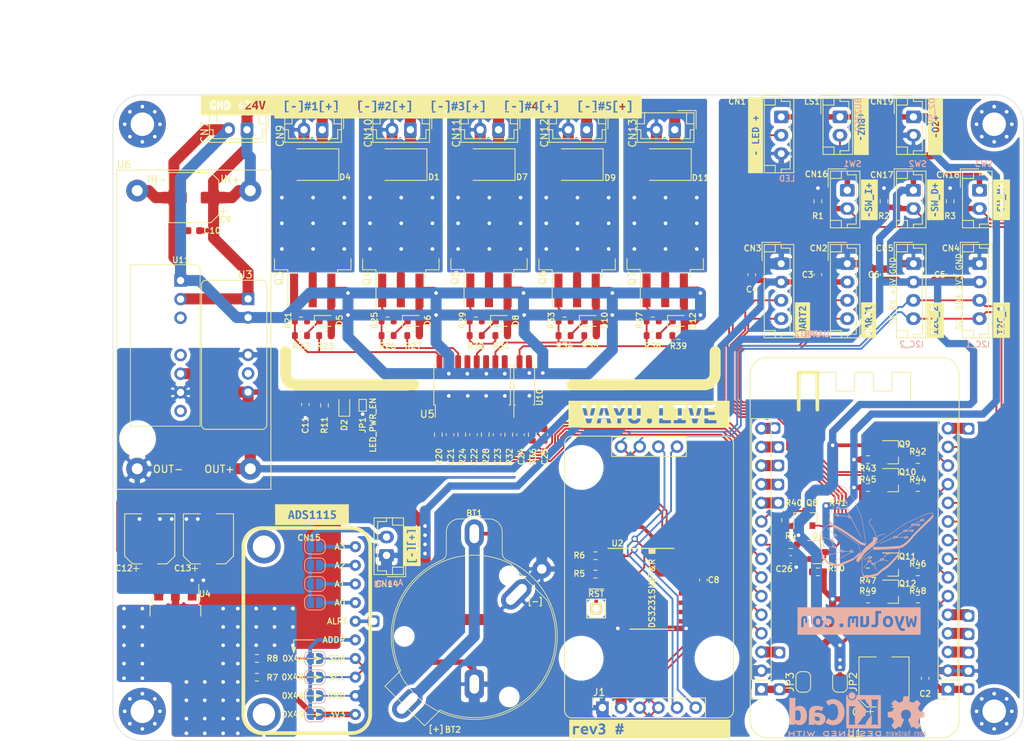
<source format=kicad_pcb>
(kicad_pcb (version 20171130) (host pcbnew 5.1.9-73d0e3b20d~88~ubuntu20.04.1)
  (title_block (title "vayuO2 - controller for Oxygen Concentrator") (date 2021-10-14) (rev "rev 3") (company www.wyolum.com) (comment 1 https://github.com/wyolum/vayuO2))
  (layers (0 F.Cu signal) (31 B.Cu signal) (34 B.Paste user) (35 F.Paste user) (36 B.SilkS user) (37 F.SilkS user) (38 B.Mask user) (39 F.Mask user) (44 Edge.Cuts user))
  (net 0 "")
  (net 1 GND)
  (net 2 /5V)
  (net 3 /rtc_ds3231/BAT)
  (net 4 /3V3)
  (net 5 /EN)
  (net 6 "Net-(D2-Pad1)")
  (net 7 "Net-(D2-Pad2)")
  (net 8 /SCL)
  (net 9 /SDA)
  (net 10 /rtc_ds3231/SQR)
  (net 11 /rtc_ds3231/32kHz)
  (net 12 /SW_I)
  (net 13 /IO15)
  (net 14 /IO13)
  (net 15 /TXD0)
  (net 16 /RXD0)
  (net 17 /SW_D)
  (net 18 /SW_M)
  (net 19 /rtc_ds3231/RESET)
  (net 20 /IO2)
  (net 21 /IO23)
  (net 22 /SENSOR_VN)
  (net 23 /SENSOR_VP)
  (net 24 GNDPWR)
  (net 25 +24V)
  (net 26 /mosfets/filter1)
  (net 27 /mosfets/filter2)
  (net 28 /mosfets/filter3)
  (net 29 /mosfets/filter4)
  (net 30 /mosfets/filter5)
  (net 31 "Net-(C26-Pad2)")
  (net 32 /DAT)
  (net 33 /TX2)
  (net 34 /RX2)
  (net 35 /mosfets/OP1)
  (net 36 /mosfets/OP2)
  (net 37 /mosfets/OP3)
  (net 38 /mosfets/OP4)
  (net 39 /mosfets/OP5)
  (net 40 "Net-(CN14-Pad2)")
  (net 41 /ADDR)
  (net 42 /ALRT)
  (net 43 /A0)
  (net 44 /A1)
  (net 45 /A2)
  (net 46 /A3)
  (net 47 "Net-(D5-Pad1)")
  (net 48 "Net-(D6-Pad1)")
  (net 49 "Net-(D8-Pad1)")
  (net 50 "Net-(D10-Pad1)")
  (net 51 "Net-(D12-Pad1)")
  (net 52 "Net-(Q3-Pad1)")
  (net 53 "Net-(Q4-Pad1)")
  (net 54 "Net-(Q5-Pad1)")
  (net 55 "Net-(Q6-Pad1)")
  (net 56 "Net-(Q7-Pad1)")
  (net 57 /LED_RGB)
  (net 58 /TXD2)
  (net 59 /RXD2)
  (net 60 /SPKR)
  (net 61 /OUT1)
  (net 62 "Net-(R21-Pad2)")
  (net 63 /OUT2)
  (net 64 "Net-(R25-Pad2)")
  (net 65 /OUT3)
  (net 66 "Net-(R29-Pad2)")
  (net 67 /OUT4)
  (net 68 "Net-(R33-Pad2)")
  (net 69 /OUT5)
  (net 70 "Net-(R37-Pad2)")
  (net 71 /IO4)
  (net 72 /TX0)
  (net 73 /RX0)
  (net 74 "Net-(LS1-Pad2)")
  (net 75 "Net-(J3-Pad1)")
  (net 76 "Net-(J10-Pad1)")
  (net 77 "Net-(J11-Pad1)")
  (net 78 "Net-(C1-Pad1)")
  (module label (layer F.Cu) (at 123.1 136.4)
    (fp_text reference kibuzzard-61681EBC hide)
    (fp_text value G*** hide)
  )
  (module AA_vayu:SO-16_5.3x10.2mm_P1.27mm (layer F.Cu) (at 98.9 89.5 90)
    (fp_text reference U5 (at -4 -6.1 180) (layer F.SilkS))
    (fp_text value PS2801-4)
    (pad 16 smd roundrect (at 3.125 -4.445 90) (size 1.8 0.8) (layers F.Cu F.Paste F.Mask) (net 62 "Net-(R21-Pad2)"))
    (pad 15 smd roundrect (at 3.125 -3.175 90) (size 1.8 0.8) (layers F.Cu F.Paste F.Mask) (net 24 GNDPWR))
    (pad 14 smd roundrect (at 3.125 -1.905 90) (size 1.8 0.8) (layers F.Cu F.Paste F.Mask) (net 64 "Net-(R25-Pad2)"))
    (pad 13 smd roundrect (at 3.125 -0.635 90) (size 1.8 0.8) (layers F.Cu F.Paste F.Mask) (net 24 GNDPWR))
    (pad 12 smd roundrect (at 3.125 0.635 90) (size 1.8 0.8) (layers F.Cu F.Paste F.Mask) (net 66 "Net-(R29-Pad2)"))
    (pad 11 smd roundrect (at 3.125 1.905 90) (size 1.8 0.8) (layers F.Cu F.Paste F.Mask) (net 24 GNDPWR))
    (pad 10 smd roundrect (at 3.125 3.175 90) (size 1.8 0.8) (layers F.Cu F.Paste F.Mask) (net 68 "Net-(R33-Pad2)"))
    (pad 9 smd roundrect (at 3.125 4.445 90) (size 1.8 0.8) (layers F.Cu F.Paste F.Mask) (net 24 GNDPWR))
    (pad 8 smd roundrect (at -3.125 4.445 90) (size 1.8 0.8) (layers F.Cu F.Paste F.Mask) (net 1 GND))
    (pad 7 smd roundrect (at -3.125 3.175 90) (size 1.8 0.8) (layers F.Cu F.Paste F.Mask) (net 29 /mosfets/filter4))
    (pad 6 smd roundrect (at -3.125 1.905 90) (size 1.8 0.8) (layers F.Cu F.Paste F.Mask) (net 1 GND))
    (pad 5 smd roundrect (at -3.125 0.635 90) (size 1.8 0.8) (layers F.Cu F.Paste F.Mask) (net 28 /mosfets/filter3))
    (pad 4 smd roundrect (at -3.125 -0.635 90) (size 1.8 0.8) (layers F.Cu F.Paste F.Mask) (net 1 GND))
    (pad 3 smd roundrect (at -3.125 -1.905 90) (size 1.8 0.8) (layers F.Cu F.Paste F.Mask) (net 27 /mosfets/filter2))
    (pad 2 smd roundrect (at -3.125 -3.175 90) (size 1.8 0.8) (layers F.Cu F.Paste F.Mask) (net 1 GND))
    (pad 1 smd roundrect (at -3.125 -4.445 90) (size 1.8 0.8) (layers F.Cu F.Paste F.Mask) (net 26 /mosfets/filter1))
  )
  (module AA_vayu:BreakOutPad2 (layer F.Cu) (at 140.1 95.4)
    (fp_text reference J15 hide)
    (fp_text value Conn_01x01 hide)
    (pad 1 thru_hole roundrect (at 0 0) (size 1.6 1.6) (drill 1.02) (layers *.Cu *.Mask) (net 5 /EN))
  )
  (module AA_vayu:BreakOutPad2 (layer F.Cu) (at 166.5 95.5)
    (fp_text reference J14 hide)
    (fp_text value Conn_01x01 hide)
    (pad 1 thru_hole roundrect (at 0 0) (size 1.6 1.6) (drill 1.02) (layers *.Cu *.Mask) (net 21 /IO23))
  )
  (module AA_vayu:BreakOutPad2 (layer F.Cu) (at 140.6 98)
    (fp_text reference J13 hide)
    (fp_text value Conn_01x01 hide)
    (pad 1 thru_hole roundrect (at 0 0) (size 1.6 1.6) (drill 1.02) (layers *.Cu *.Mask) (net 23 /SENSOR_VP))
  )
  (module AA_vayu:BreakOutPad2 (layer F.Cu) (at 140.6 100.5)
    (fp_text reference J12 hide)
    (fp_text value Conn_01x01 hide)
    (pad 1 thru_hole roundrect (at 0 0) (size 1.6 1.6) (drill 1.02) (layers *.Cu *.Mask) (net 22 /SENSOR_VN))
  )
  (module AA_vayu:BreakOutPad2 (layer F.Cu) (at 140.6 103.1)
    (fp_text reference J11 hide)
    (fp_text value Conn_01x01 hide)
    (pad 1 thru_hole roundrect (at 0 0) (size 1.6 1.6) (drill 1.02) (layers *.Cu *.Mask) (net 77 "Net-(J11-Pad1)"))
  )
  (module AA_vayu:BreakOutPad2 (layer F.Cu) (at 140.6 105.6)
    (fp_text reference J10 hide)
    (fp_text value Conn_01x01 hide)
    (pad 1 thru_hole roundrect (at 0 0) (size 1.6 1.6) (drill 1.02) (layers *.Cu *.Mask) (net 76 "Net-(J10-Pad1)"))
  )
  (module AA_vayu:BreakOutPad2 (layer F.Cu) (at 166.5 121)
    (fp_text reference J9 hide)
    (fp_text value Conn_01x01 hide)
    (pad 1 thru_hole roundrect (at 0 0) (size 1.6 1.6) (drill 1.02) (layers *.Cu *.Mask) (net 71 /IO4))
  )
  (module AA_vayu:BreakOutPad2 (layer F.Cu) (at 166.5 123.5)
    (fp_text reference J8 hide)
    (fp_text value Conn_01x01 hide)
    (pad 1 thru_hole roundrect (at 0 0) (size 1.6 1.6) (drill 1.02) (layers *.Cu *.Mask) (net 20 /IO2))
  )
  (module AA_vayu:BreakOutPad2 (layer F.Cu) (at 85.5 121.73 90)
    (fp_text reference J7 hide)
    (fp_text value Conn_01x01 hide)
    (pad 1 thru_hole roundrect (at 0 0 90) (size 1.6 1.6) (drill 1.02) (layers *.Cu *.Mask) (net 42 /ALRT))
  )
  (module AA_vayu:BreakOutPad2 (layer F.Cu) (at 140.75 126)
    (fp_text reference J6 hide)
    (fp_text value Conn_01x01 hide)
    (pad 1 thru_hole roundrect (at 0 0) (size 1.6 1.6) (drill 1.02) (layers *.Cu *.Mask) (net 14 /IO13))
  )
  (module AA_vayu:BreakOutPad2 (layer F.Cu) (at 166.5 126)
    (fp_text reference J5 hide)
    (fp_text value Conn_01x01 hide)
    (pad 1 thru_hole roundrect (at 0 0) (size 1.6 1.6) (drill 1.02) (layers *.Cu *.Mask) (net 13 /IO15))
  )
  (module AA_vayu:BreakOutPad2 (layer F.Cu) (at 166.5 128.5)
    (fp_text reference J4 hide)
    (fp_text value Conn_01x01 hide)
    (pad 1 thru_hole roundrect (at 0 0) (size 1.6 1.6) (drill 1.02) (layers *.Cu *.Mask) (net 1 GND))
  )
  (module AA_vayu:BreakOutPad2 (layer F.Cu) (at 140.75 131)
    (fp_text reference J3 hide)
    (fp_text value Conn_01x01 hide)
    (pad 1 thru_hole roundrect (at 0 0) (size 1.6 1.6) (drill 1.02) (layers *.Cu *.Mask) (net 75 "Net-(J3-Pad1)"))
  )
  (module AA_vayu:BreakOutPad2 (layer F.Cu) (at 166.5 131)
    (fp_text reference J2 hide)
    (fp_text value Conn_01x01 hide)
    (pad 1 thru_hole roundrect (at 0 0) (size 1.6 1.6) (drill 1.02) (layers *.Cu *.Mask) (net 78 "Net-(C1-Pad1)"))
  )
  (module AA_vayu:DC_DC_buck_LM2596 (layer F.Cu) (at 61 82 270)
    (fp_text reference U6 (at -22.5 9.5 180) (layer F.SilkS))
    (fp_text value 24V_BUCK)
    (fp_text user OUT- (at 19 3.5 180) (layer F.SilkS))
    (fp_text user OUT+ (at 19 -3.5 180) (layer F.SilkS))
    (fp_text user IN+ (at -20.5 -5 180) (layer F.SilkS))
    (fp_text user IN- (at -20.5 5 180) (layer F.SilkS))
    (pad "" np_thru_hole circle (at 14.85 7.65 270) (size 3 3) (drill 3) (layers *.Cu *.Mask) (clearance 1))
    (pad "" np_thru_hole circle (at -14.85 7.65 270) (size 3 3) (drill 3) (layers *.Cu *.Mask) (clearance 1))
    (pad "" np_thru_hole circle (at -14.85 -7.65 270) (size 3 3) (drill 3) (layers *.Cu *.Mask) (clearance 1))
    (pad GND thru_hole circle (at 18.95 7.7 270) (size 3 3) (drill 1.5) (layers *.Cu *.Mask) (net 1 GND))
    (pad VO thru_hole circle (at 18.95 -7.7 270) (size 3 3) (drill 1.5) (layers *.Cu *.Mask) (net 2 /5V))
    (pad GNDPWR thru_hole circle (at -18.95 7.7 270) (size 3 3) (drill 1.5) (layers *.Cu *.Mask) (net 24 GNDPWR))
    (pad VIN thru_hole circle (at -18.95 -7.7 270) (size 3 3) (drill 1.5) (layers *.Cu *.Mask) (net 25 +24V))
  )
  (module AA_vayu:DC_DC_conv_6W (layer F.Cu) (at 59.2 75.3 270)
    (fp_text reference U11 (at -2.8 -0.05 180) (layer F.SilkS) (effects (font (size 0.8 0.8))))
    (fp_text value DC_DC_buck_6W)
    (pad VO thru_hole oval (at 12.7 0) (size 1.7 1.7) (drill 1) (layers *.Cu *.Mask) (net 2 /5V))
    (pad NC thru_hole oval (at 10.16 0) (size 1.7 1.7) (drill 1) (layers *.Cu *.Mask))
    (pad VIN thru_hole circle (at 2.54 0) (size 1.7 1.7) (drill 1) (layers *.Cu *.Mask) (net 25 +24V))
    (pad GNDPWR thru_hole rect (at 0 0) (size 1.7 1.7) (drill 1) (layers *.Cu *.Mask) (net 24 GNDPWR))
    (pad CTR thru_hole circle (at 5.08 0 270) (size 1.7 1.7) (drill 1) (layers *.Cu *.Mask))
    (pad GND thru_hole circle (at 15.24 0 270) (size 1.7 1.7) (drill 1) (layers *.Cu *.Mask) (net 1 GND))
    (pad NC thru_hole circle (at 17.78 0 270) (size 1.7 1.7) (drill 1) (layers *.Cu *.Mask))
  )
  (module AA_vayu:DC_DC_conv_2W (layer F.Cu) (at 68.4 77.8 270)
    (fp_text reference U3 (at -3.3 0.4) (layer F.SilkS))
    (fp_text value B2405S-2WR2)
    (pad VIN thru_hole rect (at 0 0) (size 1.7 1.7) (drill 1) (layers *.Cu *.Mask) (net 25 +24V))
    (pad GNDPWR thru_hole oval (at 2.54 0) (size 1.7 1.7) (drill 1) (layers *.Cu *.Mask) (net 24 GNDPWR))
    (pad GND thru_hole oval (at 7.62 0) (size 1.7 1.7) (drill 1) (layers *.Cu *.Mask) (net 1 GND))
    (pad NC thru_hole oval (at 10.16 0) (size 1.7 1.7) (drill 1) (layers *.Cu *.Mask))
    (pad VO thru_hole oval (at 12.7 0) (size 1.7 1.7) (drill 1) (layers *.Cu *.Mask) (net 2 /5V))
  )
  (module AA_vayu:JST_EH_B2B-EH-A_1x02_P2.50mm_Vertical (layer F.Cu) (at 68.25 54.75 180)
    (fp_text reference CN7 (at 5.75 -0.35 90) (layer F.SilkS))
    (fp_text value 24VDC)
    (pad 2 thru_hole oval (at 2.5 0 180) (size 1.7 2) (drill 1) (layers *.Cu *.Mask) (net 24 GNDPWR))
    (pad 1 thru_hole roundrect (at 0 0 180) (size 1.7 2) (drill 1) (layers *.Cu *.Mask) (roundrect_rratio 0.1470588235294118) (net 25 +24V))
  )
  (module AA_vayu:R_0603_1608Metric (layer F.Cu) (at 90.9 82.8 180)
    (fp_text reference R27 (at 0 -1.43) (layer F.SilkS) (effects (font (size 0.8 0.8))))
    (fp_text value 10k)
    (pad 2 smd roundrect (at 0.825 0 180) (size 0.8 0.95) (layers F.Cu F.Paste F.Mask) (net 64 "Net-(R25-Pad2)"))
    (pad 1 smd roundrect (at -0.825 0 180) (size 0.8 0.95) (layers F.Cu F.Paste F.Mask) (net 24 GNDPWR))
  )
  (module AA_vayu:R_0603_1608Metric (layer F.Cu) (at 87.4 82.8 180)
    (fp_text reference R26 (at 0 -1.43) (layer F.SilkS) (effects (font (size 0.8 0.8))))
    (fp_text value 1k)
    (pad 2 smd roundrect (at 0.825 0 180) (size 0.8 0.95) (layers F.Cu F.Paste F.Mask) (net 64 "Net-(R25-Pad2)"))
    (pad 1 smd roundrect (at -0.825 0 180) (size 0.8 0.95) (layers F.Cu F.Paste F.Mask) (net 48 "Net-(D6-Pad1)"))
  )
  (module AA_vayu:R_0603_1608Metric (layer F.Cu) (at 87.4 80.8 180)
    (fp_text reference R25 (at 1.8 0.05 90) (layer F.SilkS) (effects (font (size 0.8 0.8))))
    (fp_text value 100E)
    (pad 2 smd roundrect (at 0.825 0 180) (size 0.8 0.95) (layers F.Cu F.Paste F.Mask) (net 64 "Net-(R25-Pad2)"))
    (pad 1 smd roundrect (at -0.825 0 180) (size 0.8 0.95) (layers F.Cu F.Paste F.Mask) (net 53 "Net-(Q4-Pad1)"))
  )
  (module AA_vayu:LED_0603_1608Metric (layer F.Cu) (at 90.9 80.8)
    (fp_text reference D6 (at 1.95 -0.05 90) (layer F.SilkS) (effects (font (size 0.8 0.8))))
    (fp_text value LED)
    (pad 2 smd roundrect (at 0.7875 0) (size 0.875 0.95) (layers F.Cu F.Paste F.Mask) (net 24 GNDPWR))
    (pad 1 smd roundrect (at -0.7875 0) (size 0.875 0.95) (layers F.Cu F.Paste F.Mask) (net 48 "Net-(D6-Pad1)"))
  )
  (module AA_vayu:JST_EH_B2B-EH-A_1x02_P2.50mm_Vertical (layer F.Cu) (at 78.5 54.75 180)
    (fp_text reference CN9 (at 5.75 -0.85 90) (layer F.SilkS))
    (fp_text value OUT)
    (pad 2 thru_hole oval (at 2.5 0 180) (size 1.7 2) (drill 1) (layers *.Cu *.Mask) (net 35 /mosfets/OP1))
    (pad 1 thru_hole roundrect (at 0 0 180) (size 1.7 2) (drill 1) (layers *.Cu *.Mask) (roundrect_rratio 0.1470588235294118) (net 25 +24V))
  )
  (module AA_vayu:JST_EH_B2B-EH-A_1x02_P2.50mm_Vertical (layer F.Cu) (at 159 63 270)
    (fp_text reference CN17 (at -2.1 4.3) (layer F.SilkS) (effects (font (size 0.8 0.8))))
    (fp_text value Conn_S2)
    (fp_text user SW2 (at -3.6 -0.6 180) (layer B.SilkS) (effects (font (size 0.8 0.8)) (justify mirror)))
    (pad 2 thru_hole oval (at 2.5 0 270) (size 1.7 2) (drill 1) (layers *.Cu *.Mask) (net 17 /SW_D))
    (pad 1 thru_hole roundrect (at 0 0 270) (size 1.7 2) (drill 1) (layers *.Cu *.Mask) (roundrect_rratio 0.1470588235294118) (net 4 /3V3))
  )
  (module AA_vayu:JST_EH_B4B-EH-A_1x04_P2.50mm_Vertical (layer F.Cu) (at 150 73 270)
    (fp_text reference CN2 (at -2.1 3.9 180) (layer F.SilkS) (effects (font (size 0.8 0.8))))
    (fp_text value UART1 (at 9.6 4.25) (layer B.SilkS) (effects (font (size 0.8 0.8)) (justify mirror)))
    (fp_text user "TX RX +5V GND" (at 3.7 -6.2 270) (layer F.SilkS) (effects (font (size 0.762 0.762) (thickness 0.127))))
    (pad 4 thru_hole oval (at 7.5 0 270) (size 1.7 1.95) (drill 0.95) (layers *.Cu *.Mask) (net 72 /TX0))
    (pad 3 thru_hole oval (at 5 0 270) (size 1.7 1.95) (drill 0.95) (layers *.Cu *.Mask) (net 73 /RX0))
    (pad 2 thru_hole oval (at 2.5 0 270) (size 1.7 1.95) (drill 0.95) (layers *.Cu *.Mask) (net 2 /5V))
    (pad 1 thru_hole roundrect (at 0 0 270) (size 1.7 1.95) (drill 0.95) (layers *.Cu *.Mask) (roundrect_rratio 0.1470588235294118) (net 1 GND))
  )
  (module AA_vayu:JST_EH_B4B-EH-A_1x04_P2.50mm_Vertical (layer F.Cu) (at 159 73 270)
    (fp_text reference CN5 (at -2.1 3.9 180) (layer F.SilkS) (effects (font (size 0.8 0.8))))
    (fp_text value I2C_2 (at 11 0.25) (layer B.SilkS) (effects (font (size 0.8 0.8)) (justify mirror)))
    (fp_text user "SCL SDA 3V3 GND" (at 3.8 -6.2 270) (layer F.SilkS) (effects (font (size 0.762 0.762) (thickness 0.127))))
    (pad 4 thru_hole oval (at 7.5 0 270) (size 1.7 1.95) (drill 0.95) (layers *.Cu *.Mask) (net 8 /SCL))
    (pad 3 thru_hole oval (at 5 0 270) (size 1.7 1.95) (drill 0.95) (layers *.Cu *.Mask) (net 9 /SDA))
    (pad 2 thru_hole oval (at 2.5 0 270) (size 1.7 1.95) (drill 0.95) (layers *.Cu *.Mask) (net 4 /3V3))
    (pad 1 thru_hole roundrect (at 0 0 270) (size 1.7 1.95) (drill 0.95) (layers *.Cu *.Mask) (roundrect_rratio 0.1470588235294118) (net 1 GND))
  )
  (module AA_vayu:TO-263-3_TabPin2 (layer F.Cu) (at 125.2 70.85 90)
    (fp_text reference Q7 (at -4.15 -4.5 90) (layer F.SilkS))
    (fp_text value IRF540NS)
    (pad 2 smd rect (at 3.375 0 90) (size 9.4 10.8) (layers F.Cu F.Mask) (net 39 /mosfets/OP5))
    (pad 3 smd rect (at -5.775 2.54 90) (size 4.6 1.1) (layers F.Cu F.Paste F.Mask) (net 24 GNDPWR))
    (pad 2 smd rect (at -5.775 0 90) (size 4.6 1.1) (layers F.Cu F.Paste F.Mask) (net 39 /mosfets/OP5))
    (pad 1 smd rect (at -5.775 -2.54 90) (size 4.6 1.1) (layers F.Cu F.Paste F.Mask) (net 56 "Net-(Q7-Pad1)"))
  )
  (module AA_vayu:TO-263-3_TabPin2 (layer F.Cu) (at 113.2 70.875 90)
    (fp_text reference Q6 (at -4.025 -4.7 90) (layer F.SilkS))
    (fp_text value IRF540NS)
    (pad 2 smd rect (at 3.375 0 90) (size 9.4 10.8) (layers F.Cu F.Mask) (net 38 /mosfets/OP4))
    (pad 3 smd rect (at -5.775 2.54 90) (size 4.6 1.1) (layers F.Cu F.Paste F.Mask) (net 24 GNDPWR))
    (pad 2 smd rect (at -5.775 0 90) (size 4.6 1.1) (layers F.Cu F.Paste F.Mask) (net 38 /mosfets/OP4))
    (pad 1 smd rect (at -5.775 -2.54 90) (size 4.6 1.1) (layers F.Cu F.Paste F.Mask) (net 55 "Net-(Q6-Pad1)"))
  )
  (module AA_vayu:TO-263-3_TabPin2 (layer F.Cu) (at 101.2 70.85 90)
    (fp_text reference Q5 (at -4.05 -4.6 90) (layer F.SilkS))
    (fp_text value IRF540NS)
    (pad 2 smd rect (at 3.375 0 90) (size 9.4 10.8) (layers F.Cu F.Mask) (net 37 /mosfets/OP3))
    (pad 3 smd rect (at -5.775 2.54 90) (size 4.6 1.1) (layers F.Cu F.Paste F.Mask) (net 24 GNDPWR))
    (pad 2 smd rect (at -5.775 0 90) (size 4.6 1.1) (layers F.Cu F.Paste F.Mask) (net 37 /mosfets/OP3))
    (pad 1 smd rect (at -5.775 -2.54 90) (size 4.6 1.1) (layers F.Cu F.Paste F.Mask) (net 54 "Net-(Q5-Pad1)"))
  )
  (module AA_vayu:TO-263-3_TabPin2 (layer F.Cu) (at 89.2 70.875 90)
    (fp_text reference Q4 (at -4.125 -4.6 90) (layer F.SilkS))
    (fp_text value IRF540NS)
    (pad 2 smd rect (at 3.375 0 90) (size 9.4 10.8) (layers F.Cu F.Mask) (net 36 /mosfets/OP2))
    (pad 3 smd rect (at -5.775 2.54 90) (size 4.6 1.1) (layers F.Cu F.Paste F.Mask) (net 24 GNDPWR))
    (pad 2 smd rect (at -5.775 0 90) (size 4.6 1.1) (layers F.Cu F.Paste F.Mask) (net 36 /mosfets/OP2))
    (pad 1 smd rect (at -5.775 -2.54 90) (size 4.6 1.1) (layers F.Cu F.Paste F.Mask) (net 53 "Net-(Q4-Pad1)"))
  )
  (module AA_vayu:TO-263-3_TabPin2 (layer F.Cu) (at 77.2 70.875 90)
    (fp_text reference Q3 (at -4.125 -4.6 90) (layer F.SilkS))
    (fp_text value IRF540NS)
    (pad 2 smd rect (at 3.375 0 90) (size 9.4 10.8) (layers F.Cu F.Mask) (net 35 /mosfets/OP1))
    (pad 3 smd rect (at -5.775 2.54 90) (size 4.6 1.1) (layers F.Cu F.Paste F.Mask) (net 24 GNDPWR))
    (pad 2 smd rect (at -5.775 0 90) (size 4.6 1.1) (layers F.Cu F.Paste F.Mask) (net 35 /mosfets/OP1))
    (pad 1 smd rect (at -5.775 -2.54 90) (size 4.6 1.1) (layers F.Cu F.Paste F.Mask) (net 52 "Net-(Q3-Pad1)"))
  )
  (module AA_vayu:ESP32_DOIT_V1_Module (layer F.Cu) (at 151 131 180)
    (fp_text reference U1 (at 0 -6 180) (layer F.SilkS))
    (fp_text value ESP32_breakout)
    (pad 1 thru_hole rect (at -12.7 0 180) (size 1.7 1.7) (drill 1) (layers *.Cu *.Mask) (net 78 "Net-(C1-Pad1)"))
    (pad 2 thru_hole oval (at -12.7 2.54 180) (size 1.7 1.7) (drill 1) (layers *.Cu *.Mask) (net 1 GND))
    (pad 3 thru_hole oval (at -12.7 5.08 180) (size 1.7 1.7) (drill 1) (layers *.Cu *.Mask) (net 13 /IO15))
    (pad 4 thru_hole oval (at -12.7 7.62 180) (size 1.7 1.7) (drill 1) (layers *.Cu *.Mask) (net 20 /IO2))
    (pad 5 thru_hole oval (at -12.7 10.16 180) (size 1.7 1.7) (drill 1) (layers *.Cu *.Mask) (net 71 /IO4))
    (pad 6 thru_hole oval (at -12.7 12.7 180) (size 1.7 1.7) (drill 1) (layers *.Cu *.Mask) (net 59 /RXD2))
    (pad 7 thru_hole oval (at -12.7 15.24 180) (size 1.7 1.7) (drill 1) (layers *.Cu *.Mask) (net 58 /TXD2))
    (pad 8 thru_hole oval (at -12.7 17.78 180) (size 1.7 1.7) (drill 1) (layers *.Cu *.Mask) (net 18 /SW_M))
    (pad 9 thru_hole oval (at -12.7 20.32 180) (size 1.7 1.7) (drill 1) (layers *.Cu *.Mask) (net 17 /SW_D))
    (pad 10 thru_hole oval (at -12.7 22.86 180) (size 1.7 1.7) (drill 1) (layers *.Cu *.Mask) (net 12 /SW_I))
    (pad 11 thru_hole oval (at -12.7 25.4 180) (size 1.7 1.7) (drill 1) (layers *.Cu *.Mask) (net 9 /SDA))
    (pad 12 thru_hole oval (at -12.7 27.94 180) (size 1.7 1.7) (drill 1) (layers *.Cu *.Mask) (net 16 /RXD0))
    (pad 13 thru_hole oval (at -12.7 30.48 180) (size 1.7 1.7) (drill 1) (layers *.Cu *.Mask) (net 15 /TXD0))
    (pad 14 thru_hole oval (at -12.7 33.02 180) (size 1.7 1.7) (drill 1) (layers *.Cu *.Mask) (net 8 /SCL))
    (pad 15 thru_hole oval (at -12.7 35.56 180) (size 1.7 1.7) (drill 1) (layers *.Cu *.Mask) (net 21 /IO23))
    (pad 16 thru_hole oval (at 12.7 35.56 180) (size 1.7 1.7) (drill 1) (layers *.Cu *.Mask) (net 5 /EN))
    (pad 24 thru_hole oval (at 12.7 15.24 180) (size 1.7 1.7) (drill 1) (layers *.Cu *.Mask) (net 67 /OUT4))
    (pad 22 thru_hole oval (at 12.7 20.32 180) (size 1.7 1.7) (drill 1) (layers *.Cu *.Mask) (net 60 /SPKR))
    (pad 20 thru_hole oval (at 12.7 25.4 180) (size 1.7 1.7) (drill 1) (layers *.Cu *.Mask) (net 76 "Net-(J10-Pad1)"))
    (pad 23 thru_hole oval (at 12.7 17.78 180) (size 1.7 1.7) (drill 1) (layers *.Cu *.Mask) (net 69 /OUT5))
    (pad 21 thru_hole oval (at 12.7 22.86 180) (size 1.7 1.7) (drill 1) (layers *.Cu *.Mask) (net 57 /LED_RGB))
    (pad 18 thru_hole oval (at 12.7 30.48 180) (size 1.7 1.7) (drill 1) (layers *.Cu *.Mask) (net 22 /SENSOR_VN))
    (pad 17 thru_hole oval (at 12.7 33.02 180) (size 1.7 1.7) (drill 1) (layers *.Cu *.Mask) (net 23 /SENSOR_VP))
    (pad 19 thru_hole oval (at 12.7 27.94 180) (size 1.7 1.7) (drill 1) (layers *.Cu *.Mask) (net 77 "Net-(J11-Pad1)"))
    (pad 28 thru_hole oval (at 12.7 5.08 180) (size 1.7 1.7) (drill 1) (layers *.Cu *.Mask) (net 14 /IO13))
    (pad 25 thru_hole oval (at 12.7 12.7 180) (size 1.7 1.7) (drill 1) (layers *.Cu *.Mask) (net 65 /OUT3))
    (pad 26 thru_hole oval (at 12.7 10.16 180) (size 1.7 1.7) (drill 1) (layers *.Cu *.Mask) (net 63 /OUT2))
    (pad 27 thru_hole oval (at 12.7 7.62 180) (size 1.7 1.7) (drill 1) (layers *.Cu *.Mask) (net 61 /OUT1))
    (pad 29 thru_hole oval (at 12.7 2.54 180) (size 1.7 1.7) (drill 1) (layers *.Cu *.Mask) (net 1 GND))
    (pad 30 thru_hole rect (at 12.7 0 180) (size 1.7 1.7) (drill 1) (layers *.Cu *.Mask) (net 75 "Net-(J3-Pad1)"))
    (pad "" np_thru_hole circle (at 11.938 -4.318 180) (size 3.048 3.048) (drill 3.048) (layers *.Cu *.Mask) (clearance 1.524))
    (pad "" np_thru_hole circle (at -11.938 -4.318 180) (size 3.048 3.048) (drill 3.048) (layers *.Cu *.Mask) (clearance 1.524))
    (pad "" np_thru_hole circle (at -11.938 42.926 180) (size 3.048 3.048) (drill 3.048) (layers *.Cu *.Mask) (clearance 1.524))
    (pad "" np_thru_hole circle (at 11.938 42.926 180) (size 3.048 3.048) (drill 3.048) (layers *.Cu *.Mask) (clearance 1.524))
  )
  (module AA_vayu:SOT-23 (layer F.Cu) (at 156.2 114)
    (fp_text reference Q11 (at 2 -1.1) (layer F.SilkS) (effects (font (size 0.8 0.8))))
    (fp_text value BSS138)
    (pad 3 smd rect (at 1 0) (size 0.9 0.8) (layers F.Cu F.Paste F.Mask) (net 58 /TXD2))
    (pad 2 smd rect (at -1 0.95) (size 0.9 0.8) (layers F.Cu F.Paste F.Mask) (net 33 /TX2))
    (pad 1 smd rect (at -1 -0.95) (size 0.9 0.8) (layers F.Cu F.Paste F.Mask) (net 4 /3V3))
  )
  (module AA_vayu:SOT-23 (layer F.Cu) (at 146 112.3)
    (fp_text reference Q1 (at 0 -2.2) (layer F.SilkS) (effects (font (size 0.8 0.8))))
    (fp_text value MMBT3904)
    (pad 3 smd rect (at 1 0) (size 0.9 0.8) (layers F.Cu F.Paste F.Mask) (net 74 "Net-(LS1-Pad2)"))
    (pad 2 smd rect (at -1 0.95) (size 0.9 0.8) (layers F.Cu F.Paste F.Mask) (net 1 GND))
    (pad 1 smd rect (at -1 -0.95) (size 0.9 0.8) (layers F.Cu F.Paste F.Mask) (net 31 "Net-(C26-Pad2)"))
  )
  (module AA_vayu:SolderJumper-2_P1.3mm_Open_RoundedPad1.0x1.5mm (layer F.Cu) (at 144 130 90)
    (fp_text reference JP3 (at 0 -1.8 90) (layer F.SilkS))
    (fp_text value Jumper_5V_EN)
    (pad 2 smd custom (at 0.65 0 90) (size 1 0.5) (layers F.Cu F.Mask) (net 2 /5V) (options (clearance outline) (anchor rect)) (primitives (gr_circle (center 0 0.25) (end 0.5 0.25) (width 0)) (gr_circle (center 0 -0.25) (end 0.5 -0.25) (width 0)) (gr_poly (pts (xy 0 -0.75) (xy -0.5 -0.75) (xy -0.5 0.75) (xy 0 0.75)) (width 0))))
    (pad 1 smd custom (at -0.65 0 90) (size 1 0.5) (layers F.Cu F.Mask) (net 75 "Net-(J3-Pad1)") (options (clearance outline) (anchor rect)) (primitives (gr_circle (center 0 0.25) (end 0.5 0.25) (width 0)) (gr_circle (center 0 -0.25) (end 0.5 -0.25) (width 0)) (gr_poly (pts (xy 0 -0.75) (xy 0.5 -0.75) (xy 0.5 0.75) (xy 0 0.75)) (width 0))))
  )
  (module AA_vayu:SolderJumper-2_P1.3mm_Bridged_RoundedPad1.0x1.5mm (layer F.Cu) (at 149 130 270)
    (fp_text reference JP2 (at 0 -1.8 90) (layer F.SilkS))
    (fp_text value Jumper_3V_EN)
    (fp_poly (pts (xy 0.25 -0.3) (xy -0.25 -0.3) (xy -0.25 0.3) (xy 0.25 0.3)) (layer F.Cu) (width 0))
    (pad 1 smd custom (at -0.65 0 270) (size 1 0.5) (layers F.Cu F.Mask) (net 4 /3V3) (options (clearance outline) (anchor rect)) (primitives (gr_circle (center 0 0.25) (end 0.5 0.25) (width 0)) (gr_circle (center 0 -0.25) (end 0.5 -0.25) (width 0)) (gr_poly (pts (xy 0 -0.75) (xy 0.5 -0.75) (xy 0.5 0.75) (xy 0 0.75)) (width 0))))
    (pad 2 smd custom (at 0.65 0 270) (size 1 0.5) (layers F.Cu F.Mask) (net 78 "Net-(C1-Pad1)") (options (clearance outline) (anchor rect)) (primitives (gr_circle (center 0 0.25) (end 0.5 0.25) (width 0)) (gr_circle (center 0 -0.25) (end 0.5 -0.25) (width 0)) (gr_poly (pts (xy 0 -0.75) (xy -0.5 -0.75) (xy -0.5 0.75) (xy 0 0.75)) (width 0))))
  )
  (module AA_vayu:label_pm (layer F.Cu) (at 90.7 111.5 90)
    (fp_text reference kibuzzard-615F0246 hide)
    (fp_text value "#G***" hide)
  )
  (module AA_vayu:label_ads1115 (layer F.Cu) (at 77.1 107.2)
    (fp_text reference kibuzzard-615F01C3 hide)
    (fp_text value "#G***" hide)
  )
  (module AA_vayu:label_LED (layer F.Cu) (at 137.5 55.5 90)
    (fp_text reference kibuzzard-615F0547 hide)
    (fp_text value "#G***" hide)
  )
  (module AA_vayu:label_O2 (layer F.Cu) (at 162 54.3 90)
    (fp_text reference kibuzzard-615F04CC hide)
    (fp_text value "#G***" hide)
  )
  (module AA_vayu:label_buz (layer F.Cu) (at 151.9 54.3 270)
    (fp_text reference kibuzzard-615F0476 hide)
    (fp_text value "#G***" hide)
  )
  (module AA_vayu:label_sw_d (layer F.Cu) (at 162 64.3 90)
    (fp_text reference kibuzzard-615F0877 hide)
    (fp_text value "#G***" hide)
  )
  (module AA_vayu:label_sw_m (layer F.Cu) (at 171 64.3 90)
    (fp_text reference kibuzzard-615F0858 hide)
    (fp_text value "#G***" hide)
  )
  (module AA_vayu:label_sw_i (layer F.Cu) (at 153 64.3 90)
    (fp_text reference kibuzzard-615F08E2 hide)
    (fp_text value "#G***" hide)
  )
  (module AA_vayu:label_uart2 (layer F.Cu) (at 143.9 80.7 90)
    (fp_text reference kibuzzard-615F0408 hide)
    (fp_text value "#G***" hide)
  )
  (module AA_vayu:label_uart1 (layer F.Cu) (at 152.9 80.7 90)
    (fp_text reference kibuzzard-615F03BD hide)
    (fp_text value "#G***" hide)
  )
  (module AA_vayu:label_I2C_2 (layer F.Cu) (at 162 80.7 90)
    (fp_text reference kibuzzard-615F0326 hide)
    (fp_text value "#G***" hide)
  )
  (module AA_vayu:label_I2C_1 (layer F.Cu) (at 171 80.7 90)
    (fp_text reference kibuzzard-615F02BE hide)
    (fp_text value "#G***" hide)
  )
  (module AA_vayu:cr2032_03 (layer F.Cu) (at 99.2 123.8 180)
    (fp_text reference BT2 (at 2.9 -12.7 180) (layer F.SilkS) (effects (font (size 0.8 0.8))))
    (fp_text value Batt_RTC hide)
    (pad 2 thru_hole roundrect (at 0 -6.5 180) (size 2.6 3.9) (drill oval 1.3 2.6) (layers *.Cu *.Mask) (net 1 GND))
    (pad 1 thru_hole oval (at 0 14 180) (size 2.6 3.9) (drill oval 1.3 2.6) (layers *.Cu *.Mask) (net 3 /rtc_ds3231/BAT))
    (pad "" np_thru_hole circle (at -4.762 8.249 180) (size 1.8 1.8) (drill 1.8) (layers *.Cu *.Mask))
    (pad "" np_thru_hole circle (at 9.525 0 180) (size 1.8 1.8) (drill 1.8) (layers *.Cu *.Mask))
    (pad "" np_thru_hole circle (at -4.762 -8.249 180) (size 1.8 1.8) (drill 1.8) (layers *.Cu *.Mask))
  )
  (module AA_vayu:R_0603_1608Metric (layer F.Cu) (at 164 64.5 90)
    (fp_text reference R3 (at -2 0 180) (layer F.SilkS) (effects (font (size 0.8 0.8))))
    (fp_text value 10k)
    (pad 2 smd roundrect (at 0.825 0 90) (size 0.8 0.95) (layers F.Cu F.Paste F.Mask) (net 1 GND))
    (pad 1 smd roundrect (at -0.825 0 90) (size 0.8 0.95) (layers F.Cu F.Paste F.Mask) (net 18 /SW_M))
  )
  (module AA_vayu:CP_Elec_6.3x5.3 (layer F.Cu) (at 155 130 90)
    (fp_text reference C1 (at -4.1 -3.4 180) (layer F.SilkS))
    (fp_text value 100uF/6V3)
    (pad 2 smd roundrect (at 2.8 0 90) (size 3.5 1.6) (layers F.Cu F.Paste F.Mask) (roundrect_rratio 0.15625) (net 1 GND))
    (pad 1 smd roundrect (at -2.8 0 90) (size 3.5 1.6) (layers F.Cu F.Paste F.Mask) (roundrect_rratio 0.15625) (net 78 "Net-(C1-Pad1)"))
  )
  (module AA_vayu:JST_EH_B2B-EH-A_1x02_P2.50mm_Vertical (layer F.Cu) (at 149 53 270)
    (fp_text reference LS1 (at -2.1 3.8 180) (layer F.SilkS) (effects (font (size 0.8 0.8))))
    (fp_text value Piezo)
    (fp_text user BUZZER (at -0.3 -2.5 270) (layer B.SilkS) (effects (font (size 0.8 0.8)) (justify mirror)))
    (pad 2 thru_hole oval (at 2.5 0 270) (size 1.7 2) (drill 1) (layers *.Cu *.Mask) (net 74 "Net-(LS1-Pad2)"))
    (pad 1 thru_hole roundrect (at 0 0 270) (size 1.7 2) (drill 1) (layers *.Cu *.Mask) (roundrect_rratio 0.1470588235294118) (net 2 /5V))
  )
  (module AA_vayu:JST_EH_B2B-EH-A_1x02_P2.50mm_Vertical (layer F.Cu) (at 126.5 54.75 180)
    (fp_text reference CN13 (at 5.75 -0.45 90) (layer F.SilkS))
    (fp_text value OUT)
    (pad 2 thru_hole oval (at 2.5 0 180) (size 1.7 2) (drill 1) (layers *.Cu *.Mask) (net 39 /mosfets/OP5))
    (pad 1 thru_hole roundrect (at 0 0 180) (size 1.7 2) (drill 1) (layers *.Cu *.Mask) (roundrect_rratio 0.1470588235294118) (net 25 +24V))
  )
  (module AA_vayu:JST_EH_B2B-EH-A_1x02_P2.50mm_Vertical (layer F.Cu) (at 114.5 54.75 180)
    (fp_text reference CN12 (at 5.75 -0.45 90) (layer F.SilkS))
    (fp_text value OUT)
    (pad 2 thru_hole oval (at 2.5 0 180) (size 1.7 2) (drill 1) (layers *.Cu *.Mask) (net 38 /mosfets/OP4))
    (pad 1 thru_hole roundrect (at 0 0 180) (size 1.7 2) (drill 1) (layers *.Cu *.Mask) (roundrect_rratio 0.1470588235294118) (net 25 +24V))
  )
  (module AA_vayu:JST_EH_B2B-EH-A_1x02_P2.50mm_Vertical (layer F.Cu) (at 102.5 54.75 180)
    (fp_text reference CN11 (at 5.75 -0.45 90) (layer F.SilkS))
    (fp_text value OUT)
    (pad 2 thru_hole oval (at 2.5 0 180) (size 1.7 2) (drill 1) (layers *.Cu *.Mask) (net 37 /mosfets/OP3))
    (pad 1 thru_hole roundrect (at 0 0 180) (size 1.7 2) (drill 1) (layers *.Cu *.Mask) (roundrect_rratio 0.1470588235294118) (net 25 +24V))
  )
  (module AA_vayu:JST_EH_B2B-EH-A_1x02_P2.50mm_Vertical (layer F.Cu) (at 90.5 54.75 180)
    (fp_text reference CN10 (at 5.75 -0.45 90) (layer F.SilkS))
    (fp_text value OUT)
    (pad 2 thru_hole oval (at 2.5 0 180) (size 1.7 2) (drill 1) (layers *.Cu *.Mask) (net 36 /mosfets/OP2))
    (pad 1 thru_hole roundrect (at 0 0 180) (size 1.7 2) (drill 1) (layers *.Cu *.Mask) (roundrect_rratio 0.1470588235294118) (net 25 +24V))
  )
  (module AA_vayu:DS3231_breakout (layer F.Cu) (at 123 133.5 90)
    (fp_text reference J1 (at 2.1 -6.8) (layer F.SilkS))
    (fp_text value DS3231_BO)
    (pad 1 thru_hole rect (at 0 -6.35 90) (size 1.7 1.7) (drill 1) (layers *.Cu *.Mask) (net 1 GND))
    (pad 2 thru_hole oval (at 0 -3.81 90) (size 1.7 1.7) (drill 1) (layers *.Cu *.Mask) (net 4 /3V3))
    (pad 3 thru_hole oval (at 0 -1.27 90) (size 1.7 1.7) (drill 1) (layers *.Cu *.Mask) (net 9 /SDA))
    (pad 4 thru_hole oval (at 0 1.27 90) (size 1.7 1.7) (drill 1) (layers *.Cu *.Mask) (net 8 /SCL))
    (pad 5 thru_hole oval (at 0 3.81 90) (size 1.7 1.7) (drill 1) (layers *.Cu *.Mask) (net 10 /rtc_ds3231/SQR))
    (pad 6 thru_hole oval (at 0 6.35 90) (size 1.7 1.7) (drill 1) (layers *.Cu *.Mask) (net 11 /rtc_ds3231/32kHz))
    (pad 6 thru_hole oval (at 35.56 3.81 90) (size 1.7 1.7) (drill 1) (layers *.Cu *.Mask) (net 11 /rtc_ds3231/32kHz))
    (pad 5 thru_hole oval (at 35.56 1.27 90) (size 1.7 1.7) (drill 1) (layers *.Cu *.Mask) (net 10 /rtc_ds3231/SQR))
    (pad 3 thru_hole oval (at 35.56 -3.81 90) (size 1.7 1.7) (drill 1) (layers *.Cu *.Mask) (net 9 /SDA))
    (pad 4 thru_hole oval (at 35.56 -1.27 90) (size 1.7 1.7) (drill 1) (layers *.Cu *.Mask) (net 8 /SCL))
    (pad "" np_thru_hole circle (at 6.73 -9.25 90) (size 3.048 3.048) (drill 3.048) (layers *.Cu *.Mask) (clearance 1.524))
    (pad "" np_thru_hole circle (at 32.73 -9.25 90) (size 3.048 3.048) (drill 3.048) (layers *.Cu *.Mask) (clearance 1.524))
    (pad "" np_thru_hole circle (at 6.73 9.25 90) (size 3.048 3.048) (drill 3.048) (layers *.Cu *.Mask) (clearance 1.524))
  )
  (module AA_vayu:label_vayu (layer F.Cu) (at 123 93.5)
    (fp_text reference kibuzzard-615F0BBC hide)
    (fp_text value "#G***" hide)
  )
  (module AA_vayu:label_out5 (layer F.Cu) (at 117 51.6)
    (fp_text reference kibuzzard-615EFF24 hide)
    (fp_text value "#G***" hide)
  )
  (module AA_vayu:label_out4 (layer F.Cu) (at 107 51.6)
    (fp_text reference kibuzzard-615EFF1D hide)
    (fp_text value "#G***" hide)
  )
  (module AA_vayu:label_out3 (layer F.Cu) (at 97 51.6)
    (fp_text reference kibuzzard-615EFF16 hide)
    (fp_text value "#G***" hide)
  )
  (module AA_vayu:label_out2 (layer F.Cu) (at 87 51.6)
    (fp_text reference kibuzzard-615EFF0D hide)
    (fp_text value "#G***" hide)
  )
  (module AA_vayu:label_24V (layer F.Cu) (at 67 51.4)
    (fp_text reference kibuzzard-615EFE42 hide)
    (fp_text value "#G***" hide)
  )
  (module label (layer F.Cu) (at 77 51.6)
    (fp_text reference kibuzzard-615EFE7C hide)
    (fp_text value "#G***" hide)
  )
  (module AA_vayu:label_wyolum (layer B.Cu) (at 151.6 121.7 180)
    (fp_text reference kibuzzard-615EFBF6 hide)
    (fp_text value G*** hide)
  )
  (module AA_vayu:SO-4_5.3x2.7mm_P1.27mm (layer F.Cu) (at 106 89.5 90)
    (fp_text reference U10 (at -1.7 2.1 90) (layer F.SilkS) (effects (font (size 0.8 0.8))))
    (fp_text value PS2801-1)
    (pad 1 smd roundrect (at -3.125 -0.635 90) (size 1.8 0.8) (layers F.Cu F.Paste F.Mask) (net 30 /mosfets/filter5))
    (pad 2 smd roundrect (at -3.125 0.635 90) (size 1.8 0.8) (layers F.Cu F.Paste F.Mask) (net 1 GND))
    (pad 3 smd roundrect (at 3.125 0.635 90) (size 1.8 0.8) (layers F.Cu F.Paste F.Mask) (net 24 GNDPWR))
    (pad 4 smd roundrect (at 3.125 -0.635 90) (size 1.8 0.8) (layers F.Cu F.Paste F.Mask) (net 70 "Net-(R37-Pad2)"))
  )
  (module AA_vayu:CP_Elec_6.3x7.7 (layer F.Cu) (at 63 110.5 90)
    (fp_text reference C13 (at -4 -3.5 180) (layer F.SilkS) (effects (font (size 0.8 0.8))))
    (fp_text value 22uF/25V)
    (pad 2 smd roundrect (at 2.7 0 90) (size 3.5 1.6) (layers F.Cu F.Paste F.Mask) (roundrect_rratio 0.15625) (net 1 GND))
    (pad 1 smd roundrect (at -2.7 0 90) (size 3.5 1.6) (layers F.Cu F.Paste F.Mask) (roundrect_rratio 0.15625) (net 4 /3V3))
  )
  (module AA_vayu:CP_Elec_6.3x7.7 (layer F.Cu) (at 55 110.5 90)
    (fp_text reference C12 (at -4 -3.5 180) (layer F.SilkS) (effects (font (size 0.8 0.8))))
    (fp_text value 10uF/25V)
    (pad 2 smd roundrect (at 2.7 0 90) (size 3.5 1.6) (layers F.Cu F.Paste F.Mask) (roundrect_rratio 0.15625) (net 1 GND))
    (pad 1 smd roundrect (at -2.7 0 90) (size 3.5 1.6) (layers F.Cu F.Paste F.Mask) (roundrect_rratio 0.15625) (net 2 /5V))
  )
  (module AA_vayu:CP_Elec_6.3x7.7 (layer F.Cu) (at 61 64 180)
    (fp_text reference C9 (at -4.3 -3) (layer F.SilkS) (effects (font (size 0.8 0.8))))
    (fp_text value 10uF/25V)
    (pad 2 smd roundrect (at 2.7 0 180) (size 3.5 1.6) (layers F.Cu F.Paste F.Mask) (roundrect_rratio 0.15625) (net 24 GNDPWR))
    (pad 1 smd roundrect (at -2.7 0 180) (size 3.5 1.6) (layers F.Cu F.Paste F.Mask) (roundrect_rratio 0.15625) (net 25 +24V))
  )
  (module AA_vayu:C_0603_1608Metric (layer F.Cu) (at 108.7 96.3 90)
    (fp_text reference C25 (at -3 0.1 90) (layer F.SilkS) (effects (font (size 0.8 0.8))))
    (fp_text value 100nF)
    (pad 2 smd roundrect (at 0.775 0 90) (size 0.9 0.95) (layers F.Cu F.Paste F.Mask) (net 1 GND))
    (pad 1 smd roundrect (at -0.775 0 90) (size 0.9 0.95) (layers F.Cu F.Paste F.Mask) (net 30 /mosfets/filter5))
  )
  (module AA_vayu:R_0603_1608Metric (layer F.Cu) (at 152.8 118.7)
    (fp_text reference R49 (at 0 -1.100001) (layer F.SilkS) (effects (font (size 0.8 0.8))))
    (fp_text value 10k)
    (pad 2 smd roundrect (at 0.825 0) (size 0.8 0.95) (layers F.Cu F.Paste F.Mask) (net 34 /RX2))
    (pad 1 smd roundrect (at -0.825 0) (size 0.8 0.95) (layers F.Cu F.Paste F.Mask) (net 2 /5V))
  )
  (module AA_vayu:R_0603_1608Metric (layer F.Cu) (at 159.6 118.7 180)
    (fp_text reference R48 (at 0.000001 1.099998) (layer F.SilkS) (effects (font (size 0.8 0.8))))
    (fp_text value 10k)
    (pad 2 smd roundrect (at 0.825 0 180) (size 0.8 0.95) (layers F.Cu F.Paste F.Mask) (net 59 /RXD2))
    (pad 1 smd roundrect (at -0.825 0 180) (size 0.8 0.95) (layers F.Cu F.Paste F.Mask) (net 4 /3V3))
  )
  (module AA_vayu:SOT-23 (layer F.Cu) (at 156.2 117.7)
    (fp_text reference Q12 (at 2 -1.1) (layer F.SilkS) (effects (font (size 0.8 0.8))))
    (fp_text value BSS138)
    (pad 3 smd rect (at 1 0) (size 0.9 0.8) (layers F.Cu F.Paste F.Mask) (net 59 /RXD2))
    (pad 2 smd rect (at -1 0.95) (size 0.9 0.8) (layers F.Cu F.Paste F.Mask) (net 34 /RX2))
    (pad 1 smd rect (at -1 -0.95) (size 0.9 0.8) (layers F.Cu F.Paste F.Mask) (net 4 /3V3))
  )
  (module AA_vayu:JST_EH_B4B-EH-A_1x04_P2.50mm_Vertical (layer F.Cu) (at 141 73 270)
    (fp_text reference CN3 (at -2.1 3.9 180) (layer F.SilkS) (effects (font (size 0.8 0.8))))
    (fp_text value UART2 (at 9.6 -3.6) (layer B.SilkS) (effects (font (size 0.8 0.8)) (justify mirror)))
    (pad 4 thru_hole oval (at 7.5 0 270) (size 1.7 1.95) (drill 0.95) (layers *.Cu *.Mask) (net 33 /TX2))
    (pad 3 thru_hole oval (at 5 0 270) (size 1.7 1.95) (drill 0.95) (layers *.Cu *.Mask) (net 34 /RX2))
    (pad 2 thru_hole oval (at 2.5 0 270) (size 1.7 1.95) (drill 0.95) (layers *.Cu *.Mask) (net 2 /5V))
    (pad 1 thru_hole roundrect (at 0 0 270) (size 1.7 1.95) (drill 0.95) (layers *.Cu *.Mask) (roundrect_rratio 0.1470588235294118) (net 1 GND))
  )
  (module AA_vayu:TO-252-3_TabPin2 (layer F.Cu) (at 58.5 122 270)
    (fp_text reference U4 (at -4 -4 180) (layer F.SilkS) (effects (font (size 0.8 0.8))))
    (fp_text value LM1117-33)
    (pad 1 smd rect (at -4.2 -2.28 270) (size 2.2 1.2) (layers F.Cu F.Paste F.Mask) (net 1 GND))
    (pad 2 smd rect (at -4.2 0 270) (size 2.2 1.2) (layers F.Cu F.Paste F.Mask) (net 4 /3V3))
    (pad 3 smd rect (at -4.2 2.28 270) (size 2.2 1.2) (layers F.Cu F.Paste F.Mask) (net 2 /5V))
    (pad 2 smd rect (at 2.1 0 270) (size 6.4 5.8) (layers F.Cu F.Mask) (net 4 /3V3))
  )
  (module AA_vayu:C_0603_1608Metric (layer F.Cu) (at 160.6 129.5 90)
    (fp_text reference C2 (at -2.099999 0.000001 180) (layer F.SilkS) (effects (font (size 0.8 0.8))))
    (fp_text value 1uF/10V)
    (pad 2 smd roundrect (at 0.775 0 90) (size 0.9 0.95) (layers F.Cu F.Paste F.Mask) (net 1 GND))
    (pad 1 smd roundrect (at -0.775 0 90) (size 0.9 0.95) (layers F.Cu F.Paste F.Mask) (net 78 "Net-(C1-Pad1)"))
  )
  (module AA_vayu:LED_0603_1608Metric (layer F.Cu) (at 81.5 92.3 90)
    (fp_text reference D2 (at -2.7 0 90) (layer F.SilkS) (effects (font (size 0.8 0.8))))
    (fp_text value LED_PWR)
    (pad 1 smd roundrect (at -0.7875 0 90) (size 0.875 0.95) (layers F.Cu F.Paste F.Mask) (net 6 "Net-(D2-Pad1)"))
    (pad 2 smd roundrect (at 0.7875 0 90) (size 0.875 0.95) (layers F.Cu F.Paste F.Mask) (net 7 "Net-(D2-Pad2)"))
  )
  (module AA_vayu:R_0603_1608Metric (layer F.Cu) (at 78.8 92.3 90)
    (fp_text reference R11 (at -2.7 0 90) (layer F.SilkS) (effects (font (size 0.8 0.8))))
    (fp_text value 1k)
    (pad 1 smd roundrect (at -0.825 0 90) (size 0.8 0.95) (layers F.Cu F.Paste F.Mask) (net 6 "Net-(D2-Pad1)"))
    (pad 2 smd roundrect (at 0.825 0 90) (size 0.8 0.95) (layers F.Cu F.Paste F.Mask) (net 2 /5V))
  )
  (module AA_vayu:R_0402 (layer F.Cu) (at 84 92.3 90)
    (fp_text reference JP1 (at -2.7 0 90) (layer F.SilkS) (effects (font (size 0.8 0.8))))
    (fp_text value LED_PWR_EN (at -2.7 1.4 90) (layer F.SilkS) (effects (font (size 0.8 0.8))))
    (pad 1 smd rect (at -0.45 0 90) (size 0.4 0.6) (layers F.Cu F.Paste F.Mask) (net 1 GND))
    (pad 2 smd rect (at 0.45 0 90) (size 0.4 0.6) (layers F.Cu F.Paste F.Mask) (net 7 "Net-(D2-Pad2)"))
  )
  (module AA_vayu:R_0603_1608Metric (layer F.Cu) (at 99.4 82.8 180)
    (fp_text reference R30 (at 0 -1.43) (layer F.SilkS) (effects (font (size 0.8 0.8))))
    (fp_text value 1k)
    (pad 2 smd roundrect (at 0.825 0 180) (size 0.8 0.95) (layers F.Cu F.Paste F.Mask) (net 66 "Net-(R29-Pad2)"))
    (pad 1 smd roundrect (at -0.825 0 180) (size 0.8 0.95) (layers F.Cu F.Paste F.Mask) (net 49 "Net-(D8-Pad1)"))
  )
  (module AA_vayu:JST_EH_B2B-EH-A_1x02_P2.50mm_Vertical (layer F.Cu) (at 159 53 270)
    (fp_text reference CN19 (at -2.1 4.3 180) (layer F.SilkS) (effects (font (size 0.8 0.8))))
    (fp_text value Conn_O2_5V)
    (fp_text user O2_5V (at -0.8 -2.5 270) (layer B.SilkS) (effects (font (size 0.8 0.8)) (justify mirror)))
    (pad 2 thru_hole oval (at 2.5 0 270) (size 1.7 2) (drill 1) (layers *.Cu *.Mask) (net 1 GND))
    (pad 1 thru_hole roundrect (at 0 0 270) (size 1.7 2) (drill 1) (layers *.Cu *.Mask) (roundrect_rratio 0.1470588235294118) (net 2 /5V))
  )
  (module AA_vayu:MountingHole_3.2mm_M3_Pad_Via (layer F.Cu) (at 170 54)
    (fp_text reference HB4 hide)
    (fp_text value mtg_hole_3mm hide)
    (pad 1 thru_hole circle (at 0 0) (size 6.4 6.4) (drill 3.2) (layers *.Cu *.Mask))
    (pad 1 thru_hole circle (at 2.4 0) (size 0.8 0.8) (drill 0.5) (layers *.Cu *.Mask))
    (pad 1 thru_hole circle (at 1.697056 1.697056) (size 0.8 0.8) (drill 0.5) (layers *.Cu *.Mask))
    (pad 1 thru_hole circle (at 0 2.4) (size 0.8 0.8) (drill 0.5) (layers *.Cu *.Mask))
    (pad 1 thru_hole circle (at -1.697056 1.697056) (size 0.8 0.8) (drill 0.5) (layers *.Cu *.Mask))
    (pad 1 thru_hole circle (at -2.4 0) (size 0.8 0.8) (drill 0.5) (layers *.Cu *.Mask))
    (pad 1 thru_hole circle (at -1.697056 -1.697056) (size 0.8 0.8) (drill 0.5) (layers *.Cu *.Mask))
    (pad 1 thru_hole circle (at 0 -2.4) (size 0.8 0.8) (drill 0.5) (layers *.Cu *.Mask))
    (pad 1 thru_hole circle (at 1.697056 -1.697056) (size 0.8 0.8) (drill 0.5) (layers *.Cu *.Mask))
  )
  (module AA_vayu:MountingHole_3.2mm_M3_Pad_Via (layer F.Cu) (at 170 134)
    (fp_text reference HB3 hide)
    (fp_text value mtg_hole_3mm hide)
    (pad 1 thru_hole circle (at 0 0) (size 6.4 6.4) (drill 3.2) (layers *.Cu *.Mask))
    (pad 1 thru_hole circle (at 2.4 0) (size 0.8 0.8) (drill 0.5) (layers *.Cu *.Mask))
    (pad 1 thru_hole circle (at 1.697056 1.697056) (size 0.8 0.8) (drill 0.5) (layers *.Cu *.Mask))
    (pad 1 thru_hole circle (at 0 2.4) (size 0.8 0.8) (drill 0.5) (layers *.Cu *.Mask))
    (pad 1 thru_hole circle (at -1.697056 1.697056) (size 0.8 0.8) (drill 0.5) (layers *.Cu *.Mask))
    (pad 1 thru_hole circle (at -2.4 0) (size 0.8 0.8) (drill 0.5) (layers *.Cu *.Mask))
    (pad 1 thru_hole circle (at -1.697056 -1.697056) (size 0.8 0.8) (drill 0.5) (layers *.Cu *.Mask))
    (pad 1 thru_hole circle (at 0 -2.4) (size 0.8 0.8) (drill 0.5) (layers *.Cu *.Mask))
    (pad 1 thru_hole circle (at 1.697056 -1.697056) (size 0.8 0.8) (drill 0.5) (layers *.Cu *.Mask))
  )
  (module AA_vayu:MountingHole_3.2mm_M3_Pad_Via (layer F.Cu) (at 54 54)
    (fp_text reference HB2 hide)
    (fp_text value mtg_hole_3mm hide)
    (pad 1 thru_hole circle (at 0 0) (size 6.4 6.4) (drill 3.2) (layers *.Cu *.Mask))
    (pad 1 thru_hole circle (at 2.4 0) (size 0.8 0.8) (drill 0.5) (layers *.Cu *.Mask))
    (pad 1 thru_hole circle (at 1.697056 1.697056) (size 0.8 0.8) (drill 0.5) (layers *.Cu *.Mask))
    (pad 1 thru_hole circle (at 0 2.4) (size 0.8 0.8) (drill 0.5) (layers *.Cu *.Mask))
    (pad 1 thru_hole circle (at -1.697056 1.697056) (size 0.8 0.8) (drill 0.5) (layers *.Cu *.Mask))
    (pad 1 thru_hole circle (at -2.4 0) (size 0.8 0.8) (drill 0.5) (layers *.Cu *.Mask))
    (pad 1 thru_hole circle (at -1.697056 -1.697056) (size 0.8 0.8) (drill 0.5) (layers *.Cu *.Mask))
    (pad 1 thru_hole circle (at 0 -2.4) (size 0.8 0.8) (drill 0.5) (layers *.Cu *.Mask))
    (pad 1 thru_hole circle (at 1.697056 -1.697056) (size 0.8 0.8) (drill 0.5) (layers *.Cu *.Mask))
  )
  (module AA_vayu:MountingHole_3.2mm_M3_Pad_Via (layer F.Cu) (at 54 134)
    (fp_text reference HB1 hide)
    (fp_text value mtg_hole_3mm)
    (pad 1 thru_hole circle (at 0 0) (size 6.4 6.4) (drill 3.2) (layers *.Cu *.Mask))
    (pad 1 thru_hole circle (at 2.4 0) (size 0.8 0.8) (drill 0.5) (layers *.Cu *.Mask))
    (pad 1 thru_hole circle (at 1.697056 1.697056) (size 0.8 0.8) (drill 0.5) (layers *.Cu *.Mask))
    (pad 1 thru_hole circle (at 0 2.4) (size 0.8 0.8) (drill 0.5) (layers *.Cu *.Mask))
    (pad 1 thru_hole circle (at -1.697056 1.697056) (size 0.8 0.8) (drill 0.5) (layers *.Cu *.Mask))
    (pad 1 thru_hole circle (at -2.4 0) (size 0.8 0.8) (drill 0.5) (layers *.Cu *.Mask))
    (pad 1 thru_hole circle (at -1.697056 -1.697056) (size 0.8 0.8) (drill 0.5) (layers *.Cu *.Mask))
    (pad 1 thru_hole circle (at 0 -2.4) (size 0.8 0.8) (drill 0.5) (layers *.Cu *.Mask))
    (pad 1 thru_hole circle (at 1.697056 -1.697056) (size 0.8 0.8) (drill 0.5) (layers *.Cu *.Mask))
  )
  (module AA_vayu:SolderJumper-2_P1.3mm_Open_RoundedPad1.0x1.5mm (layer B.Cu) (at 77.5 111.57 180)
    (fp_text reference R58 hide)
    (fp_text value 0E)
    (pad 2 smd custom (at 0.65 0 180) (size 1 0.5) (layers B.Cu B.Mask) (net 40 "Net-(CN14-Pad2)") (options (clearance outline) (anchor rect)) (primitives (gr_circle (center 0 -0.25) (end 0.5 -0.25) (width 0)) (gr_circle (center 0 0.25) (end 0.5 0.25) (width 0)) (gr_poly (pts (xy 0 0.75) (xy -0.5 0.75) (xy -0.5 -0.75) (xy 0 -0.75)) (width 0))))
    (pad 1 smd custom (at -0.65 0 180) (size 1 0.5) (layers B.Cu B.Mask) (net 46 /A3) (options (clearance outline) (anchor rect)) (primitives (gr_circle (center 0 -0.25) (end 0.5 -0.25) (width 0)) (gr_circle (center 0 0.25) (end 0.5 0.25) (width 0)) (gr_poly (pts (xy 0 0.75) (xy 0.5 0.75) (xy 0.5 -0.75) (xy 0 -0.75)) (width 0))))
  )
  (module AA_vayu:SolderJumper-2_P1.3mm_Open_RoundedPad1.0x1.5mm (layer B.Cu) (at 77.5 114.11 180)
    (fp_text reference R57 hide)
    (fp_text value 0E)
    (pad 2 smd custom (at 0.65 0 180) (size 1 0.5) (layers B.Cu B.Mask) (net 40 "Net-(CN14-Pad2)") (options (clearance outline) (anchor rect)) (primitives (gr_circle (center 0 -0.25) (end 0.5 -0.25) (width 0)) (gr_circle (center 0 0.25) (end 0.5 0.25) (width 0)) (gr_poly (pts (xy 0 0.75) (xy -0.5 0.75) (xy -0.5 -0.75) (xy 0 -0.75)) (width 0))))
    (pad 1 smd custom (at -0.65 0 180) (size 1 0.5) (layers B.Cu B.Mask) (net 45 /A2) (options (clearance outline) (anchor rect)) (primitives (gr_circle (center 0 -0.25) (end 0.5 -0.25) (width 0)) (gr_circle (center 0 0.25) (end 0.5 0.25) (width 0)) (gr_poly (pts (xy 0 0.75) (xy 0.5 0.75) (xy 0.5 -0.75) (xy 0 -0.75)) (width 0))))
  )
  (module AA_vayu:SolderJumper-2_P1.3mm_Open_RoundedPad1.0x1.5mm (layer B.Cu) (at 77.5 116.65 180)
    (fp_text reference R56 hide)
    (fp_text value 0E)
    (pad 2 smd custom (at 0.65 0 180) (size 1 0.5) (layers B.Cu B.Mask) (net 40 "Net-(CN14-Pad2)") (options (clearance outline) (anchor rect)) (primitives (gr_circle (center 0 -0.25) (end 0.5 -0.25) (width 0)) (gr_circle (center 0 0.25) (end 0.5 0.25) (width 0)) (gr_poly (pts (xy 0 0.75) (xy -0.5 0.75) (xy -0.5 -0.75) (xy 0 -0.75)) (width 0))))
    (pad 1 smd custom (at -0.65 0 180) (size 1 0.5) (layers B.Cu B.Mask) (net 44 /A1) (options (clearance outline) (anchor rect)) (primitives (gr_circle (center 0 -0.25) (end 0.5 -0.25) (width 0)) (gr_circle (center 0 0.25) (end 0.5 0.25) (width 0)) (gr_poly (pts (xy 0 0.75) (xy 0.5 0.75) (xy 0.5 -0.75) (xy 0 -0.75)) (width 0))))
  )
  (module AA_vayu:SolderJumper-2_P1.3mm_Open_RoundedPad1.0x1.5mm (layer B.Cu) (at 77.5 119.19 180)
    (fp_text reference R55 hide)
    (fp_text value 0E)
    (pad 2 smd custom (at 0.65 0 180) (size 1 0.5) (layers B.Cu B.Mask) (net 40 "Net-(CN14-Pad2)") (options (clearance outline) (anchor rect)) (primitives (gr_circle (center 0 -0.25) (end 0.5 -0.25) (width 0)) (gr_circle (center 0 0.25) (end 0.5 0.25) (width 0)) (gr_poly (pts (xy 0 0.75) (xy -0.5 0.75) (xy -0.5 -0.75) (xy 0 -0.75)) (width 0))))
    (pad 1 smd custom (at -0.65 0 180) (size 1 0.5) (layers B.Cu B.Mask) (net 43 /A0) (options (clearance outline) (anchor rect)) (primitives (gr_circle (center 0 -0.25) (end 0.5 -0.25) (width 0)) (gr_circle (center 0 0.25) (end 0.5 0.25) (width 0)) (gr_poly (pts (xy 0 0.75) (xy 0.5 0.75) (xy 0.5 -0.75) (xy 0 -0.75)) (width 0))))
  )
  (module AA_vayu:SolderJumper-2_P1.3mm_Open_RoundedPad1.0x1.5mm (layer B.Cu) (at 77.5 126.81 180)
    (fp_text reference R54 hide)
    (fp_text value 0E)
    (pad 2 smd custom (at 0.65 0 180) (size 1 0.5) (layers B.Cu B.Mask) (net 41 /ADDR) (options (clearance outline) (anchor rect)) (primitives (gr_circle (center 0 -0.25) (end 0.5 -0.25) (width 0)) (gr_circle (center 0 0.25) (end 0.5 0.25) (width 0)) (gr_poly (pts (xy 0 0.75) (xy -0.5 0.75) (xy -0.5 -0.75) (xy 0 -0.75)) (width 0))))
    (pad 1 smd custom (at -0.65 0 180) (size 1 0.5) (layers B.Cu B.Mask) (net 9 /SDA) (options (clearance outline) (anchor rect)) (primitives (gr_circle (center 0 -0.25) (end 0.5 -0.25) (width 0)) (gr_circle (center 0 0.25) (end 0.5 0.25) (width 0)) (gr_poly (pts (xy 0 0.75) (xy 0.5 0.75) (xy 0.5 -0.75) (xy 0 -0.75)) (width 0))))
  )
  (module AA_vayu:SolderJumper-2_P1.3mm_Open_RoundedPad1.0x1.5mm (layer B.Cu) (at 77.500001 129.35 180)
    (fp_text reference R53 hide)
    (fp_text value 0E)
    (pad 2 smd custom (at 0.65 0 180) (size 1 0.5) (layers B.Cu B.Mask) (net 41 /ADDR) (options (clearance outline) (anchor rect)) (primitives (gr_circle (center 0 -0.25) (end 0.5 -0.25) (width 0)) (gr_circle (center 0 0.25) (end 0.5 0.25) (width 0)) (gr_poly (pts (xy 0 0.75) (xy -0.5 0.75) (xy -0.5 -0.75) (xy 0 -0.75)) (width 0))))
    (pad 1 smd custom (at -0.65 0 180) (size 1 0.5) (layers B.Cu B.Mask) (net 8 /SCL) (options (clearance outline) (anchor rect)) (primitives (gr_circle (center 0 -0.25) (end 0.5 -0.25) (width 0)) (gr_circle (center 0 0.25) (end 0.5 0.25) (width 0)) (gr_poly (pts (xy 0 0.75) (xy 0.5 0.75) (xy 0.5 -0.75) (xy 0 -0.75)) (width 0))))
  )
  (module AA_vayu:SolderJumper-2_P1.3mm_Open_RoundedPad1.0x1.5mm (layer B.Cu) (at 77.5 131.89 180)
    (fp_text reference R52 hide)
    (fp_text value 0E)
    (pad 2 smd custom (at 0.65 0 180) (size 1 0.5) (layers B.Cu B.Mask) (net 41 /ADDR) (options (clearance outline) (anchor rect)) (primitives (gr_circle (center 0 -0.25) (end 0.5 -0.25) (width 0)) (gr_circle (center 0 0.25) (end 0.5 0.25) (width 0)) (gr_poly (pts (xy 0 0.75) (xy -0.5 0.75) (xy -0.5 -0.75) (xy 0 -0.75)) (width 0))))
    (pad 1 smd custom (at -0.65 0 180) (size 1 0.5) (layers B.Cu B.Mask) (net 1 GND) (options (clearance outline) (anchor rect)) (primitives (gr_circle (center 0 -0.25) (end 0.5 -0.25) (width 0)) (gr_circle (center 0 0.25) (end 0.5 0.25) (width 0)) (gr_poly (pts (xy 0 0.75) (xy 0.5 0.75) (xy 0.5 -0.75) (xy 0 -0.75)) (width 0))))
  )
  (module AA_vayu:SolderJumper-2_P1.3mm_Open_RoundedPad1.0x1.5mm (layer B.Cu) (at 77.5 134.43 180)
    (fp_text reference R51 hide)
    (fp_text value 0E)
    (pad 2 smd custom (at 0.65 0 180) (size 1 0.5) (layers B.Cu B.Mask) (net 41 /ADDR) (options (clearance outline) (anchor rect)) (primitives (gr_circle (center 0 -0.25) (end 0.5 -0.25) (width 0)) (gr_circle (center 0 0.25) (end 0.5 0.25) (width 0)) (gr_poly (pts (xy 0 0.75) (xy -0.5 0.75) (xy -0.5 -0.75) (xy 0 -0.75)) (width 0))))
    (pad 1 smd custom (at -0.65 0 180) (size 1 0.5) (layers B.Cu B.Mask) (net 4 /3V3) (options (clearance outline) (anchor rect)) (primitives (gr_circle (center 0 -0.25) (end 0.5 -0.25) (width 0)) (gr_circle (center 0 0.25) (end 0.5 0.25) (width 0)) (gr_poly (pts (xy 0 0.75) (xy 0.5 0.75) (xy 0.5 -0.75) (xy 0 -0.75)) (width 0))))
  )
  (module AA_vayu:cr2032_02 (layer F.Cu) (at 99.2 123.8 315)
    (fp_text reference BT1 (at -11.879394 -11.879394 180) (layer F.SilkS) (effects (font (size 0.8 0.8))))
    (fp_text value Batt_RTC)
    (fp_text user [-] (at 2.474874 -9.263099 180) (layer F.SilkS) (effects (font (size 0.8 0.8))))
    (fp_text user [+] (at 5.23259 12.586501) (layer F.SilkS) (effects (font (size 0.8 0.8))))
    (pad 2 thru_hole circle (at 0 -13 315) (size 2.6 2.6) (drill 1.3) (layers *.Cu *.Mask) (net 1 GND))
    (pad 2 thru_hole oval (at 0 -8.1 315) (size 2.6 4.8) (drill oval 1.3 3.5) (layers *.Cu *.Mask) (net 1 GND))
    (pad 1 thru_hole oval (at 0 12.9 315) (size 2.6 4.8) (drill oval 1.3 3.5) (layers *.Cu *.Mask) (net 3 /rtc_ds3231/BAT))
  )
  (module AA_vayu:DS3231 (layer F.Cu) (at 123.4 117.3 270)
    (fp_text reference U2 (at -6.2 4.7 180) (layer F.SilkS) (effects (font (size 0.8 0.8))))
    (fp_text value DS3231SN#T&R (at 0.635 0 270) (layer F.SilkS) (effects (font (size 0.8 0.8))))
    (pad 16 smd rect (at -4.445 -4.65074 270) (size 0.59944 1.99898) (layers F.Cu F.Paste F.Mask) (net 8 /SCL))
    (pad 15 smd rect (at -3.175 -4.65074 270) (size 0.59944 1.99898) (layers F.Cu F.Paste F.Mask) (net 9 /SDA))
    (pad 14 smd rect (at -1.905 -4.65074 270) (size 0.59944 1.99898) (layers F.Cu F.Paste F.Mask) (net 3 /rtc_ds3231/BAT))
    (pad 13 smd rect (at -0.635 -4.65074 270) (size 0.59944 1.99898) (layers F.Cu F.Paste F.Mask) (net 1 GND))
    (pad 12 smd rect (at 0.635 -4.65074 270) (size 0.59944 1.99898) (layers F.Cu F.Paste F.Mask) (net 1 GND))
    (pad 11 smd rect (at 1.905 -4.65074 270) (size 0.59944 1.99898) (layers F.Cu F.Paste F.Mask) (net 1 GND))
    (pad 10 smd rect (at 3.175 -4.65074 270) (size 0.59944 1.99898) (layers F.Cu F.Paste F.Mask) (net 1 GND))
    (pad 9 smd rect (at 4.445 -4.65074 270) (size 0.59944 1.99898) (layers F.Cu F.Paste F.Mask) (net 1 GND))
    (pad 8 smd rect (at 4.445 4.65074 270) (size 0.59944 1.99898) (layers F.Cu F.Paste F.Mask) (net 1 GND))
    (pad 7 smd rect (at 3.175 4.65074 270) (size 0.59944 1.99898) (layers F.Cu F.Paste F.Mask) (net 1 GND))
    (pad 6 smd rect (at 1.905 4.65074 270) (size 0.59944 1.99898) (layers F.Cu F.Paste F.Mask) (net 1 GND))
    (pad 5 smd rect (at 0.635 4.65074 270) (size 0.59944 1.99898) (layers F.Cu F.Paste F.Mask) (net 1 GND))
    (pad 4 smd rect (at -0.635 4.65074 270) (size 0.59944 1.99898) (layers F.Cu F.Paste F.Mask) (net 19 /rtc_ds3231/RESET))
    (pad 3 smd rect (at -1.905 4.65074 270) (size 0.59944 1.99898) (layers F.Cu F.Paste F.Mask) (net 10 /rtc_ds3231/SQR))
    (pad 2 smd rect (at -3.175 4.65074 270) (size 0.59944 1.99898) (layers F.Cu F.Paste F.Mask) (net 4 /3V3))
    (pad 1 smd rect (at -4.445 4.65074 270) (size 0.59944 1.99898) (layers F.Cu F.Paste F.Mask) (net 11 /rtc_ds3231/32kHz))
  )
  (module AA_vayu:BreakOutPad (layer F.Cu) (at 115.8 120 90)
    (fp_text reference TP2 hide)
    (fp_text value ~RST (at 2 0 180) (layer F.SilkS) (effects (font (size 0.8 0.8))))
    (pad 1 thru_hole roundrect (at 0 0 90) (size 1.6 1.6) (drill 1.02) (layers *.Cu *.Mask F.SilkS) (net 19 /rtc_ds3231/RESET))
  )
  (module AA_vayu:R_0603_1608Metric (layer F.Cu) (at 146 115 180)
    (fp_text reference R50 (at -2.5 0.5) (layer F.SilkS) (effects (font (size 0.8 0.8))))
    (fp_text value 1k)
    (pad 2 smd roundrect (at 0.825 0 180) (size 0.8 0.95) (layers F.Cu F.Paste F.Mask) (net 74 "Net-(LS1-Pad2)"))
    (pad 1 smd roundrect (at -0.825 0 180) (size 0.8 0.95) (layers F.Cu F.Paste F.Mask) (net 2 /5V))
  )
  (module AA_vayu:R_0603_1608Metric (layer F.Cu) (at 152.8 115)
    (fp_text reference R47 (at 0 1.2) (layer F.SilkS) (effects (font (size 0.8 0.8))))
    (fp_text value 10k)
    (pad 2 smd roundrect (at 0.825 0) (size 0.8 0.95) (layers F.Cu F.Paste F.Mask) (net 33 /TX2))
    (pad 1 smd roundrect (at -0.825 0) (size 0.8 0.95) (layers F.Cu F.Paste F.Mask) (net 2 /5V))
  )
  (module AA_vayu:R_0603_1608Metric (layer F.Cu) (at 159.6 115 180)
    (fp_text reference R46 (at 0.000002 1.1) (layer F.SilkS) (effects (font (size 0.8 0.8))))
    (fp_text value 10k)
    (pad 2 smd roundrect (at 0.825 0 180) (size 0.8 0.95) (layers F.Cu F.Paste F.Mask) (net 58 /TXD2))
    (pad 1 smd roundrect (at -0.825 0 180) (size 0.8 0.95) (layers F.Cu F.Paste F.Mask) (net 4 /3V3))
  )
  (module AA_vayu:R_0603_1608Metric (layer F.Cu) (at 152.8 103.5)
    (fp_text reference R45 (at 0 -1.1) (layer F.SilkS) (effects (font (size 0.8 0.8))))
    (fp_text value 10k)
    (pad 2 smd roundrect (at 0.825 0) (size 0.8 0.95) (layers F.Cu F.Paste F.Mask) (net 73 /RX0))
    (pad 1 smd roundrect (at -0.825 0) (size 0.8 0.95) (layers F.Cu F.Paste F.Mask) (net 2 /5V))
  )
  (module AA_vayu:R_0603_1608Metric (layer F.Cu) (at 159.6 103.5 180)
    (fp_text reference R44 (at 0.000002 1.100001) (layer F.SilkS) (effects (font (size 0.8 0.8))))
    (fp_text value 10k)
    (pad 2 smd roundrect (at 0.825 0 180) (size 0.8 0.95) (layers F.Cu F.Paste F.Mask) (net 16 /RXD0))
    (pad 1 smd roundrect (at -0.825 0 180) (size 0.8 0.95) (layers F.Cu F.Paste F.Mask) (net 4 /3V3))
  )
  (module AA_vayu:R_0603_1608Metric (layer F.Cu) (at 152.8 99.7)
    (fp_text reference R43 (at 0 1.2) (layer F.SilkS) (effects (font (size 0.8 0.8))))
    (fp_text value 10k)
    (pad 2 smd roundrect (at 0.825 0) (size 0.8 0.95) (layers F.Cu F.Paste F.Mask) (net 72 /TX0))
    (pad 1 smd roundrect (at -0.825 0) (size 0.8 0.95) (layers F.Cu F.Paste F.Mask) (net 2 /5V))
  )
  (module AA_vayu:R_0603_1608Metric (layer F.Cu) (at 159.6 99.7 180)
    (fp_text reference R42 (at 0.000001 1.100004) (layer F.SilkS) (effects (font (size 0.8 0.8))))
    (fp_text value 10k)
    (pad 2 smd roundrect (at 0.825 0 180) (size 0.8 0.95) (layers F.Cu F.Paste F.Mask) (net 15 /TXD0))
    (pad 1 smd roundrect (at -0.825 0 180) (size 0.8 0.95) (layers F.Cu F.Paste F.Mask) (net 4 /3V3))
  )
  (module AA_vayu:R_0603_1608Metric (layer F.Cu) (at 147.1 107.95 270)
    (fp_text reference R41 (at -2.35 -1.6 180) (layer F.SilkS) (effects (font (size 0.8 0.8))))
    (fp_text value 10k)
    (pad 2 smd roundrect (at 0.825 0 270) (size 0.8 0.95) (layers F.Cu F.Paste F.Mask) (net 32 /DAT))
    (pad 1 smd roundrect (at -0.825 0 270) (size 0.8 0.95) (layers F.Cu F.Paste F.Mask) (net 2 /5V))
  )
  (module AA_vayu:R_0603_1608Metric (layer F.Cu) (at 141.6 107.95 90)
    (fp_text reference R40 (at 2.35 1.1 180) (layer F.SilkS) (effects (font (size 0.8 0.8))))
    (fp_text value 10k)
    (pad 2 smd roundrect (at 0.825 0 90) (size 0.8 0.95) (layers F.Cu F.Paste F.Mask) (net 57 /LED_RGB))
    (pad 1 smd roundrect (at -0.825 0 90) (size 0.8 0.95) (layers F.Cu F.Paste F.Mask) (net 4 /3V3))
  )
  (module AA_vayu:R_0603_1608Metric (layer F.Cu) (at 127 82.8 180)
    (fp_text reference R39 (at 0 -1.43) (layer F.SilkS) (effects (font (size 0.8 0.8))))
    (fp_text value 10k)
    (pad 2 smd roundrect (at 0.825 0 180) (size 0.8 0.95) (layers F.Cu F.Paste F.Mask) (net 70 "Net-(R37-Pad2)"))
    (pad 1 smd roundrect (at -0.825 0 180) (size 0.8 0.95) (layers F.Cu F.Paste F.Mask) (net 24 GNDPWR))
  )
  (module AA_vayu:R_0603_1608Metric (layer F.Cu) (at 123.5 82.8 180)
    (fp_text reference R38 (at 0 -1.43) (layer F.SilkS) (effects (font (size 0.8 0.8))))
    (fp_text value 1k)
    (pad 2 smd roundrect (at 0.825 0 180) (size 0.8 0.95) (layers F.Cu F.Paste F.Mask) (net 70 "Net-(R37-Pad2)"))
    (pad 1 smd roundrect (at -0.825 0 180) (size 0.8 0.95) (layers F.Cu F.Paste F.Mask) (net 51 "Net-(D12-Pad1)"))
  )
  (module AA_vayu:R_0603_1608Metric (layer F.Cu) (at 123.5 80.8 180)
    (fp_text reference R37 (at 1.8 0.05 90) (layer F.SilkS) (effects (font (size 0.8 0.8))))
    (fp_text value 100E)
    (pad 2 smd roundrect (at 0.825 0 180) (size 0.8 0.95) (layers F.Cu F.Paste F.Mask) (net 70 "Net-(R37-Pad2)"))
    (pad 1 smd roundrect (at -0.825 0 180) (size 0.8 0.95) (layers F.Cu F.Paste F.Mask) (net 56 "Net-(Q7-Pad1)"))
  )
  (module AA_vayu:R_0603_1608Metric (layer F.Cu) (at 107.1 96.3 90)
    (fp_text reference R36 (at -3 0.1 90) (layer F.SilkS) (effects (font (size 0.8 0.8))))
    (fp_text value 470E)
    (pad 2 smd roundrect (at 0.825 0 90) (size 0.8 0.95) (layers F.Cu F.Paste F.Mask) (net 30 /mosfets/filter5))
    (pad 1 smd roundrect (at -0.825 0 90) (size 0.8 0.95) (layers F.Cu F.Paste F.Mask) (net 69 /OUT5))
  )
  (module AA_vayu:R_0603_1608Metric (layer F.Cu) (at 115 82.8 180)
    (fp_text reference R35 (at 0 -1.43) (layer F.SilkS) (effects (font (size 0.8 0.8))))
    (fp_text value 10k)
    (pad 2 smd roundrect (at 0.825 0 180) (size 0.8 0.95) (layers F.Cu F.Paste F.Mask) (net 68 "Net-(R33-Pad2)"))
    (pad 1 smd roundrect (at -0.825 0 180) (size 0.8 0.95) (layers F.Cu F.Paste F.Mask) (net 24 GNDPWR))
  )
  (module AA_vayu:R_0603_1608Metric (layer F.Cu) (at 111.5 82.8 180)
    (fp_text reference R34 (at 0 -1.43) (layer F.SilkS) (effects (font (size 0.8 0.8))))
    (fp_text value 1k)
    (pad 2 smd roundrect (at 0.825 0 180) (size 0.8 0.95) (layers F.Cu F.Paste F.Mask) (net 68 "Net-(R33-Pad2)"))
    (pad 1 smd roundrect (at -0.825 0 180) (size 0.8 0.95) (layers F.Cu F.Paste F.Mask) (net 50 "Net-(D10-Pad1)"))
  )
  (module AA_vayu:R_0603_1608Metric (layer F.Cu) (at 111.5 80.8 180)
    (fp_text reference R33 (at 1.8 0.05 90) (layer F.SilkS) (effects (font (size 0.8 0.8))))
    (fp_text value 100E)
    (pad 2 smd roundrect (at 0.825 0 180) (size 0.8 0.95) (layers F.Cu F.Paste F.Mask) (net 68 "Net-(R33-Pad2)"))
    (pad 1 smd roundrect (at -0.825 0 180) (size 0.8 0.95) (layers F.Cu F.Paste F.Mask) (net 55 "Net-(Q6-Pad1)"))
  )
  (module AA_vayu:R_0603_1608Metric (layer F.Cu) (at 103.9 96.3 90)
    (fp_text reference R32 (at -3 0.1 90) (layer F.SilkS) (effects (font (size 0.8 0.8))))
    (fp_text value 470E)
    (pad 2 smd roundrect (at 0.825 0 90) (size 0.8 0.95) (layers F.Cu F.Paste F.Mask) (net 29 /mosfets/filter4))
    (pad 1 smd roundrect (at -0.825 0 90) (size 0.8 0.95) (layers F.Cu F.Paste F.Mask) (net 67 /OUT4))
  )
  (module AA_vayu:R_0603_1608Metric (layer F.Cu) (at 102.9 82.8 180)
    (fp_text reference R31 (at 0 -1.43) (layer F.SilkS) (effects (font (size 0.8 0.8))))
    (fp_text value 10k)
    (pad 2 smd roundrect (at 0.825 0 180) (size 0.8 0.95) (layers F.Cu F.Paste F.Mask) (net 66 "Net-(R29-Pad2)"))
    (pad 1 smd roundrect (at -0.825 0 180) (size 0.8 0.95) (layers F.Cu F.Paste F.Mask) (net 24 GNDPWR))
  )
  (module AA_vayu:R_0603_1608Metric (layer F.Cu) (at 99.4 80.8 180)
    (fp_text reference R29 (at 1.8 0.05 90) (layer F.SilkS) (effects (font (size 0.8 0.8))))
    (fp_text value 100E)
    (pad 2 smd roundrect (at 0.825 0 180) (size 0.8 0.95) (layers F.Cu F.Paste F.Mask) (net 66 "Net-(R29-Pad2)"))
    (pad 1 smd roundrect (at -0.825 0 180) (size 0.8 0.95) (layers F.Cu F.Paste F.Mask) (net 54 "Net-(Q5-Pad1)"))
  )
  (module AA_vayu:R_0603_1608Metric (layer F.Cu) (at 100.7 96.3 90)
    (fp_text reference R28 (at -3 0.1 90) (layer F.SilkS) (effects (font (size 0.8 0.8))))
    (fp_text value 470E)
    (pad 2 smd roundrect (at 0.825 0 90) (size 0.8 0.95) (layers F.Cu F.Paste F.Mask) (net 28 /mosfets/filter3))
    (pad 1 smd roundrect (at -0.825 0 90) (size 0.8 0.95) (layers F.Cu F.Paste F.Mask) (net 65 /OUT3))
  )
  (module AA_vayu:R_0603_1608Metric (layer F.Cu) (at 97.5 96.3 90)
    (fp_text reference R24 (at -3 0.1 90) (layer F.SilkS) (effects (font (size 0.8 0.8))))
    (fp_text value 470E)
    (pad 2 smd roundrect (at 0.825 0 90) (size 0.8 0.95) (layers F.Cu F.Paste F.Mask) (net 27 /mosfets/filter2))
    (pad 1 smd roundrect (at -0.825 0 90) (size 0.8 0.95) (layers F.Cu F.Paste F.Mask) (net 63 /OUT2))
  )
  (module AA_vayu:R_0603_1608Metric (layer F.Cu) (at 78.9 82.8 180)
    (fp_text reference R23 (at 0 -1.43) (layer F.SilkS) (effects (font (size 0.8 0.8))))
    (fp_text value 10k)
    (pad 2 smd roundrect (at 0.825 0 180) (size 0.8 0.95) (layers F.Cu F.Paste F.Mask) (net 62 "Net-(R21-Pad2)"))
    (pad 1 smd roundrect (at -0.825 0 180) (size 0.8 0.95) (layers F.Cu F.Paste F.Mask) (net 24 GNDPWR))
  )
  (module AA_vayu:R_0603_1608Metric (layer F.Cu) (at 75.6 82.8 180)
    (fp_text reference R22 (at 0 -1.43) (layer F.SilkS) (effects (font (size 0.8 0.8))))
    (fp_text value 1k)
    (pad 2 smd roundrect (at 0.825 0 180) (size 0.8 0.95) (layers F.Cu F.Paste F.Mask) (net 62 "Net-(R21-Pad2)"))
    (pad 1 smd roundrect (at -0.825 0 180) (size 0.8 0.95) (layers F.Cu F.Paste F.Mask) (net 47 "Net-(D5-Pad1)"))
  )
  (module AA_vayu:R_0603_1608Metric (layer F.Cu) (at 75.6 80.8 180)
    (fp_text reference R21 (at 1.75 0.05 90) (layer F.SilkS) (effects (font (size 0.8 0.8))))
    (fp_text value 100E)
    (pad 2 smd roundrect (at 0.825 0 180) (size 0.8 0.95) (layers F.Cu F.Paste F.Mask) (net 62 "Net-(R21-Pad2)"))
    (pad 1 smd roundrect (at -0.825 0 180) (size 0.8 0.95) (layers F.Cu F.Paste F.Mask) (net 52 "Net-(Q3-Pad1)"))
  )
  (module AA_vayu:R_0603_1608Metric (layer F.Cu) (at 94.3 96.3 90)
    (fp_text reference R20 (at -3 0.1 90) (layer F.SilkS) (effects (font (size 0.8 0.8))))
    (fp_text value 470E)
    (pad 2 smd roundrect (at 0.825 0 90) (size 0.8 0.95) (layers F.Cu F.Paste F.Mask) (net 26 /mosfets/filter1))
    (pad 1 smd roundrect (at -0.825 0 90) (size 0.8 0.95) (layers F.Cu F.Paste F.Mask) (net 61 /OUT1))
  )
  (module AA_vayu:R_0603_1608Metric (layer F.Cu) (at 69.6 126.8)
    (fp_text reference R8 (at 2.1 0) (layer F.SilkS) (effects (font (size 0.8 0.8))))
    (fp_text value 4K7)
    (pad 2 smd roundrect (at 0.825 0) (size 0.8 0.95) (layers F.Cu F.Paste F.Mask) (net 9 /SDA))
    (pad 1 smd roundrect (at -0.825 0) (size 0.8 0.95) (layers F.Cu F.Paste F.Mask) (net 4 /3V3))
  )
  (module AA_vayu:R_0603_1608Metric (layer F.Cu) (at 69.6 129.35)
    (fp_text reference R7 (at 2.1 0.05) (layer F.SilkS) (effects (font (size 0.8 0.8))))
    (fp_text value 4K7)
    (pad 2 smd roundrect (at 0.825 0) (size 0.8 0.95) (layers F.Cu F.Paste F.Mask) (net 8 /SCL))
    (pad 1 smd roundrect (at -0.825 0) (size 0.8 0.95) (layers F.Cu F.Paste F.Mask) (net 4 /3V3))
  )
  (module AA_vayu:R_0603_1608Metric (layer F.Cu) (at 115.7 112.8)
    (fp_text reference R6 (at -2.2 -0.05) (layer F.SilkS) (effects (font (size 0.8 0.8))))
    (fp_text value 10k)
    (pad 2 smd roundrect (at 0.825 0) (size 0.8 0.95) (layers F.Cu F.Paste F.Mask) (net 11 /rtc_ds3231/32kHz))
    (pad 1 smd roundrect (at -0.825 0) (size 0.8 0.95) (layers F.Cu F.Paste F.Mask) (net 4 /3V3))
  )
  (module AA_vayu:R_0603_1608Metric (layer F.Cu) (at 115.7 115.3)
    (fp_text reference R5 (at -2.2 -0.05) (layer F.SilkS) (effects (font (size 0.8 0.8))))
    (fp_text value 10k)
    (pad 2 smd roundrect (at 0.825 0) (size 0.8 0.95) (layers F.Cu F.Paste F.Mask) (net 10 /rtc_ds3231/SQR))
    (pad 1 smd roundrect (at -0.825 0) (size 0.8 0.95) (layers F.Cu F.Paste F.Mask) (net 4 /3V3))
  )
  (module AA_vayu:R_0603_1608Metric (layer F.Cu) (at 142.3 111.3 180)
    (fp_text reference R4 (at 0 1.2) (layer F.SilkS) (effects (font (size 0.8 0.8))))
    (fp_text value 220E)
    (pad 2 smd roundrect (at 0.825 0 180) (size 0.8 0.95) (layers F.Cu F.Paste F.Mask) (net 60 /SPKR))
    (pad 1 smd roundrect (at -0.825 0 180) (size 0.8 0.95) (layers F.Cu F.Paste F.Mask) (net 31 "Net-(C26-Pad2)"))
  )
  (module AA_vayu:R_0603_1608Metric (layer F.Cu) (at 155 64.5 90)
    (fp_text reference R2 (at -2 0 180) (layer F.SilkS) (effects (font (size 0.8 0.8))))
    (fp_text value 10k)
    (pad 2 smd roundrect (at 0.825 0 90) (size 0.8 0.95) (layers F.Cu F.Paste F.Mask) (net 1 GND))
    (pad 1 smd roundrect (at -0.825 0 90) (size 0.8 0.95) (layers F.Cu F.Paste F.Mask) (net 17 /SW_D))
  )
  (module AA_vayu:R_0603_1608Metric (layer F.Cu) (at 146 64.5 90)
    (fp_text reference R1 (at -2 0 180) (layer F.SilkS) (effects (font (size 0.8 0.8))))
    (fp_text value 10k)
    (pad 2 smd roundrect (at 0.825 0 90) (size 0.8 0.95) (layers F.Cu F.Paste F.Mask) (net 1 GND))
    (pad 1 smd roundrect (at -0.825 0 90) (size 0.8 0.95) (layers F.Cu F.Paste F.Mask) (net 12 /SW_I))
  )
  (module AA_vayu:SOT-23 (layer F.Cu) (at 156.2 102.5)
    (fp_text reference Q10 (at 2 -1.1) (layer F.SilkS) (effects (font (size 0.8 0.8))))
    (fp_text value BSS138)
    (pad 3 smd rect (at 1 0) (size 0.9 0.8) (layers F.Cu F.Paste F.Mask) (net 16 /RXD0))
    (pad 2 smd rect (at -1 0.95) (size 0.9 0.8) (layers F.Cu F.Paste F.Mask) (net 73 /RX0))
    (pad 1 smd rect (at -1 -0.95) (size 0.9 0.8) (layers F.Cu F.Paste F.Mask) (net 4 /3V3))
  )
  (module AA_vayu:SOT-23 (layer F.Cu) (at 156.2 98.7)
    (fp_text reference Q9 (at 1.6 -1.1) (layer F.SilkS) (effects (font (size 0.8 0.8))))
    (fp_text value BSS138)
    (pad 3 smd rect (at 1 0) (size 0.9 0.8) (layers F.Cu F.Paste F.Mask) (net 15 /TXD0))
    (pad 2 smd rect (at -1 0.95) (size 0.9 0.8) (layers F.Cu F.Paste F.Mask) (net 72 /TX0))
    (pad 1 smd rect (at -1 -0.95) (size 0.9 0.8) (layers F.Cu F.Paste F.Mask) (net 4 /3V3))
  )
  (module AA_vayu:SOT-23 (layer F.Cu) (at 144.3 107.7 90)
    (fp_text reference Q8 (at 2.099999 0.9 180) (layer F.SilkS) (effects (font (size 0.8 0.8))))
    (fp_text value BSS138)
    (pad 3 smd rect (at 1 0 90) (size 0.9 0.8) (layers F.Cu F.Paste F.Mask) (net 57 /LED_RGB))
    (pad 2 smd rect (at -1 0.95 90) (size 0.9 0.8) (layers F.Cu F.Paste F.Mask) (net 32 /DAT))
    (pad 1 smd rect (at -1 -0.95 90) (size 0.9 0.8) (layers F.Cu F.Paste F.Mask) (net 4 /3V3))
  )
  (module AA_vayu:Logo_silk_OSHW_6x6mm (layer B.Cu) (at 158 134.2 180)
    (fp_text reference G3 hide)
    (fp_text value OSHW hide)
  )
  (module AA_vayu:KiCad-Logo2_6mm_SilkScreen (layer B.Cu) (at 148.3 134.4 180)
    (fp_text reference G2 hide)
    (fp_text value KiCad hide)
  )
  (module AA_vayu:logo_butterfly_silk_15x12 (layer B.Cu) (at 154 109.5 180)
    (fp_text reference G1 hide)
    (fp_text value LOGO_WL hide)
  )
  (module AA_vayu:LED_0603_1608Metric (layer F.Cu) (at 127 80.8)
    (fp_text reference D12 (at 1.95 0 90) (layer F.SilkS) (effects (font (size 0.8 0.8))))
    (fp_text value LED)
    (pad 2 smd roundrect (at 0.7875 0) (size 0.875 0.95) (layers F.Cu F.Paste F.Mask) (net 24 GNDPWR))
    (pad 1 smd roundrect (at -0.7875 0) (size 0.875 0.95) (layers F.Cu F.Paste F.Mask) (net 51 "Net-(D12-Pad1)"))
  )
  (module AA_vayu:D_SMB (layer F.Cu) (at 125.2 59.5 180)
    (fp_text reference D11 (at -4.8 -1.8) (layer F.SilkS) (effects (font (size 0.8 0.8))))
    (fp_text value B220A-13-F)
    (pad 2 smd rect (at 2.15 0 180) (size 2.5 2.3) (layers F.Cu F.Paste F.Mask) (net 39 /mosfets/OP5))
    (pad 1 smd rect (at -2.15 0 180) (size 2.5 2.3) (layers F.Cu F.Paste F.Mask) (net 25 +24V))
  )
  (module AA_vayu:LED_0603_1608Metric (layer F.Cu) (at 115 80.8)
    (fp_text reference D10 (at 1.95 -0.05 90) (layer F.SilkS) (effects (font (size 0.8 0.8))))
    (fp_text value LED)
    (pad 2 smd roundrect (at 0.7875 0) (size 0.875 0.95) (layers F.Cu F.Paste F.Mask) (net 24 GNDPWR))
    (pad 1 smd roundrect (at -0.7875 0) (size 0.875 0.95) (layers F.Cu F.Paste F.Mask) (net 50 "Net-(D10-Pad1)"))
  )
  (module AA_vayu:D_SMB (layer F.Cu) (at 113.2 59.5 180)
    (fp_text reference D9 (at -4.5 -1.8) (layer F.SilkS) (effects (font (size 0.8 0.8))))
    (fp_text value B220A-13-F)
    (pad 2 smd rect (at 2.15 0 180) (size 2.5 2.3) (layers F.Cu F.Paste F.Mask) (net 38 /mosfets/OP4))
    (pad 1 smd rect (at -2.15 0 180) (size 2.5 2.3) (layers F.Cu F.Paste F.Mask) (net 25 +24V))
  )
  (module AA_vayu:LED_0603_1608Metric (layer F.Cu) (at 102.9 80.8)
    (fp_text reference D8 (at 1.95 -0.05 90) (layer F.SilkS) (effects (font (size 0.8 0.8))))
    (fp_text value LED)
    (pad 2 smd roundrect (at 0.7875 0) (size 0.875 0.95) (layers F.Cu F.Paste F.Mask) (net 24 GNDPWR))
    (pad 1 smd roundrect (at -0.7875 0) (size 0.875 0.95) (layers F.Cu F.Paste F.Mask) (net 49 "Net-(D8-Pad1)"))
  )
  (module AA_vayu:D_SMB (layer F.Cu) (at 101.2 59.5 180)
    (fp_text reference D7 (at -4.5 -1.7) (layer F.SilkS) (effects (font (size 0.8 0.8))))
    (fp_text value B220A-13-F)
    (pad 2 smd rect (at 2.15 0 180) (size 2.5 2.3) (layers F.Cu F.Paste F.Mask) (net 37 /mosfets/OP3))
    (pad 1 smd rect (at -2.15 0 180) (size 2.5 2.3) (layers F.Cu F.Paste F.Mask) (net 25 +24V))
  )
  (module AA_vayu:LED_0603_1608Metric (layer F.Cu) (at 78.9 80.8)
    (fp_text reference D5 (at 1.95 -0.05 90) (layer F.SilkS) (effects (font (size 0.8 0.8))))
    (fp_text value LED)
    (pad 2 smd roundrect (at 0.7875 0) (size 0.875 0.95) (layers F.Cu F.Paste F.Mask) (net 24 GNDPWR))
    (pad 1 smd roundrect (at -0.7875 0) (size 0.875 0.95) (layers F.Cu F.Paste F.Mask) (net 47 "Net-(D5-Pad1)"))
  )
  (module AA_vayu:D_SMB (layer F.Cu) (at 77.2 59.5 180)
    (fp_text reference D4 (at -4.4 -1.7) (layer F.SilkS) (effects (font (size 0.8 0.8))))
    (fp_text value B220A-13-F)
    (pad 2 smd rect (at 2.15 0 180) (size 2.5 2.3) (layers F.Cu F.Paste F.Mask) (net 35 /mosfets/OP1))
    (pad 1 smd rect (at -2.15 0 180) (size 2.5 2.3) (layers F.Cu F.Paste F.Mask) (net 25 +24V))
  )
  (module AA_vayu:D_SMB (layer F.Cu) (at 89.2 59.5 180)
    (fp_text reference D1 (at -4.5 -1.7) (layer F.SilkS) (effects (font (size 0.8 0.8))))
    (fp_text value B220A-13-F)
    (pad 2 smd rect (at 2.15 0 180) (size 2.5 2.3) (layers F.Cu F.Paste F.Mask) (net 36 /mosfets/OP2))
    (pad 1 smd rect (at -2.15 0 180) (size 2.5 2.3) (layers F.Cu F.Paste F.Mask) (net 25 +24V))
  )
  (module AA_vayu:JST_EH_B2B-EH-A_1x02_P2.50mm_Vertical (layer F.Cu) (at 168 63 270)
    (fp_text reference CN18 (at -2.1 4.3) (layer F.SilkS) (effects (font (size 0.8 0.8))))
    (fp_text value Conn_S3)
    (fp_text user SW3 (at -3.6 -0.6 180) (layer B.SilkS) (effects (font (size 0.8 0.8)) (justify mirror)))
    (pad 2 thru_hole oval (at 2.5 0 270) (size 1.7 2) (drill 1) (layers *.Cu *.Mask) (net 18 /SW_M))
    (pad 1 thru_hole roundrect (at 0 0 270) (size 1.7 2) (drill 1) (layers *.Cu *.Mask) (roundrect_rratio 0.1470588235294118) (net 4 /3V3))
  )
  (module AA_vayu:JST_EH_B2B-EH-A_1x02_P2.50mm_Vertical (layer F.Cu) (at 150 63 270)
    (fp_text reference CN16 (at -2.2 4.2) (layer F.SilkS) (effects (font (size 0.8 0.8))))
    (fp_text value Conn_S1)
    (fp_text user SW1 (at -3.6 -0.7 180) (layer B.SilkS) (effects (font (size 0.8 0.8)) (justify mirror)))
    (pad 2 thru_hole oval (at 2.5 0 270) (size 1.7 2) (drill 1) (layers *.Cu *.Mask) (net 12 /SW_I))
    (pad 1 thru_hole roundrect (at 0 0 270) (size 1.7 2) (drill 1) (layers *.Cu *.Mask) (roundrect_rratio 0.1470588235294118) (net 4 /3V3))
  )
  (module AA_vayu:ADS1115 (layer F.Cu) (at 83 123 90)
    (fp_text reference CN15 (at 12.65 -6.3 180) (layer F.SilkS) (effects (font (size 0.8 0.8))))
    (fp_text value Conn_ADS1115)
    (fp_text user 0X4A (at -3.81 -6.858) (layer F.SilkS) (effects (font (size 0.8 0.8)) (justify right)))
    (fp_text user 0X48 (at -8.89 -6.858) (layer F.SilkS) (effects (font (size 0.8 0.8)) (justify right)))
    (fp_text user 0X4B (at -6.35 -6.858) (layer F.SilkS) (effects (font (size 0.8 0.8)) (justify right)))
    (fp_text user 0X49 (at -11.43 -6.858) (layer F.SilkS) (effects (font (size 0.8 0.8)) (justify right)))
    (fp_text user A3 (at 11.43 -1.27) (layer F.SilkS) (effects (font (size 0.8 0.8)) (justify right)))
    (fp_text user A2 (at 8.89 -1.27) (layer F.SilkS) (effects (font (size 0.8 0.8)) (justify right)))
    (fp_text user A1 (at 6.35 -1.27) (layer F.SilkS) (effects (font (size 0.8 0.8)) (justify right)))
    (fp_text user A0 (at 3.81 -1.27) (layer F.SilkS) (effects (font (size 0.8 0.8)) (justify right)))
    (fp_text user ALRT (at 1.27 -1) (layer F.SilkS) (effects (font (size 0.8 0.8)) (justify right)))
    (fp_text user ADDR (at -1.27 -1.27) (layer F.SilkS) (effects (font (size 0.8 0.8)) (justify right)))
    (fp_text user SDA (at -3.81 -1.27) (layer F.SilkS) (effects (font (size 0.8 0.8)) (justify right)))
    (fp_text user SCL (at -6.35 -1.27) (layer F.SilkS) (effects (font (size 0.8 0.8)) (justify right)))
    (fp_text user GND (at -8.89 -1.27) (layer F.SilkS) (effects (font (size 0.8 0.8)) (justify right)))
    (fp_text user 3V3 (at -11.43 -1.27) (layer F.SilkS) (effects (font (size 0.8 0.8)) (justify right)))
    (pad 5 thru_hole circle (at -1.27 0 90) (size 1.524 1.524) (drill 0.762) (layers *.Cu *.Mask) (net 41 /ADDR))
    (pad 6 thru_hole circle (at 1.27 0 90) (size 1.524 1.524) (drill 0.762) (layers *.Cu *.Mask) (net 42 /ALRT))
    (pad 7 thru_hole circle (at 3.81 0 90) (size 1.524 1.524) (drill 0.762) (layers *.Cu *.Mask) (net 43 /A0))
    (pad 8 thru_hole circle (at 6.35 0 90) (size 1.524 1.524) (drill 0.762) (layers *.Cu *.Mask) (net 44 /A1))
    (pad 9 thru_hole circle (at 8.89 0 90) (size 1.524 1.524) (drill 0.762) (layers *.Cu *.Mask) (net 45 /A2))
    (pad 10 thru_hole circle (at 11.43 0 90) (size 1.524 1.524) (drill 0.762) (layers *.Cu *.Mask) (net 46 /A3))
    (pad 4 thru_hole circle (at -3.81 0 90) (size 1.524 1.524) (drill 0.762) (layers *.Cu *.Mask) (net 9 /SDA))
    (pad 3 thru_hole circle (at -6.35 0 90) (size 1.524 1.524) (drill 0.762) (layers *.Cu *.Mask) (net 8 /SCL))
    (pad 2 thru_hole circle (at -8.89 0 90) (size 1.524 1.524) (drill 0.762) (layers *.Cu *.Mask) (net 1 GND))
    (pad 1 thru_hole circle (at -11.43 0 90) (size 1.524 1.524) (drill 0.762) (layers *.Cu *.Mask) (net 4 /3V3))
    (pad 11 thru_hole circle (at -11.43 -12.446 90) (size 4.572 4.572) (drill 3.048) (layers *.Cu *.Mask))
    (pad 12 thru_hole circle (at 11.43 -12.446 90) (size 4.572 4.572) (drill 3.048) (layers *.Cu *.Mask))
  )
  (module AA_vayu:JST_EH_B2B-EH-A_1x02_P2.50mm_Vertical (layer F.Cu) (at 87.25 112.75 90)
    (fp_text reference CN14 (at -3.9 0.05 180) (layer F.SilkS) (effects (font (size 0.8 0.8))))
    (fp_text value Conn_Analog)
    (fp_text user Analog (at -3.7 0.25) (layer B.SilkS) (effects (font (size 0.8 0.8)) (justify mirror)))
    (pad 2 thru_hole oval (at 2.5 0 90) (size 1.7 2) (drill 1) (layers *.Cu *.Mask) (net 40 "Net-(CN14-Pad2)"))
    (pad 1 thru_hole roundrect (at 0 0 90) (size 1.7 2) (drill 1) (layers *.Cu *.Mask) (roundrect_rratio 0.1470588235294118) (net 1 GND))
  )
  (module AA_vayu:JST_EH_B4B-EH-A_1x04_P2.50mm_Vertical (layer F.Cu) (at 168 73 270)
    (fp_text reference CN4 (at -2.1 3.9 180) (layer F.SilkS) (effects (font (size 0.8 0.8))))
    (fp_text value I2C_1 (at 11 0.25) (layer B.SilkS) (effects (font (size 0.8 0.8)) (justify mirror)))
    (pad 4 thru_hole oval (at 7.5 0 270) (size 1.7 1.95) (drill 0.95) (layers *.Cu *.Mask) (net 8 /SCL))
    (pad 3 thru_hole oval (at 5 0 270) (size 1.7 1.95) (drill 0.95) (layers *.Cu *.Mask) (net 9 /SDA))
    (pad 2 thru_hole oval (at 2.5 0 270) (size 1.7 1.95) (drill 0.95) (layers *.Cu *.Mask) (net 4 /3V3))
    (pad 1 thru_hole roundrect (at 0 0 270) (size 1.7 1.95) (drill 0.95) (layers *.Cu *.Mask) (roundrect_rratio 0.1470588235294118) (net 1 GND))
  )
  (module AA_vayu:JST_EH_B3B-EH-A_1x03_P2.50mm_Vertical (layer F.Cu) (at 141 53 270)
    (fp_text reference CN1 (at -2.1 6) (layer F.SilkS) (effects (font (size 0.8 0.8))))
    (fp_text value Conn_LED)
    (fp_text user LED (at 8.4 -0.8 180) (layer B.SilkS) (effects (font (size 0.8 0.8)) (justify mirror)))
    (pad 3 thru_hole oval (at 5 0 270) (size 1.7 1.95) (drill 0.95) (layers *.Cu *.Mask) (net 1 GND))
    (pad 2 thru_hole oval (at 2.5 0 270) (size 1.7 1.95) (drill 0.95) (layers *.Cu *.Mask) (net 32 /DAT))
    (pad 1 thru_hole roundrect (at 0 0 270) (size 1.7 1.95) (drill 0.95) (layers *.Cu *.Mask) (roundrect_rratio 0.1470588235294118) (net 2 /5V))
  )
  (module AA_vayu:C_0603_1608Metric (layer F.Cu) (at 142.3 113.3 180)
    (fp_text reference C26 (at 0.9 -1.3) (layer F.SilkS) (effects (font (size 0.8 0.8))))
    (fp_text value 100nF)
    (pad 2 smd roundrect (at 0.775 0 180) (size 0.9 0.95) (layers F.Cu F.Paste F.Mask) (net 31 "Net-(C26-Pad2)"))
    (pad 1 smd roundrect (at -0.775 0 180) (size 0.9 0.95) (layers F.Cu F.Paste F.Mask) (net 1 GND))
  )
  (module AA_vayu:C_0603_1608Metric (layer F.Cu) (at 105.5 96.3 90)
    (fp_text reference C24 (at -3 0.1 90) (layer F.SilkS) (effects (font (size 0.8 0.8))))
    (fp_text value 100nF)
    (pad 2 smd roundrect (at 0.775 0 90) (size 0.9 0.95) (layers F.Cu F.Paste F.Mask) (net 1 GND))
    (pad 1 smd roundrect (at -0.775 0 90) (size 0.9 0.95) (layers F.Cu F.Paste F.Mask) (net 29 /mosfets/filter4))
  )
  (module AA_vayu:C_0603_1608Metric (layer F.Cu) (at 102.3 96.3 90)
    (fp_text reference C23 (at -3 0.1 90) (layer F.SilkS) (effects (font (size 0.8 0.8))))
    (fp_text value 100nF)
    (pad 2 smd roundrect (at 0.775 0 90) (size 0.9 0.95) (layers F.Cu F.Paste F.Mask) (net 1 GND))
    (pad 1 smd roundrect (at -0.775 0 90) (size 0.9 0.95) (layers F.Cu F.Paste F.Mask) (net 28 /mosfets/filter3))
  )
  (module AA_vayu:C_0603_1608Metric (layer F.Cu) (at 99.1 96.3 90)
    (fp_text reference C22 (at -3 0.1 90) (layer F.SilkS) (effects (font (size 0.8 0.8))))
    (fp_text value 100nF)
    (pad 2 smd roundrect (at 0.775 0 90) (size 0.9 0.95) (layers F.Cu F.Paste F.Mask) (net 1 GND))
    (pad 1 smd roundrect (at -0.775 0 90) (size 0.9 0.95) (layers F.Cu F.Paste F.Mask) (net 27 /mosfets/filter2))
  )
  (module AA_vayu:C_0603_1608Metric (layer F.Cu) (at 95.9 96.3 90)
    (fp_text reference C21 (at -3 0.1 90) (layer F.SilkS) (effects (font (size 0.8 0.8))))
    (fp_text value 100nF)
    (pad 2 smd roundrect (at 0.775 0 90) (size 0.9 0.95) (layers F.Cu F.Paste F.Mask) (net 1 GND))
    (pad 1 smd roundrect (at -0.775 0 90) (size 0.9 0.95) (layers F.Cu F.Paste F.Mask) (net 26 /mosfets/filter1))
  )
  (module AA_vayu:C_0603_1608Metric (layer F.Cu) (at 76.2 92.2 270)
    (fp_text reference C11 (at 2.8 0 90) (layer F.SilkS) (effects (font (size 0.8 0.8))))
    (fp_text value 100nF)
    (pad 2 smd roundrect (at 0.775 0 270) (size 0.9 0.95) (layers F.Cu F.Paste F.Mask) (net 1 GND))
    (pad 1 smd roundrect (at -0.775 0 270) (size 0.9 0.95) (layers F.Cu F.Paste F.Mask) (net 2 /5V))
  )
  (module AA_vayu:C_0603_1608Metric (layer F.Cu) (at 61 68.5 180)
    (fp_text reference C10 (at -2.5 0) (layer F.SilkS) (effects (font (size 0.8 0.8))))
    (fp_text value 100nF)
    (pad 2 smd roundrect (at 0.775 0 180) (size 0.9 0.95) (layers F.Cu F.Paste F.Mask) (net 24 GNDPWR))
    (pad 1 smd roundrect (at -0.775 0 180) (size 0.9 0.95) (layers F.Cu F.Paste F.Mask) (net 25 +24V))
  )
  (module AA_vayu:C_0603_1608Metric (layer F.Cu) (at 130.4 116.1 270)
    (fp_text reference C8 (at 0 -1.4 180) (layer F.SilkS) (effects (font (size 0.8 0.8))))
    (fp_text value 100nF)
    (pad 2 smd roundrect (at 0.775 0 270) (size 0.9 0.95) (layers F.Cu F.Paste F.Mask) (net 1 GND))
    (pad 1 smd roundrect (at -0.775 0 270) (size 0.9 0.95) (layers F.Cu F.Paste F.Mask) (net 3 /rtc_ds3231/BAT))
  )
  (module AA_vayu:C_0603_1608Metric (layer F.Cu) (at 155 74.5 270)
    (fp_text reference C6 (at 0 1.4 180) (layer F.SilkS) (effects (font (size 0.8 0.8))))
    (fp_text value 100nF)
    (pad 2 smd roundrect (at 0.775 0 270) (size 0.9 0.95) (layers F.Cu F.Paste F.Mask) (net 4 /3V3))
    (pad 1 smd roundrect (at -0.775 0 270) (size 0.9 0.95) (layers F.Cu F.Paste F.Mask) (net 1 GND))
  )
  (module AA_vayu:C_0603_1608Metric (layer F.Cu) (at 164 74.5 270)
    (fp_text reference C5 (at 0 1.4 180) (layer F.SilkS) (effects (font (size 0.8 0.8))))
    (fp_text value 100nF)
    (pad 2 smd roundrect (at 0.775 0 270) (size 0.9 0.95) (layers F.Cu F.Paste F.Mask) (net 4 /3V3))
    (pad 1 smd roundrect (at -0.775 0 270) (size 0.9 0.95) (layers F.Cu F.Paste F.Mask) (net 1 GND))
  )
  (module AA_vayu:C_0603_1608Metric (layer F.Cu) (at 137 74.5 270)
    (fp_text reference C4 (at 2 0 180) (layer F.SilkS) (effects (font (size 0.8 0.8))))
    (fp_text value 100nF)
    (pad 2 smd roundrect (at 0.775 0 270) (size 0.9 0.95) (layers F.Cu F.Paste F.Mask) (net 2 /5V))
    (pad 1 smd roundrect (at -0.775 0 270) (size 0.9 0.95) (layers F.Cu F.Paste F.Mask) (net 1 GND))
  )
  (module AA_vayu:C_0603_1608Metric (layer F.Cu) (at 146 74.5 270)
    (fp_text reference C3 (at 0 1.4 180) (layer F.SilkS) (effects (font (size 0.8 0.8))))
    (fp_text value 100nF)
    (pad 2 smd roundrect (at 0.775 0 270) (size 0.9 0.95) (layers F.Cu F.Paste F.Mask) (net 2 /5V))
    (pad 1 smd roundrect (at -0.775 0 270) (size 0.9 0.95) (layers F.Cu F.Paste F.Mask) (net 1 GND))
  )
  (gr_line (start 73.5 88) (end 73.5 85) (layer F.SilkS) (width 1.5))
  (gr_arc (start 75 88) (end 73.5 88) (angle -90) (layer F.SilkS) (width 1.5))
  (gr_arc (start 130.5 88) (end 130.5 89.5) (angle -90) (layer F.SilkS) (width 1.5))
  (gr_line (start 75 89.5) (end 91 89.5) (layer F.SilkS) (width 1.5))
  (gr_line (start 132 88) (end 132 85) (layer F.SilkS) (width 1.5))
  (gr_line (start 112.5 89.5) (end 130.5 89.5) (layer F.SilkS) (width 1.5))
  (gr_line (start 174 54) (end 174 134) (layer Edge.Cuts) (width 0.0762))
  (gr_line (start 54 138) (end 170 138) (layer Edge.Cuts) (width 0.0762))
  (gr_arc (start 54 134) (end 50 134) (angle -90) (layer Edge.Cuts) (width 0.0762))
  (gr_arc (start 54 54) (end 54 50) (angle -90) (layer Edge.Cuts) (width 0.0762))
  (gr_arc (start 170 54) (end 174 54) (angle -90) (layer Edge.Cuts) (width 0.0762))
  (gr_arc (start 170 134) (end 170 138) (angle -90) (layer Edge.Cuts) (width 0.0762))
  (gr_line (start 50 54) (end 50 134) (layer Edge.Cuts) (width 0.0762))
  (gr_line (start 170 50) (end 54 50) (layer Edge.Cuts) (width 0.0762))
  (via (at 53.6 107.8) (size 0.9) (drill 0.5) (layers F.Cu B.Cu) (net 1))
  (segment (start 55 107.8) (end 53.6 107.8) (width 1) (layer F.Cu) (net 1))
  (via (at 84 93.5) (size 0.9) (drill 0.5) (layers F.Cu B.Cu) (net 1))
  (segment (start 84 92.75) (end 84 93.5) (width 0.5) (layer F.Cu) (net 1))
  (segment (start 118.74926 117.935) (end 118.74926 119.205) (width 0.5) (layer F.Cu) (net 1))
  (segment (start 118.74926 119.205) (end 118.74926 120.475) (width 0.5) (layer F.Cu) (net 1))
  (segment (start 118.74926 120.475) (end 118.74926 121.745) (width 0.5) (layer F.Cu) (net 1))
  (segment (start 128.05074 121.745) (end 128.05074 120.475) (width 0.5) (layer F.Cu) (net 1))
  (segment (start 128.05074 120.475) (end 128.05074 119.205) (width 0.5) (layer F.Cu) (net 1))
  (segment (start 128.05074 119.205) (end 128.05074 117.935) (width 0.5) (layer F.Cu) (net 1))
  (segment (start 130.4 116.875) (end 129.825 116.875) (width 0.5) (layer F.Cu) (net 1))
  (segment (start 129.40074 117.29926) (end 128.05074 117.29926) (width 0.5) (layer F.Cu) (net 1))
  (segment (start 129.825 116.875) (end 129.40074 117.29926) (width 0.5) (layer F.Cu) (net 1))
  (segment (start 128.05074 117.29926) (end 128.05074 116.665) (width 0.5) (layer F.Cu) (net 1))
  (segment (start 128.05074 117.935) (end 128.05074 117.29926) (width 0.5) (layer F.Cu) (net 1))
  (segment (start 143.075 114.325) (end 143.05 114.35) (width 0.25) (layer F.Cu) (net 1))
  (via (at 143.05 114.35) (size 0.9) (drill 0.5) (layers F.Cu B.Cu) (net 1))
  (segment (start 143.075 113.3) (end 143.075 114.325) (width 0.25) (layer F.Cu) (net 1))
  (segment (start 78.15 131.89) (end 83 131.89) (width 0.25) (layer B.Cu) (net 1))
  (via (at 118.75 122.7) (size 0.9) (drill 0.5) (layers F.Cu B.Cu) (net 1))
  (segment (start 118.74926 122.69926) (end 118.75 122.7) (width 0.25) (layer F.Cu) (net 1))
  (segment (start 118.74926 121.745) (end 118.74926 122.69926) (width 0.25) (layer F.Cu) (net 1))
  (via (at 128.05 122.7) (size 0.9) (drill 0.5) (layers F.Cu B.Cu) (net 1))
  (segment (start 128.05074 122.69926) (end 128.05 122.7) (width 0.25) (layer F.Cu) (net 1))
  (segment (start 128.05074 121.745) (end 128.05074 122.69926) (width 0.25) (layer F.Cu) (net 1))
  (via (at 61.55 107.8) (size 0.9) (drill 0.5) (layers F.Cu B.Cu) (net 1))
  (segment (start 63 107.8) (end 61.55 107.8) (width 1) (layer F.Cu) (net 1))
  (via (at 60.78 116.14) (size 0.9) (drill 0.5) (layers F.Cu B.Cu) (net 1))
  (segment (start 60.78 117.8) (end 60.78 116.14) (width 1) (layer F.Cu) (net 1))
  (via (at 62.32 116.14) (size 0.9) (drill 0.5) (layers F.Cu B.Cu) (net 1))
  (segment (start 60.78 117.68) (end 62.32 116.14) (width 1) (layer F.Cu) (net 1))
  (segment (start 60.78 117.8) (end 60.78 117.68) (width 1) (layer F.Cu) (net 1))
  (via (at 56.4 107.8) (size 0.9) (drill 0.5) (layers F.Cu B.Cu) (net 1))
  (segment (start 55 107.8) (end 56.4 107.8) (width 1) (layer F.Cu) (net 1))
  (via (at 58 107.8) (size 0.9) (drill 0.5) (layers F.Cu B.Cu) (net 1))
  (segment (start 56.4 107.8) (end 58 107.8) (width 1) (layer F.Cu) (net 1))
  (via (at 60 107.8) (size 0.9) (drill 0.5) (layers F.Cu B.Cu) (net 1))
  (segment (start 58 107.8) (end 60 107.8) (width 1) (layer F.Cu) (net 1))
  (segment (start 61.55 107.8) (end 60 107.8) (width 1) (layer F.Cu) (net 1))
  (via (at 76.2 94) (size 0.9) (drill 0.5) (layers F.Cu B.Cu) (net 1))
  (segment (start 76.2 92.975) (end 76.2 94) (width 0.75) (layer F.Cu) (net 1))
  (segment (start 166.46 128.46) (end 166.5 128.5) (width 1.5) (layer F.Cu) (net 1))
  (segment (start 163.7 128.46) (end 166.46 128.46) (width 1.5) (layer F.Cu) (net 1))
  (segment (start 159.6 127.2) (end 155 127.2) (width 1) (layer F.Cu) (net 1))
  (segment (start 160.6 128.2) (end 159.6 127.2) (width 1) (layer F.Cu) (net 1))
  (segment (start 160.6 128.725) (end 160.6 128.2) (width 1) (layer F.Cu) (net 1))
  (segment (start 163.7 128.46) (end 162.04 128.46) (width 1) (layer F.Cu) (net 1))
  (segment (start 161.775 128.725) (end 160.6 128.725) (width 1) (layer F.Cu) (net 1))
  (segment (start 162.04 128.46) (end 161.775 128.725) (width 1) (layer F.Cu) (net 1))
  (segment (start 143.125 113.25) (end 143.075 113.3) (width 0.25) (layer F.Cu) (net 1))
  (segment (start 145 113.25) (end 143.125 113.25) (width 0.25) (layer F.Cu) (net 1))
  (segment (start 95.9 95.525) (end 95.9 94.35) (width 0.5) (layer F.Cu) (net 1))
  (segment (start 95.735 94.185) (end 95.735 92.625) (width 0.5) (layer F.Cu) (net 1))
  (segment (start 95.9 94.35) (end 95.735 94.185) (width 0.5) (layer F.Cu) (net 1))
  (segment (start 99.1 95.525) (end 99.1 94.85) (width 0.5) (layer F.Cu) (net 1))
  (segment (start 98.275 94.025) (end 98.275 92.625) (width 0.5) (layer F.Cu) (net 1))
  (segment (start 99.1 94.85) (end 98.275 94.025) (width 0.5) (layer F.Cu) (net 1))
  (segment (start 102.3 95.525) (end 102.3 95.4) (width 0.5) (layer F.Cu) (net 1))
  (segment (start 100.815 93.915) (end 100.815 92.625) (width 0.5) (layer F.Cu) (net 1))
  (segment (start 102.3 95.4) (end 100.815 93.915) (width 0.5) (layer F.Cu) (net 1))
  (segment (start 103.355 93.38) (end 105.5 95.525) (width 0.5) (layer F.Cu) (net 1))
  (segment (start 103.355 92.625) (end 103.355 93.38) (width 0.5) (layer F.Cu) (net 1))
  (segment (start 95.735 92.625) (end 95.735 91.015) (width 0.75) (layer F.Cu) (net 1))
  (segment (start 103.355 91.025) (end 103.365 91.015) (width 0.75) (layer F.Cu) (net 1))
  (via (at 103.365 91.015) (size 0.9) (drill 0.5) (layers F.Cu B.Cu) (net 1))
  (segment (start 103.355 92.625) (end 103.355 91.025) (width 0.75) (layer F.Cu) (net 1))
  (via (at 100.815 91.015) (size 0.9) (drill 0.5) (layers F.Cu B.Cu) (net 1))
  (segment (start 100.815 92.625) (end 100.815 91.015) (width 0.75) (layer F.Cu) (net 1))
  (via (at 98.315 91.015) (size 0.9) (drill 0.5) (layers F.Cu B.Cu) (net 1))
  (segment (start 98.275 91.055) (end 98.315 91.015) (width 0.75) (layer F.Cu) (net 1))
  (segment (start 98.275 92.625) (end 98.275 91.055) (width 0.75) (layer F.Cu) (net 1))
  (via (at 95.735 91.015) (size 0.9) (drill 0.5) (layers F.Cu B.Cu) (net 1))
  (segment (start 155 73.725) (end 156.075 73.725) (width 1) (layer F.Cu) (net 1))
  (segment (start 156.8 73) (end 159 73) (width 1) (layer F.Cu) (net 1))
  (segment (start 156.075 73.725) (end 156.8 73) (width 1) (layer F.Cu) (net 1))
  (segment (start 159 73) (end 161.4 73) (width 1) (layer F.Cu) (net 1))
  (segment (start 162.125 73.725) (end 164 73.725) (width 1) (layer F.Cu) (net 1))
  (segment (start 161.4 73) (end 162.125 73.725) (width 1) (layer F.Cu) (net 1))
  (segment (start 164 73.725) (end 165.075 73.725) (width 1) (layer F.Cu) (net 1))
  (segment (start 165.8 73) (end 168 73) (width 1) (layer F.Cu) (net 1))
  (segment (start 165.075 73.725) (end 165.8 73) (width 1) (layer F.Cu) (net 1))
  (segment (start 155 73.725) (end 153.425 73.725) (width 1) (layer F.Cu) (net 1))
  (segment (start 152.7 73) (end 150 73) (width 1) (layer F.Cu) (net 1))
  (segment (start 153.425 73.725) (end 152.7 73) (width 1) (layer F.Cu) (net 1))
  (segment (start 150 73) (end 148.4 73) (width 1) (layer F.Cu) (net 1))
  (segment (start 147.675 73.725) (end 146 73.725) (width 1) (layer F.Cu) (net 1))
  (segment (start 148.4 73) (end 147.675 73.725) (width 1) (layer F.Cu) (net 1))
  (segment (start 141 73) (end 142.5 73) (width 1) (layer F.Cu) (net 1))
  (segment (start 143.225 73.725) (end 146 73.725) (width 1) (layer F.Cu) (net 1))
  (segment (start 142.5 73) (end 143.225 73.725) (width 1) (layer F.Cu) (net 1))
  (segment (start 141 73) (end 139.3 73) (width 1) (layer F.Cu) (net 1))
  (segment (start 138.575 73.725) (end 137 73.725) (width 1) (layer F.Cu) (net 1))
  (segment (start 139.3 73) (end 138.575 73.725) (width 1) (layer F.Cu) (net 1))
  (via (at 164 62.7) (size 0.9) (drill 0.5) (layers F.Cu B.Cu) (net 1))
  (segment (start 164 63.675) (end 164 62.7) (width 0.75) (layer F.Cu) (net 1))
  (via (at 155 62.7) (size 0.9) (drill 0.5) (layers F.Cu B.Cu) (net 1))
  (segment (start 155 63.675) (end 155 62.7) (width 0.75) (layer F.Cu) (net 1))
  (via (at 146 62.7) (size 0.9) (drill 0.5) (layers F.Cu B.Cu) (net 1))
  (segment (start 146 63.675) (end 146 62.7) (width 0.75) (layer F.Cu) (net 1))
  (segment (start 128.05 122.7) (end 118.75 122.7) (width 0.75) (layer F.Cu) (net 1))
  (segment (start 87.25 112.75) (end 87.25 115.95) (width 0.75) (layer F.Cu) (net 1))
  (segment (start 87.25 115.95) (end 87.5 116.2) (width 0.75) (layer F.Cu) (net 1))
  (segment (start 87.5 116.2) (end 87.5 125.4) (width 0.75) (layer F.Cu) (net 1))
  (segment (start 99.2 130.3) (end 99.2 128.4) (width 0.75) (layer F.Cu) (net 1))
  (segment (start 98.1 127.3) (end 89.4 127.3) (width 0.75) (layer F.Cu) (net 1))
  (segment (start 99.2 128.4) (end 98.1 127.3) (width 0.75) (layer F.Cu) (net 1))
  (segment (start 87.5 125.4) (end 89.4 127.3) (width 0.75) (layer F.Cu) (net 1))
  (segment (start 143.05 114.35) (end 143.05 126.25) (width 0.75) (layer F.Cu) (net 1))
  (segment (start 140.84 128.46) (end 138.3 128.46) (width 0.75) (layer F.Cu) (net 1))
  (segment (start 143.05 126.25) (end 140.84 128.46) (width 0.75) (layer F.Cu) (net 1))
  (segment (start 141 58) (end 141 61.7) (width 0.75) (layer B.Cu) (net 1))
  (segment (start 142 62.7) (end 146 62.7) (width 0.75) (layer B.Cu) (net 1))
  (segment (start 141 61.7) (end 142 62.7) (width 0.75) (layer B.Cu) (net 1))
  (segment (start 155 62.7) (end 155 60.7) (width 0.75) (layer B.Cu) (net 1))
  (segment (start 155 60.7) (end 155 57.4) (width 0.75) (layer B.Cu) (net 1))
  (segment (start 156.9 55.5) (end 159 55.5) (width 0.75) (layer B.Cu) (net 1))
  (segment (start 155 57.4) (end 156.9 55.5) (width 0.75) (layer B.Cu) (net 1))
  (segment (start 141 73) (end 141 69.8) (width 0.75) (layer B.Cu) (net 1))
  (segment (start 146 64.8) (end 146 62.7) (width 0.75) (layer B.Cu) (net 1))
  (segment (start 141 69.8) (end 146 64.8) (width 0.75) (layer B.Cu) (net 1))
  (segment (start 150 73) (end 150 70.6) (width 0.75) (layer B.Cu) (net 1))
  (segment (start 155 65.6) (end 155 62.7) (width 0.75) (layer B.Cu) (net 1))
  (segment (start 150 70.6) (end 155 65.6) (width 0.75) (layer B.Cu) (net 1))
  (segment (start 163.7 128.46) (end 158.64 128.46) (width 0.75) (layer B.Cu) (net 1))
  (segment (start 158.64 128.46) (end 155.9 131.2) (width 0.75) (layer B.Cu) (net 1))
  (segment (start 155.9 131.2) (end 146.2 131.2) (width 0.75) (layer B.Cu) (net 1))
  (segment (start 143.46 128.46) (end 138.3 128.46) (width 0.75) (layer B.Cu) (net 1))
  (segment (start 146.2 131.2) (end 143.46 128.46) (width 0.75) (layer B.Cu) (net 1))
  (segment (start 143.46 121.86) (end 143.05 121.45) (width 0.75) (layer B.Cu) (net 1))
  (segment (start 143.46 128.46) (end 143.46 121.86) (width 0.75) (layer B.Cu) (net 1))
  (segment (start 143.05 114.35) (end 143.05 121.45) (width 0.75) (layer B.Cu) (net 1))
  (segment (start 138.3 128.46) (end 137.36 128.46) (width 0.75) (layer B.Cu) (net 1))
  (segment (start 137.36 128.46) (end 136.3 127.4) (width 0.75) (layer B.Cu) (net 1))
  (segment (start 136.3 127.4) (end 136.3 124.4) (width 0.75) (layer B.Cu) (net 1))
  (segment (start 134.6 122.7) (end 128.05 122.7) (width 0.75) (layer B.Cu) (net 1))
  (segment (start 136.3 124.4) (end 134.6 122.7) (width 0.75) (layer B.Cu) (net 1))
  (segment (start 118.75 122.7) (end 114.3 122.7) (width 0.75) (layer B.Cu) (net 1))
  (segment (start 114.3 122.7) (end 112.7 121.1) (width 0.75) (layer B.Cu) (net 1))
  (segment (start 112.7 121.1) (end 112.7 116) (width 0.75) (layer B.Cu) (net 1))
  (segment (start 111.307612 114.607612) (end 108.392388 114.607612) (width 0.75) (layer B.Cu) (net 1))
  (segment (start 112.7 116) (end 111.307612 114.607612) (width 0.75) (layer B.Cu) (net 1))
  (segment (start 118.75 122.7) (end 118.75 129.25) (width 0.75) (layer B.Cu) (net 1))
  (segment (start 116.65 131.35) (end 116.65 133.5) (width 0.75) (layer B.Cu) (net 1))
  (segment (start 118.75 129.25) (end 116.65 131.35) (width 0.75) (layer B.Cu) (net 1))
  (segment (start 116.65 133.5) (end 110.7 133.5) (width 0.75) (layer B.Cu) (net 1))
  (segment (start 110.7 133.5) (end 106.6 129.4) (width 0.75) (layer B.Cu) (net 1))
  (segment (start 106.6 129.4) (end 102.8 129.4) (width 0.75) (layer B.Cu) (net 1))
  (segment (start 101.9 130.3) (end 99.2 130.3) (width 0.75) (layer B.Cu) (net 1))
  (segment (start 102.8 129.4) (end 101.9 130.3) (width 0.75) (layer B.Cu) (net 1))
  (segment (start 59.2 90.54) (end 61.86 90.54) (width 0.75) (layer B.Cu) (net 1))
  (segment (start 61.86 90.54) (end 64 88.4) (width 0.75) (layer B.Cu) (net 1))
  (segment (start 64 88.4) (end 64 86.8) (width 0.75) (layer B.Cu) (net 1))
  (segment (start 65.38 85.42) (end 68.4 85.42) (width 0.75) (layer B.Cu) (net 1))
  (segment (start 64 86.8) (end 65.38 85.42) (width 0.75) (layer B.Cu) (net 1))
  (segment (start 53.3 100.95) (end 55.85 100.95) (width 0.75) (layer B.Cu) (net 1))
  (segment (start 55.85 100.95) (end 56.9 99.9) (width 0.75) (layer B.Cu) (net 1))
  (segment (start 56.9 99.9) (end 56.9 91.4) (width 0.75) (layer B.Cu) (net 1))
  (segment (start 57.76 90.54) (end 59.2 90.54) (width 0.75) (layer B.Cu) (net 1))
  (segment (start 56.9 91.4) (end 57.76 90.54) (width 0.75) (layer B.Cu) (net 1))
  (segment (start 53.6 107.8) (end 53.6 104.7) (width 0.75) (layer B.Cu) (net 1))
  (segment (start 53.3 104.4) (end 53.3 100.95) (width 0.75) (layer B.Cu) (net 1))
  (segment (start 53.6 104.7) (end 53.3 104.4) (width 0.75) (layer B.Cu) (net 1))
  (segment (start 61.55 107.8) (end 61.55 105.05) (width 0.75) (layer B.Cu) (net 1))
  (segment (start 61.55 105.05) (end 61.2 104.7) (width 0.75) (layer B.Cu) (net 1))
  (segment (start 60 107.8) (end 60 104.8) (width 0.75) (layer B.Cu) (net 1))
  (segment (start 60 104.8) (end 60.1 104.7) (width 0.75) (layer B.Cu) (net 1))
  (segment (start 61.2 104.7) (end 60.1 104.7) (width 0.75) (layer B.Cu) (net 1))
  (segment (start 58 107.8) (end 58 104.7) (width 0.75) (layer B.Cu) (net 1))
  (segment (start 60.1 104.7) (end 58 104.7) (width 0.75) (layer B.Cu) (net 1))
  (segment (start 56.4 104.7) (end 53.6 104.7) (width 0.75) (layer B.Cu) (net 1))
  (segment (start 56.4 107.8) (end 56.4 104.7) (width 0.75) (layer B.Cu) (net 1))
  (segment (start 58 104.7) (end 56.4 104.7) (width 0.75) (layer B.Cu) (net 1))
  (segment (start 60.78 116.14) (end 60.78 111.28) (width 0.75) (layer B.Cu) (net 1))
  (segment (start 60 110.5) (end 60 107.8) (width 0.75) (layer B.Cu) (net 1))
  (segment (start 60.78 111.28) (end 60 110.5) (width 0.75) (layer B.Cu) (net 1))
  (segment (start 62.32 116.14) (end 62.32 110.72) (width 0.75) (layer B.Cu) (net 1))
  (segment (start 61.55 109.95) (end 61.55 107.8) (width 0.75) (layer B.Cu) (net 1))
  (segment (start 62.32 110.72) (end 61.55 109.95) (width 0.75) (layer B.Cu) (net 1))
  (segment (start 61.55 107.8) (end 78 107.8) (width 0.75) (layer B.Cu) (net 1))
  (segment (start 78 107.8) (end 79.2 106.6) (width 0.75) (layer B.Cu) (net 1))
  (segment (start 79.2 106.6) (end 88.7 106.6) (width 0.75) (layer B.Cu) (net 1))
  (segment (start 88.7 106.6) (end 90.3 108.2) (width 0.75) (layer B.Cu) (net 1))
  (segment (start 90.3 108.2) (end 90.3 111.8) (width 0.75) (layer B.Cu) (net 1))
  (segment (start 89.35 112.75) (end 87.25 112.75) (width 0.75) (layer B.Cu) (net 1))
  (segment (start 90.3 111.8) (end 89.35 112.75) (width 0.75) (layer B.Cu) (net 1))
  (segment (start 76.2 94) (end 76.9 94.7) (width 0.75) (layer B.Cu) (net 1))
  (segment (start 82.8 94.7) (end 84 93.5) (width 0.75) (layer B.Cu) (net 1))
  (segment (start 76.9 94.7) (end 82.8 94.7) (width 0.75) (layer B.Cu) (net 1))
  (segment (start 68.4 85.42) (end 70.02 85.42) (width 0.75) (layer B.Cu) (net 1))
  (segment (start 70.02 85.42) (end 71.1 86.5) (width 0.75) (layer B.Cu) (net 1))
  (segment (start 71.1 86.5) (end 71.1 92.5) (width 0.75) (layer B.Cu) (net 1))
  (segment (start 72.6 94) (end 76.2 94) (width 0.75) (layer B.Cu) (net 1))
  (segment (start 71.1 92.5) (end 72.6 94) (width 0.75) (layer B.Cu) (net 1))
  (segment (start 164 62.7) (end 164 73) (width 1) (layer B.Cu) (net 1))
  (segment (start 164 73) (end 159 73) (width 1) (layer B.Cu) (net 1))
  (segment (start 168 73) (end 164 73) (width 1) (layer B.Cu) (net 1))
  (segment (start 162 60.7) (end 155 60.7) (width 0.75) (layer B.Cu) (net 1))
  (segment (start 164 62.7) (end 162 60.7) (width 0.75) (layer B.Cu) (net 1))
  (segment (start 148 60.7) (end 146 62.7) (width 0.75) (layer B.Cu) (net 1))
  (segment (start 155 60.7) (end 148 60.7) (width 0.75) (layer B.Cu) (net 1))
  (segment (start 95.735 91.015) (end 98.315 91.015) (width 1.5) (layer B.Cu) (net 1))
  (segment (start 98.315 91.015) (end 100.815 91.015) (width 1.5) (layer B.Cu) (net 1))
  (segment (start 100.815 91.015) (end 103.365 91.015) (width 1.5) (layer B.Cu) (net 1))
  (segment (start 103.365 91.015) (end 105.885 91.015) (width 1.5) (layer B.Cu) (net 1))
  (segment (start 95.735 91.015) (end 90.485 91.015) (width 1.5) (layer B.Cu) (net 1))
  (segment (start 88 93.5) (end 84 93.5) (width 1.5) (layer B.Cu) (net 1))
  (segment (start 90.485 91.015) (end 88 93.5) (width 1.5) (layer B.Cu) (net 1))
  (segment (start 105.885 91.015) (end 127.735 91.015) (width 1.5) (layer B.Cu) (net 1))
  (segment (start 127.735 91.015) (end 130.25 88.5) (width 1.5) (layer B.Cu) (net 1))
  (segment (start 130.25 88.5) (end 130.25 84.25) (width 1.5) (layer B.Cu) (net 1))
  (segment (start 130.25 84.25) (end 135.5 79) (width 1.5) (layer B.Cu) (net 1))
  (segment (start 135.5 79) (end 135.5 75.25) (width 1.5) (layer B.Cu) (net 1))
  (segment (start 137.75 73) (end 141 73) (width 1.5) (layer B.Cu) (net 1))
  (segment (start 135.5 75.25) (end 137.75 73) (width 1.5) (layer B.Cu) (net 1))
  (segment (start 141 73) (end 150 73) (width 1.5) (layer B.Cu) (net 1))
  (segment (start 104.927565 118.072435) (end 108.392388 114.607612) (width 1.5) (layer B.Cu) (net 1))
  (segment (start 108.392388 114.607612) (end 108.392388 108.392388) (width 1.5) (layer B.Cu) (net 1))
  (segment (start 108.392388 108.392388) (end 105.75 105.75) (width 1.5) (layer B.Cu) (net 1))
  (segment (start 105.75 105.75) (end 97.75 105.75) (width 1.5) (layer B.Cu) (net 1))
  (segment (start 97.75 105.75) (end 95.25 108.25) (width 1.5) (layer B.Cu) (net 1))
  (segment (start 95.25 108.25) (end 95.25 114.5) (width 1.5) (layer B.Cu) (net 1))
  (segment (start 95.25 114.5) (end 93.25 116.5) (width 1.5) (layer B.Cu) (net 1))
  (segment (start 87.25 115) (end 87.25 112.75) (width 1.5) (layer B.Cu) (net 1))
  (segment (start 88.75 116.5) (end 87.25 115) (width 1.5) (layer B.Cu) (net 1))
  (segment (start 83 131.89) (end 84.64 131.89) (width 1.5) (layer B.Cu) (net 1))
  (segment (start 86 133.25) (end 86 135.5) (width 1.5) (layer B.Cu) (net 1))
  (segment (start 86 135.5) (end 86.75 136.25) (width 1.5) (layer B.Cu) (net 1))
  (segment (start 86.75 136.25) (end 97.25 136.25) (width 1.5) (layer B.Cu) (net 1))
  (segment (start 99.2 134.3) (end 99.2 130.3) (width 1.5) (layer B.Cu) (net 1))
  (segment (start 97.25 136.25) (end 99.2 134.3) (width 1.5) (layer B.Cu) (net 1))
  (segment (start 91 116.5) (end 91 120.5) (width 1.5) (layer B.Cu) (net 1))
  (segment (start 93.25 116.5) (end 91 116.5) (width 1.5) (layer B.Cu) (net 1))
  (segment (start 91 116.5) (end 88.75 116.5) (width 1.5) (layer B.Cu) (net 1))
  (segment (start 91 120.5) (end 92.75 122.25) (width 1.5) (layer B.Cu) (net 1))
  (segment (start 92.75 125.25) (end 85.375 132.625) (width 1.5) (layer B.Cu) (net 1))
  (segment (start 92.75 122.25) (end 92.75 125.25) (width 1.5) (layer B.Cu) (net 1))
  (segment (start 85.375 132.625) (end 86 133.25) (width 1.5) (layer B.Cu) (net 1))
  (segment (start 84.64 131.89) (end 85.375 132.625) (width 1.5) (layer B.Cu) (net 1))
  (segment (start 116.65 133.5) (end 116.65 134.65) (width 1.5) (layer B.Cu) (net 1))
  (segment (start 116.65 134.65) (end 118 136) (width 1.5) (layer B.Cu) (net 1))
  (segment (start 118 136) (end 132.25 136) (width 1.5) (layer B.Cu) (net 1))
  (segment (start 132.25 136) (end 136.25 132) (width 1.5) (layer B.Cu) (net 1))
  (segment (start 137.097919 128.46) (end 138.3 128.46) (width 1.5) (layer B.Cu) (net 1))
  (segment (start 136.25 129.307919) (end 137.097919 128.46) (width 1.5) (layer B.Cu) (net 1))
  (segment (start 136.25 132) (end 136.25 129.307919) (width 1.5) (layer B.Cu) (net 1))
  (via (at 106.7 91) (size 0.9) (drill 0.5) (layers F.Cu B.Cu) (net 1))
  (segment (start 106.635 93.46) (end 108.7 95.525) (width 0.5) (layer F.Cu) (net 1))
  (segment (start 106.635 92.625) (end 106.635 93.46) (width 0.5) (layer F.Cu) (net 1))
  (segment (start 106.635 91.065) (end 106.7 91) (width 0.5) (layer F.Cu) (net 1))
  (segment (start 106.635 92.625) (end 106.635 91.065) (width 0.75) (layer F.Cu) (net 1))
  (segment (start 56.22 117.8) (end 56.22 116.72) (width 1.5) (layer F.Cu) (net 2))
  (segment (start 55 115.5) (end 55 113.2) (width 1.5) (layer F.Cu) (net 2))
  (segment (start 56.22 116.72) (end 55 115.5) (width 1.5) (layer F.Cu) (net 2))
  (segment (start 76.2 91.425) (end 77.325 91.425) (width 0.75) (layer F.Cu) (net 2))
  (segment (start 77.375 91.475) (end 78.8 91.475) (width 0.75) (layer F.Cu) (net 2))
  (segment (start 77.325 91.425) (end 77.375 91.475) (width 0.75) (layer F.Cu) (net 2))
  (via (at 150.9 99.7) (size 0.9) (drill 0.5) (layers F.Cu B.Cu) (net 2))
  (via (at 150.9 103.5) (size 0.9) (drill 0.5) (layers F.Cu B.Cu) (net 2))
  (via (at 147.1 106) (size 0.9) (drill 0.5) (layers F.Cu B.Cu) (net 2))
  (via (at 148.000001 118.700001) (size 0.9) (drill 0.5) (layers F.Cu B.Cu) (net 2))
  (segment (start 151.975 118.700001) (end 148.000001 118.700001) (width 0.75) (layer F.Cu) (net 2))
  (segment (start 146.825 117.525) (end 148.000001 118.700001) (width 0.75) (layer F.Cu) (net 2))
  (segment (start 146.825 115) (end 146.825 117.525) (width 0.75) (layer F.Cu) (net 2))
  (segment (start 151.975 103.5) (end 151.975 115) (width 0.75) (layer F.Cu) (net 2))
  (segment (start 151.975 103.5) (end 150.9 103.5) (width 0.75) (layer F.Cu) (net 2))
  (segment (start 151.975 99.7) (end 150.9 99.7) (width 0.75) (layer F.Cu) (net 2))
  (segment (start 147.1 106) (end 147.1 107.125) (width 0.75) (layer F.Cu) (net 2))
  (segment (start 150.9 99.7) (end 150.9 103.5) (width 1) (layer B.Cu) (net 2))
  (segment (start 147.1 106) (end 149.6 106) (width 1) (layer B.Cu) (net 2))
  (segment (start 150.9 104.7) (end 150.9 103.5) (width 1) (layer B.Cu) (net 2))
  (segment (start 149.6 106) (end 150.9 104.7) (width 1) (layer B.Cu) (net 2))
  (segment (start 147.1 110.6) (end 148.000001 111.500001) (width 1) (layer B.Cu) (net 2))
  (segment (start 147.1 106) (end 147.1 110.6) (width 1) (layer B.Cu) (net 2))
  (segment (start 148.000001 118.700001) (end 148.000001 111.500001) (width 1) (layer B.Cu) (net 2))
  (segment (start 55 113.2) (end 52.4 113.2) (width 1.5) (layer F.Cu) (net 2))
  (segment (start 52.4 113.2) (end 51.2 112) (width 1.5) (layer F.Cu) (net 2))
  (segment (start 51.2 112) (end 51.2 105.6) (width 1.5) (layer F.Cu) (net 2))
  (segment (start 51.2 105.6) (end 52.5 104.3) (width 1.5) (layer F.Cu) (net 2))
  (segment (start 52.5 104.3) (end 59.9 104.3) (width 1.5) (layer F.Cu) (net 2))
  (segment (start 63.25 100.95) (end 68.7 100.95) (width 1.5) (layer F.Cu) (net 2))
  (segment (start 59.9 104.3) (end 63.25 100.95) (width 1.5) (layer F.Cu) (net 2))
  (segment (start 59.2 88) (end 62.5 88) (width 1.5) (layer F.Cu) (net 2))
  (segment (start 65 90.5) (end 68.4 90.5) (width 1.5) (layer F.Cu) (net 2))
  (segment (start 62.5 88) (end 65 90.5) (width 1.5) (layer F.Cu) (net 2))
  (segment (start 68.7 100.95) (end 68.7 94.3) (width 1.5) (layer F.Cu) (net 2))
  (segment (start 68.4 94) (end 68.4 90.5) (width 1.5) (layer F.Cu) (net 2))
  (segment (start 68.7 94.3) (end 68.4 94) (width 1.5) (layer F.Cu) (net 2))
  (segment (start 71.925 91.425) (end 76.2 91.425) (width 0.75) (layer F.Cu) (net 2))
  (segment (start 71 90.5) (end 71.925 91.425) (width 0.75) (layer F.Cu) (net 2))
  (segment (start 68.4 90.5) (end 71 90.5) (width 0.75) (layer F.Cu) (net 2))
  (segment (start 150 75.5) (end 148.2 75.5) (width 0.75) (layer F.Cu) (net 2))
  (segment (start 147.975 75.275) (end 146 75.275) (width 0.75) (layer F.Cu) (net 2))
  (segment (start 148.2 75.5) (end 147.975 75.275) (width 0.75) (layer F.Cu) (net 2))
  (segment (start 146 75.275) (end 143.425 75.275) (width 0.75) (layer F.Cu) (net 2))
  (segment (start 143.2 75.5) (end 141 75.5) (width 0.75) (layer F.Cu) (net 2))
  (segment (start 143.425 75.275) (end 143.2 75.5) (width 0.75) (layer F.Cu) (net 2))
  (segment (start 141 75.5) (end 138.9 75.5) (width 0.75) (layer F.Cu) (net 2))
  (segment (start 138.675 75.275) (end 137 75.275) (width 0.75) (layer F.Cu) (net 2))
  (segment (start 138.9 75.5) (end 138.675 75.275) (width 0.75) (layer F.Cu) (net 2))
  (segment (start 141 53) (end 149 53) (width 0.75) (layer F.Cu) (net 2))
  (segment (start 149 53) (end 159 53) (width 0.75) (layer F.Cu) (net 2))
  (segment (start 137 75.275) (end 136.275 75.275) (width 1) (layer F.Cu) (net 2))
  (segment (start 136.275 75.275) (end 135.5 74.5) (width 1) (layer F.Cu) (net 2))
  (segment (start 135.5 74.5) (end 135.5 72.2) (width 1) (layer F.Cu) (net 2))
  (segment (start 135.5 72.2) (end 138.2 69.5) (width 1) (layer F.Cu) (net 2))
  (segment (start 138.2 69.5) (end 138.2 64) (width 1) (layer F.Cu) (net 2))
  (segment (start 138.2 64) (end 141.1 61.1) (width 1) (layer F.Cu) (net 2))
  (segment (start 141.1 61.1) (end 147.5 61.1) (width 1) (layer F.Cu) (net 2))
  (segment (start 147.5 61.1) (end 150.3 58.3) (width 1) (layer F.Cu) (net 2))
  (segment (start 150.3 58.3) (end 161.5 58.3) (width 1) (layer F.Cu) (net 2))
  (segment (start 161.5 58.3) (end 162.1 57.7) (width 1) (layer F.Cu) (net 2))
  (segment (start 162.1 57.7) (end 162.1 53.5) (width 1) (layer F.Cu) (net 2))
  (segment (start 161.6 53) (end 159 53) (width 1) (layer F.Cu) (net 2))
  (segment (start 162.1 53.5) (end 161.6 53) (width 1) (layer F.Cu) (net 2))
  (segment (start 148.000001 123.699999) (end 148.000001 118.700001) (width 1) (layer F.Cu) (net 2))
  (segment (start 144 127.7) (end 148.000001 123.699999) (width 1) (layer F.Cu) (net 2))
  (segment (start 144 129.35) (end 144 127.7) (width 1) (layer F.Cu) (net 2))
  (segment (start 132.8 92.5) (end 132.1 93.2) (width 1) (layer B.Cu) (net 2))
  (segment (start 138.25 78.85) (end 132.8 84.3) (width 1) (layer B.Cu) (net 2))
  (segment (start 138.25 76.45) (end 138.25 78.85) (width 1) (layer B.Cu) (net 2))
  (segment (start 104.55 100.95) (end 68.7 100.95) (width 1) (layer B.Cu) (net 2))
  (segment (start 132.1 93.2) (end 112.3 93.2) (width 1) (layer B.Cu) (net 2))
  (segment (start 139.2 75.5) (end 138.25 76.45) (width 1) (layer B.Cu) (net 2))
  (segment (start 112.3 93.2) (end 104.55 100.95) (width 1) (layer B.Cu) (net 2))
  (segment (start 132.8 84.3) (end 132.8 92.5) (width 1) (layer B.Cu) (net 2))
  (segment (start 141 75.5) (end 139.2 75.5) (width 1) (layer B.Cu) (net 2))
  (segment (start 169.1 59.9) (end 163.7 59.9) (width 1) (layer B.Cu) (net 2))
  (segment (start 163.7 59.9) (end 161.6 57.8) (width 1) (layer B.Cu) (net 2))
  (segment (start 170.3 91.6875) (end 170.3 61.1) (width 1) (layer B.Cu) (net 2))
  (segment (start 160.4 53) (end 159 53) (width 1) (layer B.Cu) (net 2))
  (segment (start 168.4875 93.5) (end 170.3 91.6875) (width 1) (layer B.Cu) (net 2))
  (segment (start 161.6 54.2) (end 160.4 53) (width 1) (layer B.Cu) (net 2))
  (segment (start 161.6 57.8) (end 161.6 54.2) (width 1) (layer B.Cu) (net 2))
  (segment (start 153.3 93.5) (end 168.4875 93.5) (width 1) (layer B.Cu) (net 2))
  (segment (start 150.9 95.9) (end 153.3 93.5) (width 1) (layer B.Cu) (net 2))
  (segment (start 170.3 61.1) (end 169.1 59.9) (width 1) (layer B.Cu) (net 2))
  (segment (start 150.9 99.7) (end 150.9 95.9) (width 1) (layer B.Cu) (net 2))
  (segment (start 130.4 115.325) (end 129.475 115.325) (width 0.5) (layer F.Cu) (net 3))
  (segment (start 129.405 115.395) (end 128.05074 115.395) (width 0.5) (layer F.Cu) (net 3))
  (segment (start 129.475 115.325) (end 129.405 115.395) (width 0.5) (layer F.Cu) (net 3))
  (segment (start 99.2 123.8) (end 99.2 109.8) (width 1.5) (layer B.Cu) (net 3))
  (segment (start 90.078323 132.921677) (end 99.2 123.8) (width 1.5) (layer B.Cu) (net 3))
  (segment (start 99.2 109.8) (end 118.3 109.8) (width 0.5) (layer F.Cu) (net 3))
  (segment (start 119.2 108.9) (end 122.15 108.9) (width 0.5) (layer F.Cu) (net 3))
  (segment (start 118.3 109.8) (end 119.2 108.9) (width 0.5) (layer F.Cu) (net 3))
  (segment (start 123.4 110.15) (end 123.4 114.3) (width 0.5) (layer F.Cu) (net 3))
  (segment (start 122.15 108.9) (end 123.4 110.15) (width 0.5) (layer F.Cu) (net 3))
  (segment (start 124.495 115.395) (end 123.4 114.3) (width 0.5) (layer F.Cu) (net 3))
  (segment (start 128.05074 115.395) (end 124.495 115.395) (width 0.5) (layer F.Cu) (net 3))
  (segment (start 58.5 117.8) (end 58.5 113.2) (width 1) (layer F.Cu) (net 4))
  (segment (start 58.5 113.2) (end 63 113.2) (width 1) (layer F.Cu) (net 4))
  (segment (start 58.5 117.8) (end 58.5 124.1) (width 1) (layer F.Cu) (net 4))
  (segment (start 160.425 99.700003) (end 160.425002 99.700003) (width 0.5) (layer F.Cu) (net 4))
  (segment (start 78.15 134.43) (end 83 134.43) (width 0.25) (layer B.Cu) (net 4))
  (segment (start 114.875 114.075) (end 114.875 115.3) (width 0.5) (layer F.Cu) (net 4))
  (segment (start 114.875 112.8) (end 114.875 114.075) (width 0.5) (layer F.Cu) (net 4))
  (segment (start 156.200001 120.499999) (end 156.200001 116.750001) (width 0.25) (layer F.Cu) (net 4))
  (via (at 148 97.75) (size 0.9) (drill 0.5) (layers F.Cu B.Cu) (net 4))
  (via (at 143.35 110) (size 0.9) (drill 0.5) (layers F.Cu B.Cu) (net 4))
  (segment (start 68.775 129.35) (end 68.775 126.8) (width 0.75) (layer F.Cu) (net 4))
  (segment (start 114.875 115.3) (end 114.875 112.8) (width 0.75) (layer F.Cu) (net 4))
  (segment (start 114.925 114.125) (end 114.875 114.075) (width 0.5) (layer F.Cu) (net 4))
  (segment (start 118.74926 114.125) (end 114.925 114.125) (width 0.5) (layer F.Cu) (net 4))
  (segment (start 148.000001 97.749999) (end 148 97.75) (width 0.75) (layer F.Cu) (net 4))
  (segment (start 160.425002 118.699997) (end 160.425001 118.699998) (width 0.5) (layer F.Cu) (net 4))
  (segment (start 156.15 116.750001) (end 156.15 120.55) (width 0.5) (layer F.Cu) (net 4))
  (segment (start 119.19 133.5) (end 119.19 131.59) (width 1.5) (layer F.Cu) (net 4))
  (segment (start 119.19 131.59) (end 118.5 130.9) (width 1.5) (layer F.Cu) (net 4))
  (segment (start 118.5 130.9) (end 110.6 130.9) (width 1.5) (layer F.Cu) (net 4))
  (segment (start 108.75 129.05) (end 108.75 121.5) (width 1.5) (layer F.Cu) (net 4))
  (segment (start 110.6 130.9) (end 108.75 129.05) (width 1.5) (layer F.Cu) (net 4))
  (segment (start 114.875 115.3) (end 112.2 115.3) (width 0.75) (layer F.Cu) (net 4))
  (segment (start 110.975 116.525) (end 110.975 119.275) (width 0.75) (layer F.Cu) (net 4))
  (segment (start 112.2 115.3) (end 110.975 116.525) (width 0.75) (layer F.Cu) (net 4))
  (segment (start 110.975 119.275) (end 108.75 121.5) (width 0.75) (layer F.Cu) (net 4))
  (segment (start 145.8 112.45) (end 143.35 110) (width 1.5) (layer B.Cu) (net 4))
  (segment (start 77.18 134.43) (end 83 134.43) (width 0.75) (layer F.Cu) (net 4))
  (segment (start 69.6 130.8) (end 73.55 130.8) (width 0.75) (layer F.Cu) (net 4))
  (segment (start 73.55 130.8) (end 77.18 134.43) (width 0.75) (layer F.Cu) (net 4))
  (segment (start 68.775 129.975) (end 69.6 130.8) (width 0.75) (layer F.Cu) (net 4))
  (segment (start 68.775 129.35) (end 68.775 129.975) (width 0.75) (layer F.Cu) (net 4))
  (segment (start 92.5 106.7) (end 92.5 108.75) (width 1.5) (layer B.Cu) (net 4))
  (segment (start 92.5 112.5) (end 92.5 112.5) (width 1.5) (layer B.Cu) (net 4))
  (via (at 92.5 112.5) (size 0.9) (drill 0.5) (layers F.Cu B.Cu) (net 4))
  (segment (start 92.5 111.25) (end 92.5 112.5) (width 1.5) (layer B.Cu) (net 4))
  (via (at 92.5 111.25) (size 0.9) (drill 0.5) (layers F.Cu B.Cu) (net 4))
  (segment (start 92.5 110) (end 92.5 111.25) (width 1.5) (layer B.Cu) (net 4))
  (via (at 92.5 110) (size 0.9) (drill 0.5) (layers F.Cu B.Cu) (net 4))
  (segment (start 92.5 108.75) (end 92.5 110) (width 1.5) (layer B.Cu) (net 4))
  (via (at 92.5 108.75) (size 0.9) (drill 0.5) (layers F.Cu B.Cu) (net 4))
  (segment (start 92.5 118.75) (end 95.25 121.5) (width 1.5) (layer F.Cu) (net 4))
  (segment (start 92.5 108.75) (end 92.5 118.75) (width 1.5) (layer F.Cu) (net 4))
  (segment (start 95.25 121.5) (end 108.75 121.5) (width 1.5) (layer F.Cu) (net 4))
  (segment (start 68.5 106.5) (end 90.25 106.5) (width 1.5) (layer F.Cu) (net 4))
  (segment (start 90.25 106.5) (end 92.5 108.75) (width 1.5) (layer F.Cu) (net 4))
  (segment (start 66.85 108.15) (end 68.5 106.5) (width 1.5) (layer F.Cu) (net 4))
  (segment (start 66.85 111.05) (end 66.85 108.15) (width 1.5) (layer F.Cu) (net 4))
  (segment (start 64.7 113.2) (end 66.85 111.05) (width 1.5) (layer F.Cu) (net 4))
  (segment (start 63 113.2) (end 64.7 113.2) (width 1.5) (layer F.Cu) (net 4))
  (via (at 51.5 120) (size 0.9) (drill 0.5) (layers F.Cu B.Cu) (net 4))
  (via (at 51.5 122.5) (size 0.9) (drill 0.5) (layers F.Cu B.Cu) (net 4))
  (via (at 51.5 125) (size 0.9) (drill 0.5) (layers F.Cu B.Cu) (net 4))
  (via (at 51.5 127.5) (size 0.9) (drill 0.5) (layers F.Cu B.Cu) (net 4))
  (via (at 51.5 129.5) (size 0.9) (drill 0.5) (layers F.Cu B.Cu) (net 4))
  (via (at 54 129.5) (size 0.9) (drill 0.5) (layers F.Cu B.Cu) (net 4))
  (via (at 54 127.5) (size 0.9) (drill 0.5) (layers F.Cu B.Cu) (net 4))
  (via (at 54 125) (size 0.9) (drill 0.5) (layers F.Cu B.Cu) (net 4))
  (via (at 54 122.5) (size 0.9) (drill 0.5) (layers F.Cu B.Cu) (net 4))
  (via (at 54 120) (size 0.9) (drill 0.5) (layers F.Cu B.Cu) (net 4))
  (via (at 60 135) (size 0.9) (drill 0.5) (layers F.Cu B.Cu) (net 4))
  (via (at 60 132.5) (size 0.9) (drill 0.5) (layers F.Cu B.Cu) (net 4))
  (via (at 60 130) (size 0.9) (drill 0.5) (layers F.Cu B.Cu) (net 4))
  (via (at 62.5 130) (size 0.9) (drill 0.5) (layers F.Cu B.Cu) (net 4))
  (via (at 62.5 132.5) (size 0.9) (drill 0.5) (layers F.Cu B.Cu) (net 4))
  (via (at 62.5 135) (size 0.9) (drill 0.5) (layers F.Cu B.Cu) (net 4))
  (via (at 65 135) (size 0.9) (drill 0.5) (layers F.Cu B.Cu) (net 4))
  (via (at 65 132.5) (size 0.9) (drill 0.5) (layers F.Cu B.Cu) (net 4))
  (via (at 65 130) (size 0.9) (drill 0.5) (layers F.Cu B.Cu) (net 4))
  (via (at 67 130) (size 0.9) (drill 0.5) (layers F.Cu B.Cu) (net 4))
  (via (at 67 132.5) (size 0.9) (drill 0.5) (layers F.Cu B.Cu) (net 4))
  (via (at 67 135) (size 0.9) (drill 0.5) (layers F.Cu B.Cu) (net 4))
  (via (at 67 137) (size 0.9) (drill 0.5) (layers F.Cu B.Cu) (net 4))
  (via (at 65 137) (size 0.9) (drill 0.5) (layers F.Cu B.Cu) (net 4))
  (via (at 62.5 137) (size 0.9) (drill 0.5) (layers F.Cu B.Cu) (net 4))
  (via (at 60 137) (size 0.9) (drill 0.5) (layers F.Cu B.Cu) (net 4))
  (via (at 65 127.5) (size 0.9) (drill 0.5) (layers F.Cu B.Cu) (net 4))
  (via (at 65 125) (size 0.9) (drill 0.5) (layers F.Cu B.Cu) (net 4))
  (via (at 65 122.5) (size 0.9) (drill 0.5) (layers F.Cu B.Cu) (net 4))
  (via (at 65 120) (size 0.9) (drill 0.5) (layers F.Cu B.Cu) (net 4))
  (via (at 67 120) (size 0.9) (drill 0.5) (layers F.Cu B.Cu) (net 4))
  (via (at 67 122.5) (size 0.9) (drill 0.5) (layers F.Cu B.Cu) (net 4))
  (via (at 67 125) (size 0.9) (drill 0.5) (layers F.Cu B.Cu) (net 4))
  (via (at 67 127.5) (size 0.9) (drill 0.5) (layers F.Cu B.Cu) (net 4))
  (via (at 69.5 120) (size 0.9) (drill 0.5) (layers F.Cu B.Cu) (net 4))
  (via (at 72 120) (size 0.9) (drill 0.5) (layers F.Cu B.Cu) (net 4))
  (via (at 74.5 120) (size 0.9) (drill 0.5) (layers F.Cu B.Cu) (net 4))
  (via (at 74.5 122.5) (size 0.9) (drill 0.5) (layers F.Cu B.Cu) (net 4))
  (via (at 72 122.5) (size 0.9) (drill 0.5) (layers F.Cu B.Cu) (net 4))
  (via (at 69.5 122.5) (size 0.9) (drill 0.5) (layers F.Cu B.Cu) (net 4))
  (via (at 69.5 125) (size 0.9) (drill 0.5) (layers F.Cu B.Cu) (net 4))
  (via (at 72 125) (size 0.9) (drill 0.5) (layers F.Cu B.Cu) (net 4))
  (via (at 74.5 125) (size 0.9) (drill 0.5) (layers F.Cu B.Cu) (net 4))
  (segment (start 149 129.35) (end 149 128) (width 0.5) (layer F.Cu) (net 4))
  (segment (start 149 125) (end 151.6 122.4) (width 0.5) (layer F.Cu) (net 4))
  (segment (start 154.3 122.4) (end 156.15 120.55) (width 0.5) (layer F.Cu) (net 4))
  (segment (start 151.6 122.4) (end 154.3 122.4) (width 0.5) (layer F.Cu) (net 4))
  (segment (start 141.6 108.775) (end 142.425 108.775) (width 0.75) (layer F.Cu) (net 4))
  (segment (start 142.5 108.7) (end 143.35 108.7) (width 0.75) (layer F.Cu) (net 4))
  (segment (start 142.425 108.775) (end 142.5 108.7) (width 0.75) (layer F.Cu) (net 4))
  (segment (start 143.35 110) (end 143.35 108.7) (width 0.75) (layer F.Cu) (net 4))
  (segment (start 156.199999 98.749999) (end 155.2 97.75) (width 0.5) (layer F.Cu) (net 4))
  (segment (start 156.199999 101.549998) (end 156.199999 98.749999) (width 0.5) (layer F.Cu) (net 4))
  (segment (start 156.199997 101.55) (end 156.199999 101.549998) (width 0.5) (layer F.Cu) (net 4))
  (segment (start 155.2 101.55) (end 156.199997 101.55) (width 0.5) (layer F.Cu) (net 4))
  (segment (start 148 97.75) (end 155.2 97.75) (width 0.5) (layer F.Cu) (net 4))
  (via (at 149 125) (size 0.9) (drill 0.5) (layers F.Cu B.Cu) (net 4))
  (segment (start 145.8 121.8) (end 149 125) (width 1.5) (layer B.Cu) (net 4))
  (segment (start 145.8 112.45) (end 145.8 121.8) (width 1.5) (layer B.Cu) (net 4))
  (via (at 149 127) (size 0.9) (drill 0.5) (layers F.Cu B.Cu) (net 4))
  (via (at 149 128) (size 0.9) (drill 0.5) (layers F.Cu B.Cu) (net 4))
  (segment (start 149 128) (end 149 127) (width 1.5) (layer B.Cu) (net 4))
  (segment (start 149 127) (end 149 125) (width 1.5) (layer B.Cu) (net 4))
  (segment (start 149 128) (end 149 125) (width 1.5) (layer F.Cu) (net 4))
  (segment (start 156.199999 112.050001) (end 155.2 113.05) (width 0.5) (layer F.Cu) (net 4))
  (segment (start 156.199999 101.549998) (end 156.199999 112.050001) (width 0.5) (layer F.Cu) (net 4))
  (segment (start 156.15 114) (end 155.2 113.05) (width 0.5) (layer F.Cu) (net 4))
  (segment (start 156.15 116.750001) (end 156.15 114) (width 0.5) (layer F.Cu) (net 4))
  (segment (start 155.2 116.75) (end 156.149999 116.75) (width 0.5) (layer F.Cu) (net 4))
  (segment (start 160.425 103.499999) (end 160.425002 103.500001) (width 0.5) (layer F.Cu) (net 4))
  (segment (start 160.4 101.55) (end 160.425 101.575) (width 0.5) (layer F.Cu) (net 4))
  (segment (start 156.199997 101.55) (end 160.4 101.55) (width 0.5) (layer F.Cu) (net 4))
  (segment (start 160.425 101.575) (end 160.425 103.5) (width 0.5) (layer F.Cu) (net 4))
  (segment (start 160.425 99.7) (end 160.425 101.575) (width 0.5) (layer F.Cu) (net 4))
  (segment (start 156.149999 116.75) (end 156.15 116.750001) (width 0.5) (layer F.Cu) (net 4))
  (segment (start 156.149999 116.75) (end 160.35 116.75) (width 0.5) (layer F.Cu) (net 4))
  (segment (start 160.425 116.675) (end 160.425 118.7) (width 0.5) (layer F.Cu) (net 4))
  (segment (start 160.35 116.75) (end 160.425 116.675) (width 0.5) (layer F.Cu) (net 4))
  (segment (start 160.425 115) (end 160.425 116.675) (width 0.5) (layer F.Cu) (net 4))
  (segment (start 168 75.5) (end 165.7 75.5) (width 1) (layer F.Cu) (net 4))
  (segment (start 165.475 75.275) (end 164 75.275) (width 1) (layer F.Cu) (net 4))
  (segment (start 165.7 75.5) (end 165.475 75.275) (width 1) (layer F.Cu) (net 4))
  (segment (start 164 75.275) (end 161.825 75.275) (width 1) (layer F.Cu) (net 4))
  (segment (start 161.6 75.5) (end 159 75.5) (width 1) (layer F.Cu) (net 4))
  (segment (start 161.825 75.275) (end 161.6 75.5) (width 1) (layer F.Cu) (net 4))
  (segment (start 159 75.5) (end 157 75.5) (width 1) (layer F.Cu) (net 4))
  (segment (start 156.775 75.275) (end 155 75.275) (width 1) (layer F.Cu) (net 4))
  (segment (start 157 75.5) (end 156.775 75.275) (width 1) (layer F.Cu) (net 4))
  (segment (start 168 63) (end 168 61) (width 0.75) (layer F.Cu) (net 4))
  (segment (start 150 61) (end 150 63) (width 0.75) (layer F.Cu) (net 4))
  (segment (start 159 63) (end 159 61) (width 0.75) (layer F.Cu) (net 4))
  (segment (start 159 61) (end 150 61) (width 0.75) (layer F.Cu) (net 4))
  (segment (start 168 61) (end 159 61) (width 0.75) (layer F.Cu) (net 4))
  (segment (start 144.95 106.75) (end 143.35 108.35) (width 1.5) (layer B.Cu) (net 4))
  (segment (start 144.95 104.55) (end 144.95 106.75) (width 1.5) (layer B.Cu) (net 4))
  (segment (start 145.65 103.85) (end 144.95 104.55) (width 1.5) (layer B.Cu) (net 4))
  (segment (start 143.35 108.35) (end 143.35 110) (width 1.5) (layer B.Cu) (net 4))
  (segment (start 148 97.75) (end 148 103.1) (width 1.5) (layer B.Cu) (net 4))
  (segment (start 147.25 103.85) (end 145.65 103.85) (width 1.5) (layer B.Cu) (net 4))
  (segment (start 148 103.1) (end 147.25 103.85) (width 1.5) (layer B.Cu) (net 4))
  (segment (start 168 75.5) (end 162.3 75.5) (width 1) (layer B.Cu) (net 4))
  (segment (start 162.3 75.5) (end 159 75.5) (width 1) (layer B.Cu) (net 4))
  (segment (start 154.4 75.5) (end 159 75.5) (width 1) (layer B.Cu) (net 4))
  (segment (start 154.4 75.5) (end 154.4 69.5) (width 1) (layer B.Cu) (net 4))
  (segment (start 154.4 69.5) (end 156.7 67.2) (width 1) (layer B.Cu) (net 4))
  (segment (start 156.7 67.2) (end 156.7 63.7) (width 1) (layer B.Cu) (net 4))
  (segment (start 157.4 63) (end 159 63) (width 1) (layer B.Cu) (net 4))
  (segment (start 156.7 63.7) (end 157.4 63) (width 1) (layer B.Cu) (net 4))
  (segment (start 154.4 79.4) (end 154.4 75.5) (width 1) (layer B.Cu) (net 4))
  (segment (start 150.5 83.3) (end 154.4 79.4) (width 1) (layer B.Cu) (net 4))
  (segment (start 134.1 93.1) (end 134.1 84.8) (width 1) (layer B.Cu) (net 4))
  (segment (start 132.6 94.6) (end 134.1 93.1) (width 1) (layer B.Cu) (net 4))
  (segment (start 113.8 94.6) (end 132.6 94.6) (width 1) (layer B.Cu) (net 4))
  (segment (start 105.1 103.3) (end 113.8 94.6) (width 1) (layer B.Cu) (net 4))
  (segment (start 134.1 84.8) (end 135.6 83.3) (width 1) (layer B.Cu) (net 4))
  (segment (start 95.9 103.3) (end 105.1 103.3) (width 1) (layer B.Cu) (net 4))
  (segment (start 135.6 83.3) (end 150.5 83.3) (width 1) (layer B.Cu) (net 4))
  (segment (start 92.5 106.7) (end 95.9 103.3) (width 1) (layer B.Cu) (net 4))
  (segment (start 162.3 82.5) (end 162.3 75.5) (width 1) (layer B.Cu) (net 4))
  (segment (start 166.2 83.9) (end 163.7 83.9) (width 1) (layer B.Cu) (net 4))
  (segment (start 167.2 84.9) (end 166.2 83.9) (width 1) (layer B.Cu) (net 4))
  (segment (start 166.7 92.2) (end 167.2 91.7) (width 1) (layer B.Cu) (net 4))
  (segment (start 151.7 92.2) (end 166.7 92.2) (width 1) (layer B.Cu) (net 4))
  (segment (start 148 95.9) (end 151.7 92.2) (width 1) (layer B.Cu) (net 4))
  (segment (start 163.7 83.9) (end 162.3 82.5) (width 1) (layer B.Cu) (net 4))
  (segment (start 167.2 91.7) (end 167.2 84.9) (width 1) (layer B.Cu) (net 4))
  (segment (start 148 97.75) (end 148 95.9) (width 1) (layer B.Cu) (net 4))
  (segment (start 140.06 95.44) (end 140.1 95.4) (width 1.5) (layer F.Cu) (net 5))
  (segment (start 138.3 95.44) (end 140.06 95.44) (width 1.5) (layer F.Cu) (net 5))
  (segment (start 81.4625 93.075) (end 81.5 93.0375) (width 0.5) (layer F.Cu) (net 6))
  (segment (start 81.4875 93.075) (end 81.5 93.0875) (width 0.75) (layer F.Cu) (net 6))
  (segment (start 81.5 93.0875) (end 79.9875 93.0875) (width 0.5) (layer F.Cu) (net 6))
  (segment (start 79.95 93.125) (end 78.8 93.125) (width 0.5) (layer F.Cu) (net 6))
  (segment (start 79.9875 93.0875) (end 79.95 93.125) (width 0.5) (layer F.Cu) (net 6))
  (segment (start 81.5 91.5125) (end 82.5125 91.5125) (width 0.5) (layer F.Cu) (net 7))
  (segment (start 82.85 91.85) (end 84 91.85) (width 0.5) (layer F.Cu) (net 7))
  (segment (start 82.5125 91.5125) (end 82.85 91.85) (width 0.5) (layer F.Cu) (net 7))
  (segment (start 78.150001 129.35) (end 83 129.35) (width 0.25) (layer B.Cu) (net 8))
  (segment (start 83 129.35) (end 70.425 129.35) (width 0.25) (layer F.Cu) (net 8))
  (segment (start 83.95 128.4) (end 83 129.35) (width 0.25) (layer F.Cu) (net 8))
  (segment (start 84.7 128.4) (end 83.95 128.4) (width 0.25) (layer F.Cu) (net 8))
  (segment (start 85.85 129.55) (end 84.7 128.4) (width 0.25) (layer F.Cu) (net 8))
  (segment (start 123.3 135.6) (end 122.6 136.3) (width 0.25) (layer F.Cu) (net 8))
  (segment (start 85.85 134.75) (end 85.85 129.55) (width 0.25) (layer F.Cu) (net 8))
  (segment (start 122.6 136.3) (end 87.4 136.3) (width 0.25) (layer F.Cu) (net 8))
  (segment (start 123.3 134.47) (end 123.3 135.6) (width 0.25) (layer F.Cu) (net 8))
  (segment (start 87.4 136.3) (end 85.85 134.75) (width 0.25) (layer F.Cu) (net 8))
  (segment (start 124.27 133.5) (end 123.3 134.47) (width 0.25) (layer F.Cu) (net 8))
  (segment (start 132.4 114.425) (end 131.175 113.2) (width 0.25) (layer F.Cu) (net 8))
  (segment (start 132.4 121.3) (end 132.4 114.425) (width 0.25) (layer F.Cu) (net 8))
  (segment (start 123.3 130.4) (end 132.4 121.3) (width 0.25) (layer F.Cu) (net 8))
  (segment (start 123.3 132.53) (end 123.3 130.4) (width 0.25) (layer F.Cu) (net 8))
  (segment (start 124.27 133.5) (end 123.3 132.53) (width 0.25) (layer F.Cu) (net 8))
  (segment (start 128.05074 112.855) (end 129.155 112.855) (width 0.25) (layer F.Cu) (net 8))
  (segment (start 129.155 112.855) (end 129.5 113.2) (width 0.25) (layer F.Cu) (net 8))
  (segment (start 131.175 113.2) (end 129.5 113.2) (width 0.25) (layer F.Cu) (net 8))
  (segment (start 120.7 98.97) (end 121.73 97.94) (width 0.25) (layer F.Cu) (net 8))
  (segment (start 120.7 102) (end 120.7 98.97) (width 0.25) (layer F.Cu) (net 8))
  (segment (start 125.4 106.7) (end 120.7 102) (width 0.25) (layer F.Cu) (net 8))
  (segment (start 125.4 112.8) (end 125.4 106.7) (width 0.25) (layer F.Cu) (net 8))
  (segment (start 125.8 113.2) (end 125.4 112.8) (width 0.25) (layer F.Cu) (net 8))
  (segment (start 126.6 113.2) (end 125.8 113.2) (width 0.25) (layer F.Cu) (net 8))
  (segment (start 126.945 112.855) (end 126.6 113.2) (width 0.25) (layer F.Cu) (net 8))
  (segment (start 128.05074 112.855) (end 126.945 112.855) (width 0.25) (layer F.Cu) (net 8))
  (segment (start 168.9 79.6) (end 168 80.5) (width 0.25) (layer F.Cu) (net 8))
  (segment (start 169.9 79.6) (end 168.9 79.6) (width 0.25) (layer F.Cu) (net 8))
  (segment (start 170.3 80) (end 169.9 79.6) (width 0.25) (layer F.Cu) (net 8))
  (segment (start 170.3 94.2) (end 170.3 80) (width 0.25) (layer F.Cu) (net 8))
  (segment (start 166.52 97.98) (end 170.3 94.2) (width 0.25) (layer F.Cu) (net 8))
  (segment (start 163.7 97.98) (end 166.52 97.98) (width 0.25) (layer F.Cu) (net 8))
  (segment (start 168 80.5) (end 159 80.5) (width 0.25) (layer F.Cu) (net 8))
  (segment (start 121.73 97.94) (end 121.73 97.07) (width 0.25) (layer B.Cu) (net 8))
  (segment (start 121.73 97.07) (end 122.3 96.5) (width 0.25) (layer B.Cu) (net 8))
  (segment (start 157.4 79.6) (end 158.3 80.5) (width 0.25) (layer B.Cu) (net 8))
  (segment (start 122.3 96.5) (end 134.1 96.5) (width 0.25) (layer B.Cu) (net 8))
  (segment (start 135.5 85.1) (end 136 84.6) (width 0.25) (layer B.Cu) (net 8))
  (segment (start 134.1 96.5) (end 135.5 95.1) (width 0.25) (layer B.Cu) (net 8))
  (segment (start 135.5 95.1) (end 135.5 85.1) (width 0.25) (layer B.Cu) (net 8))
  (segment (start 136 84.6) (end 151.9 84.6) (width 0.25) (layer B.Cu) (net 8))
  (segment (start 151.9 84.6) (end 156.9 79.6) (width 0.25) (layer B.Cu) (net 8))
  (segment (start 156.9 79.6) (end 157.4 79.6) (width 0.25) (layer B.Cu) (net 8))
  (segment (start 158.3 80.5) (end 159 80.5) (width 0.25) (layer B.Cu) (net 8))
  (segment (start 78.15 126.81) (end 83 126.81) (width 0.25) (layer B.Cu) (net 9))
  (segment (start 70.435 126.81) (end 70.425 126.8) (width 0.25) (layer F.Cu) (net 9))
  (segment (start 83 126.81) (end 70.435 126.81) (width 0.25) (layer F.Cu) (net 9))
  (segment (start 85 127.8) (end 83.99 127.8) (width 0.25) (layer F.Cu) (net 9))
  (segment (start 83.99 127.8) (end 83 126.81) (width 0.25) (layer F.Cu) (net 9))
  (segment (start 86.5 129.3) (end 85 127.8) (width 0.25) (layer F.Cu) (net 9))
  (segment (start 86.5 134.5) (end 86.5 129.3) (width 0.25) (layer F.Cu) (net 9))
  (segment (start 87.75 135.75) (end 86.5 134.5) (width 0.25) (layer F.Cu) (net 9))
  (segment (start 122.35 135.75) (end 87.75 135.75) (width 0.25) (layer F.Cu) (net 9))
  (segment (start 122.7 135.4) (end 122.35 135.75) (width 0.25) (layer F.Cu) (net 9))
  (segment (start 122.7 134.47) (end 122.7 135.4) (width 0.25) (layer F.Cu) (net 9))
  (segment (start 121.73 133.5) (end 122.7 134.47) (width 0.25) (layer F.Cu) (net 9))
  (segment (start 122.7 132.53) (end 121.73 133.5) (width 0.25) (layer F.Cu) (net 9))
  (segment (start 122.7 130.1) (end 122.7 132.53) (width 0.25) (layer F.Cu) (net 9))
  (segment (start 130.95 113.8) (end 131.85 114.7) (width 0.25) (layer F.Cu) (net 9))
  (segment (start 131.85 120.95) (end 122.7 130.1) (width 0.25) (layer F.Cu) (net 9))
  (segment (start 131.85 114.7) (end 131.85 120.95) (width 0.25) (layer F.Cu) (net 9))
  (segment (start 129.175 114.125) (end 129.5 113.8) (width 0.25) (layer F.Cu) (net 9))
  (segment (start 128.05074 114.125) (end 129.175 114.125) (width 0.25) (layer F.Cu) (net 9))
  (segment (start 129.5 113.8) (end 130.95 113.8) (width 0.25) (layer F.Cu) (net 9))
  (segment (start 120.2 98.95) (end 119.19 97.94) (width 0.25) (layer F.Cu) (net 9))
  (segment (start 120.2 102.35) (end 120.2 98.95) (width 0.25) (layer F.Cu) (net 9))
  (segment (start 124.8 106.95) (end 120.2 102.35) (width 0.25) (layer F.Cu) (net 9))
  (segment (start 125.6 113.8) (end 124.8 113) (width 0.25) (layer F.Cu) (net 9))
  (segment (start 126.6 113.8) (end 125.6 113.8) (width 0.25) (layer F.Cu) (net 9))
  (segment (start 126.925 114.125) (end 126.6 113.8) (width 0.25) (layer F.Cu) (net 9))
  (segment (start 124.8 113) (end 124.8 106.95) (width 0.25) (layer F.Cu) (net 9))
  (segment (start 128.05074 114.125) (end 126.925 114.125) (width 0.25) (layer F.Cu) (net 9))
  (segment (start 171 101.1) (end 166.5 105.6) (width 0.25) (layer F.Cu) (net 9))
  (segment (start 171 79.7) (end 171 101.1) (width 0.25) (layer F.Cu) (net 9))
  (segment (start 166.5 105.6) (end 163.7 105.6) (width 0.25) (layer F.Cu) (net 9))
  (segment (start 168.8 78.8) (end 168 78) (width 0.25) (layer F.Cu) (net 9))
  (segment (start 170.1 78.8) (end 168.8 78.8) (width 0.25) (layer F.Cu) (net 9))
  (segment (start 170.1 78.8) (end 171 79.7) (width 0.25) (layer F.Cu) (net 9))
  (segment (start 168 78) (end 159 78) (width 0.25) (layer F.Cu) (net 9))
  (segment (start 157.5 78.9) (end 158.4 78) (width 0.25) (layer B.Cu) (net 9))
  (segment (start 158.4 78) (end 159 78) (width 0.25) (layer B.Cu) (net 9))
  (segment (start 151.7 84.2) (end 157 78.9) (width 0.25) (layer B.Cu) (net 9))
  (segment (start 135.8 84.2) (end 151.7 84.2) (width 0.25) (layer B.Cu) (net 9))
  (segment (start 134 95.9) (end 135 94.9) (width 0.25) (layer B.Cu) (net 9))
  (segment (start 135 94.9) (end 135 85) (width 0.25) (layer B.Cu) (net 9))
  (segment (start 120.5 95.9) (end 134 95.9) (width 0.25) (layer B.Cu) (net 9))
  (segment (start 157 78.9) (end 157.5 78.9) (width 0.25) (layer B.Cu) (net 9))
  (segment (start 135 85) (end 135.8 84.2) (width 0.25) (layer B.Cu) (net 9))
  (segment (start 119.19 97.21) (end 120.5 95.9) (width 0.25) (layer B.Cu) (net 9))
  (segment (start 119.19 97.94) (end 119.19 97.21) (width 0.25) (layer B.Cu) (net 9))
  (segment (start 116.62 115.395) (end 116.525 115.3) (width 0.5) (layer F.Cu) (net 10))
  (segment (start 118.74926 115.395) (end 116.62 115.395) (width 0.5) (layer F.Cu) (net 10))
  (segment (start 118.74926 115.395) (end 121.355 115.395) (width 0.25) (layer F.Cu) (net 10))
  (segment (start 121.355 115.395) (end 122.35 114.4) (width 0.25) (layer F.Cu) (net 10))
  (via (at 121.05 110.5) (size 0.9) (drill 0.5) (layers F.Cu B.Cu) (net 10))
  (segment (start 122.35 111.8) (end 121.05 110.5) (width 0.25) (layer F.Cu) (net 10))
  (segment (start 122.35 114.4) (end 122.35 111.8) (width 0.25) (layer F.Cu) (net 10))
  (segment (start 120.1 111.45) (end 121.05 110.5) (width 0.25) (layer B.Cu) (net 10))
  (segment (start 120.1 112.6) (end 120.1 111.45) (width 0.25) (layer B.Cu) (net 10))
  (segment (start 126.2 118.7) (end 120.1 112.6) (width 0.25) (layer B.Cu) (net 10))
  (segment (start 126.2 132.89) (end 126.2 118.7) (width 0.25) (layer B.Cu) (net 10))
  (segment (start 126.81 133.5) (end 126.2 132.89) (width 0.25) (layer B.Cu) (net 10))
  (segment (start 125.1 98.77) (end 124.27 97.94) (width 0.25) (layer B.Cu) (net 10))
  (segment (start 125.1 106.45) (end 125.1 98.77) (width 0.25) (layer B.Cu) (net 10))
  (segment (start 121.05 110.5) (end 125.1 106.45) (width 0.25) (layer B.Cu) (net 10))
  (segment (start 116.58 112.855) (end 116.525 112.8) (width 0.5) (layer F.Cu) (net 11))
  (segment (start 118.74926 112.855) (end 116.58 112.855) (width 0.5) (layer F.Cu) (net 11))
  (via (at 121 112) (size 0.9) (drill 0.5) (layers F.Cu B.Cu) (net 11))
  (segment (start 120.145 112.855) (end 121 112) (width 0.25) (layer F.Cu) (net 11))
  (segment (start 118.74926 112.855) (end 120.145 112.855) (width 0.25) (layer F.Cu) (net 11))
  (segment (start 126 98.75) (end 126.81 97.94) (width 0.25) (layer B.Cu) (net 11))
  (segment (start 126 106.7) (end 126 98.75) (width 0.25) (layer B.Cu) (net 11))
  (segment (start 121 111.7) (end 126 106.7) (width 0.25) (layer B.Cu) (net 11))
  (segment (start 121 112) (end 121 111.7) (width 0.25) (layer B.Cu) (net 11))
  (segment (start 121 112.4) (end 121 112) (width 0.25) (layer B.Cu) (net 11))
  (segment (start 126.9 118.3) (end 121 112.4) (width 0.25) (layer B.Cu) (net 11))
  (segment (start 126.9 131.05) (end 126.9 118.3) (width 0.25) (layer B.Cu) (net 11))
  (segment (start 129.35 133.5) (end 126.9 131.05) (width 0.25) (layer B.Cu) (net 11))
  (segment (start 171.7 68.3) (end 171.4 68) (width 0.25) (layer F.Cu) (net 12))
  (segment (start 171.7 103.5) (end 171.7 68.3) (width 0.25) (layer F.Cu) (net 12))
  (segment (start 167.06 108.14) (end 171.7 103.5) (width 0.25) (layer F.Cu) (net 12))
  (segment (start 163.7 108.14) (end 167.06 108.14) (width 0.25) (layer F.Cu) (net 12))
  (segment (start 146 65.325) (end 148.125 65.325) (width 0.75) (layer F.Cu) (net 12))
  (segment (start 148.3 65.5) (end 150 65.5) (width 0.75) (layer F.Cu) (net 12))
  (segment (start 148.125 65.325) (end 148.3 65.5) (width 0.75) (layer F.Cu) (net 12))
  (segment (start 152.5 68) (end 150 65.5) (width 0.25) (layer F.Cu) (net 12))
  (segment (start 171.4 68) (end 152.5 68) (width 0.25) (layer F.Cu) (net 12))
  (segment (start 166.42 125.92) (end 166.5 126) (width 1.5) (layer F.Cu) (net 13))
  (segment (start 163.7 125.92) (end 166.42 125.92) (width 1.5) (layer F.Cu) (net 13))
  (segment (start 140.67 125.92) (end 140.75 126) (width 1.5) (layer F.Cu) (net 14))
  (segment (start 138.3 125.92) (end 140.67 125.92) (width 1.5) (layer F.Cu) (net 14))
  (segment (start 161.88 98.7) (end 163.7 100.52) (width 0.25) (layer F.Cu) (net 15))
  (segment (start 158.775 98.725) (end 158.8 98.7) (width 0.25) (layer F.Cu) (net 15))
  (segment (start 158.775 99.7) (end 158.775 98.725) (width 0.25) (layer F.Cu) (net 15))
  (segment (start 158.8 98.7) (end 161.88 98.7) (width 0.25) (layer F.Cu) (net 15))
  (segment (start 157.2 98.7) (end 158.8 98.7) (width 0.25) (layer F.Cu) (net 15))
  (segment (start 157.2 102.5) (end 157.2 104.1) (width 0.25) (layer F.Cu) (net 16))
  (segment (start 157.2 104.1) (end 157.7 104.6) (width 0.25) (layer F.Cu) (net 16))
  (segment (start 162.16 104.6) (end 163.7 103.06) (width 0.25) (layer F.Cu) (net 16))
  (segment (start 158.775 104.575) (end 158.8 104.6) (width 0.25) (layer F.Cu) (net 16))
  (segment (start 158.775 103.5) (end 158.775 104.575) (width 0.25) (layer F.Cu) (net 16))
  (segment (start 158.8 104.6) (end 162.16 104.6) (width 0.25) (layer F.Cu) (net 16))
  (segment (start 157.7 104.6) (end 158.8 104.6) (width 0.25) (layer F.Cu) (net 16))
  (segment (start 172.4 68.3) (end 172.4 106) (width 0.25) (layer F.Cu) (net 17))
  (segment (start 171.6 67.5) (end 172.4 68.3) (width 0.25) (layer F.Cu) (net 17))
  (segment (start 167.72 110.68) (end 163.7 110.68) (width 0.25) (layer F.Cu) (net 17))
  (segment (start 172.4 106) (end 167.72 110.68) (width 0.25) (layer F.Cu) (net 17))
  (segment (start 155 65.325) (end 157.125 65.325) (width 0.75) (layer F.Cu) (net 17))
  (segment (start 157.3 65.5) (end 159 65.5) (width 0.75) (layer F.Cu) (net 17))
  (segment (start 157.125 65.325) (end 157.3 65.5) (width 0.75) (layer F.Cu) (net 17))
  (segment (start 161 67.5) (end 159 65.5) (width 0.25) (layer F.Cu) (net 17))
  (segment (start 171.6 67.5) (end 161 67.5) (width 0.25) (layer F.Cu) (net 17))
  (segment (start 173.1 68.2) (end 171.9 67) (width 0.25) (layer F.Cu) (net 18))
  (segment (start 173.1 108.3) (end 173.1 68.2) (width 0.25) (layer F.Cu) (net 18))
  (segment (start 168.18 113.22) (end 173.1 108.3) (width 0.25) (layer F.Cu) (net 18))
  (segment (start 163.7 113.22) (end 168.18 113.22) (width 0.25) (layer F.Cu) (net 18))
  (segment (start 164 65.325) (end 165.825 65.325) (width 0.75) (layer F.Cu) (net 18))
  (segment (start 166 65.5) (end 168 65.5) (width 0.75) (layer F.Cu) (net 18))
  (segment (start 165.825 65.325) (end 166 65.5) (width 0.75) (layer F.Cu) (net 18))
  (segment (start 169.5 67) (end 168 65.5) (width 0.25) (layer F.Cu) (net 18))
  (segment (start 171.9 67) (end 169.5 67) (width 0.25) (layer F.Cu) (net 18))
  (segment (start 118.74926 116.665) (end 116.435 116.665) (width 0.5) (layer F.Cu) (net 19))
  (segment (start 115.8 117.3) (end 115.8 120) (width 0.5) (layer F.Cu) (net 19))
  (segment (start 116.435 116.665) (end 115.8 117.3) (width 0.5) (layer F.Cu) (net 19))
  (segment (start 166.38 123.38) (end 166.5 123.5) (width 1.5) (layer F.Cu) (net 20))
  (segment (start 163.7 123.38) (end 166.38 123.38) (width 1.5) (layer F.Cu) (net 20))
  (segment (start 166.44 95.44) (end 166.5 95.5) (width 1.5) (layer F.Cu) (net 21))
  (segment (start 163.7 95.44) (end 166.44 95.44) (width 1.5) (layer F.Cu) (net 21))
  (segment (start 140.58 100.52) (end 140.6 100.5) (width 1.5) (layer F.Cu) (net 22))
  (segment (start 138.3 100.52) (end 140.58 100.52) (width 1.5) (layer F.Cu) (net 22))
  (segment (start 140.58 97.98) (end 140.6 98) (width 1.5) (layer F.Cu) (net 23))
  (segment (start 138.3 97.98) (end 140.58 97.98) (width 1.5) (layer F.Cu) (net 23))
  (segment (start 79.675 80.7875) (end 79.6375 80.75) (width 0.75) (layer F.Cu) (net 24))
  (segment (start 79.636 80.7485) (end 79.6375 80.75) (width 0.75) (layer F.Cu) (net 24))
  (segment (start 79.636 80.7485) (end 79.6875 80.8) (width 0.5) (layer F.Cu) (net 24))
  (segment (start 79.675 80.8125) (end 79.6875 80.8) (width 0.5) (layer F.Cu) (net 24))
  (segment (start 108.53 88) (end 108.53 88) (width 1) (layer B.Cu) (net 24))
  (segment (start 65.75 54.75) (end 62.75 54.75) (width 1.5) (layer F.Cu) (net 24))
  (segment (start 58.3 59.2) (end 58.3 64) (width 1.5) (layer F.Cu) (net 24))
  (segment (start 62.75 54.75) (end 58.3 59.2) (width 1.5) (layer F.Cu) (net 24))
  (segment (start 59.2 73) (end 59.2 75.3) (width 1.5) (layer F.Cu) (net 24))
  (segment (start 58.3 72.1) (end 59.2 73) (width 1.5) (layer F.Cu) (net 24))
  (segment (start 53.3 63.05) (end 54.85 63.05) (width 1.5) (layer F.Cu) (net 24))
  (segment (start 55.8 64) (end 58.3 64) (width 1.5) (layer F.Cu) (net 24))
  (segment (start 54.85 63.05) (end 55.8 64) (width 1.5) (layer F.Cu) (net 24))
  (segment (start 58.4 68.5) (end 58.3 68.4) (width 0.75) (layer F.Cu) (net 24))
  (segment (start 60.225 68.5) (end 58.4 68.5) (width 0.75) (layer F.Cu) (net 24))
  (segment (start 58.3 68.4) (end 58.3 72.1) (width 1.5) (layer F.Cu) (net 24))
  (segment (start 58.3 64) (end 58.3 68.4) (width 1.5) (layer F.Cu) (net 24))
  (segment (start 68.4 80.34) (end 66.84 80.34) (width 1.5) (layer B.Cu) (net 24))
  (segment (start 61.8 75.3) (end 59.2 75.3) (width 1.5) (layer B.Cu) (net 24))
  (segment (start 66.84 80.34) (end 61.8 75.3) (width 1.5) (layer B.Cu) (net 24))
  (segment (start 59.2 61.3) (end 65.75 54.75) (width 1.5) (layer B.Cu) (net 24))
  (segment (start 59.2 75.3) (end 59.2 61.3) (width 1.5) (layer B.Cu) (net 24))
  (segment (start 106.695 87.9) (end 106.695 86.275) (width 0.75) (layer F.Cu) (net 24))
  (segment (start 95.735 86.375) (end 95.735 87.985) (width 0.75) (layer F.Cu) (net 24))
  (via (at 98.25 88) (size 0.9) (drill 0.5) (layers F.Cu B.Cu) (net 24))
  (segment (start 98.275 87.975) (end 98.25 88) (width 0.75) (layer F.Cu) (net 24))
  (segment (start 98.275 86.375) (end 98.275 87.975) (width 0.75) (layer F.Cu) (net 24))
  (segment (start 100.815 87.965) (end 100.85 88) (width 0.75) (layer F.Cu) (net 24))
  (segment (start 100.815 86.375) (end 100.815 87.965) (width 0.75) (layer F.Cu) (net 24))
  (via (at 100.85 88) (size 0.9) (drill 0.5) (layers F.Cu B.Cu) (net 24))
  (via (at 103.35 88) (size 0.9) (drill 0.5) (layers F.Cu B.Cu) (net 24))
  (segment (start 103.355 87.995) (end 103.35 88) (width 0.75) (layer F.Cu) (net 24))
  (segment (start 103.355 86.375) (end 103.355 87.995) (width 0.75) (layer F.Cu) (net 24))
  (via (at 106.695 87.9) (size 0.9) (drill 0.5) (layers F.Cu B.Cu) (net 24))
  (via (at 95.735 87.985) (size 0.9) (drill 0.5) (layers F.Cu B.Cu) (net 24))
  (via (at 108.53 87.9) (size 0.9) (drill 0.5) (layers F.Cu B.Cu) (net 24))
  (via (at 82 77) (size 0.9) (drill 0.5) (layers F.Cu B.Cu) (net 24))
  (segment (start 81.65 76.65) (end 82 77) (width 1) (layer F.Cu) (net 24))
  (segment (start 79.74 76.65) (end 81.65 76.65) (width 1) (layer F.Cu) (net 24))
  (segment (start 93.65 76.65) (end 94 77) (width 1) (layer F.Cu) (net 24))
  (via (at 94 77) (size 0.9) (drill 0.5) (layers F.Cu B.Cu) (net 24))
  (segment (start 91.74 76.65) (end 93.65 76.65) (width 1) (layer F.Cu) (net 24))
  (via (at 105.9 77) (size 0.9) (drill 0.5) (layers F.Cu B.Cu) (net 24))
  (segment (start 105.525 76.625) (end 105.9 77) (width 1) (layer F.Cu) (net 24))
  (segment (start 103.74 76.625) (end 105.525 76.625) (width 1) (layer F.Cu) (net 24))
  (via (at 130 77) (size 0.9) (drill 0.5) (layers F.Cu B.Cu) (net 24))
  (segment (start 129.625 76.625) (end 130 77) (width 1) (layer F.Cu) (net 24))
  (segment (start 127.74 76.625) (end 129.625 76.625) (width 1) (layer F.Cu) (net 24))
  (via (at 118 77) (size 0.9) (drill 0.5) (layers F.Cu B.Cu) (net 24))
  (segment (start 117.65 76.65) (end 118 77) (width 1) (layer F.Cu) (net 24))
  (segment (start 115.74 76.65) (end 117.65 76.65) (width 1) (layer F.Cu) (net 24))
  (via (at 94 80) (size 0.9) (drill 0.5) (layers F.Cu B.Cu) (net 24))
  (segment (start 93.2 80.8) (end 94 80) (width 1) (layer F.Cu) (net 24))
  (segment (start 91.6875 80.8) (end 93.2 80.8) (width 1) (layer F.Cu) (net 24))
  (via (at 106 80) (size 0.9) (drill 0.5) (layers F.Cu B.Cu) (net 24))
  (segment (start 105.2 80.8) (end 106 80) (width 1) (layer F.Cu) (net 24))
  (segment (start 103.6875 80.8) (end 105.2 80.8) (width 1) (layer F.Cu) (net 24))
  (via (at 118 80) (size 0.9) (drill 0.5) (layers F.Cu B.Cu) (net 24))
  (segment (start 117.2 80.8) (end 118 80) (width 1) (layer F.Cu) (net 24))
  (segment (start 115.7875 80.8) (end 117.2 80.8) (width 1) (layer F.Cu) (net 24))
  (via (at 130 80) (size 0.9) (drill 0.5) (layers F.Cu B.Cu) (net 24))
  (segment (start 129.2 80.8) (end 130 80) (width 1) (layer F.Cu) (net 24))
  (segment (start 127.7875 80.8) (end 129.2 80.8) (width 1) (layer F.Cu) (net 24))
  (segment (start 76.8 77) (end 73.8 80) (width 1.5) (layer B.Cu) (net 24))
  (segment (start 82 77) (end 76.8 77) (width 1.5) (layer B.Cu) (net 24))
  (segment (start 82 77) (end 94 77) (width 1.5) (layer B.Cu) (net 24))
  (segment (start 94 77) (end 105.9 77) (width 1.5) (layer B.Cu) (net 24))
  (segment (start 106 80) (end 94 80) (width 1.5) (layer B.Cu) (net 24))
  (segment (start 105.9 77) (end 118 77) (width 1.5) (layer B.Cu) (net 24))
  (segment (start 118 80) (end 106 80) (width 1.5) (layer B.Cu) (net 24))
  (segment (start 118 77) (end 130 77) (width 1.5) (layer B.Cu) (net 24))
  (segment (start 130 80) (end 118 80) (width 1.5) (layer B.Cu) (net 24))
  (via (at 82 80) (size 0.9) (drill 0.5) (layers F.Cu B.Cu) (net 24))
  (segment (start 79.6875 80.8) (end 81.2 80.8) (width 1) (layer F.Cu) (net 24))
  (segment (start 81.2 80.8) (end 82 80) (width 1) (layer F.Cu) (net 24))
  (segment (start 82 80) (end 73.8 80) (width 1.5) (layer B.Cu) (net 24))
  (segment (start 94 80) (end 82 80) (width 1.5) (layer B.Cu) (net 24))
  (segment (start 82 77) (end 82 80) (width 1.5) (layer B.Cu) (net 24))
  (segment (start 94 77) (end 94 80) (width 1.5) (layer B.Cu) (net 24))
  (segment (start 105.9 79.9) (end 106 80) (width 1.5) (layer B.Cu) (net 24))
  (segment (start 105.9 77) (end 105.9 79.9) (width 1.5) (layer B.Cu) (net 24))
  (segment (start 130 77) (end 130 80) (width 1.5) (layer B.Cu) (net 24))
  (segment (start 118 77) (end 118 80) (width 1.5) (layer B.Cu) (net 24))
  (segment (start 98.235 87.985) (end 98.25 88) (width 1.5) (layer B.Cu) (net 24))
  (segment (start 95.735 87.985) (end 98.235 87.985) (width 1.5) (layer B.Cu) (net 24))
  (segment (start 98.25 88) (end 100.85 88) (width 1.5) (layer B.Cu) (net 24))
  (segment (start 100.85 88) (end 103.35 88) (width 1.5) (layer B.Cu) (net 24))
  (segment (start 103.35 88) (end 105.895 88) (width 1.5) (layer B.Cu) (net 24))
  (segment (start 105.895 88) (end 108.53 88) (width 1.5) (layer B.Cu) (net 24))
  (segment (start 108.53 88) (end 114.75 88) (width 1.5) (layer B.Cu) (net 24))
  (segment (start 118 84.75) (end 118 80) (width 1.5) (layer B.Cu) (net 24))
  (segment (start 114.75 88) (end 118 84.75) (width 1.5) (layer B.Cu) (net 24))
  (segment (start 108.53 88) (end 108.53 85.03) (width 1.5) (layer B.Cu) (net 24))
  (segment (start 106 82.5) (end 106 80) (width 1.5) (layer B.Cu) (net 24))
  (segment (start 108.53 85.03) (end 106 82.5) (width 1.5) (layer B.Cu) (net 24))
  (segment (start 95.735 87.985) (end 86.985 87.985) (width 1.5) (layer B.Cu) (net 24))
  (segment (start 82 83) (end 82 80) (width 1.5) (layer B.Cu) (net 24))
  (segment (start 86.985 87.985) (end 82 83) (width 1.5) (layer B.Cu) (net 24))
  (segment (start 95.735 87.985) (end 95.735 85.485) (width 1.5) (layer B.Cu) (net 24))
  (segment (start 94 83.75) (end 94 80) (width 1.5) (layer B.Cu) (net 24))
  (segment (start 95.735 85.485) (end 94 83.75) (width 1.5) (layer B.Cu) (net 24))
  (segment (start 73.8 79.95) (end 73.8 80) (width 1.5) (layer B.Cu) (net 24))
  (segment (start 73.41 80.34) (end 73.8 79.95) (width 1.5) (layer B.Cu) (net 24))
  (segment (start 68.4 80.34) (end 73.41 80.34) (width 1.5) (layer B.Cu) (net 24))
  (segment (start 79.6875 76.7025) (end 79.74 76.65) (width 1) (layer F.Cu) (net 24))
  (segment (start 79.6875 80.8) (end 79.6875 76.7025) (width 1) (layer F.Cu) (net 24))
  (segment (start 79.725 80.8375) (end 79.6875 80.8) (width 1) (layer F.Cu) (net 24))
  (segment (start 79.725 82.8) (end 79.725 80.8375) (width 1) (layer F.Cu) (net 24))
  (segment (start 91.725 80.8375) (end 91.6875 80.8) (width 1) (layer F.Cu) (net 24))
  (segment (start 91.725 82.8) (end 91.725 80.8375) (width 1) (layer F.Cu) (net 24))
  (segment (start 91.6875 76.7025) (end 91.74 76.65) (width 1) (layer F.Cu) (net 24))
  (segment (start 91.6875 80.8) (end 91.6875 76.7025) (width 1) (layer F.Cu) (net 24))
  (segment (start 103.725 80.8375) (end 103.6875 80.8) (width 1) (layer F.Cu) (net 24))
  (segment (start 103.725 82.8) (end 103.725 80.8375) (width 1) (layer F.Cu) (net 24))
  (segment (start 103.6875 76.6775) (end 103.74 76.625) (width 1) (layer F.Cu) (net 24))
  (segment (start 103.6875 80.8) (end 103.6875 76.6775) (width 1) (layer F.Cu) (net 24))
  (segment (start 115.825 80.8375) (end 115.7875 80.8) (width 1) (layer F.Cu) (net 24))
  (segment (start 115.825 82.8) (end 115.825 80.8375) (width 1) (layer F.Cu) (net 24))
  (segment (start 115.7875 76.6975) (end 115.74 76.65) (width 1) (layer F.Cu) (net 24))
  (segment (start 115.7875 80.8) (end 115.7875 76.6975) (width 1) (layer F.Cu) (net 24))
  (segment (start 127.825 80.8375) (end 127.7875 80.8) (width 1) (layer F.Cu) (net 24))
  (segment (start 127.825 82.8) (end 127.825 80.8375) (width 1) (layer F.Cu) (net 24))
  (segment (start 127.7875 76.6725) (end 127.74 76.625) (width 1) (layer F.Cu) (net 24))
  (segment (start 127.7875 80.8) (end 127.7875 76.6725) (width 1) (layer F.Cu) (net 24))
  (segment (start 68.25 54.75) (end 68.25 57.25) (width 1.5) (layer F.Cu) (net 25))
  (segment (start 63.7 61.8) (end 63.7 64) (width 1.5) (layer F.Cu) (net 25))
  (segment (start 68.25 57.25) (end 63.7 61.8) (width 1.5) (layer F.Cu) (net 25))
  (segment (start 59.24 77.8) (end 59.2 77.84) (width 1.5) (layer F.Cu) (net 25))
  (segment (start 68.4 77.8) (end 59.24 77.8) (width 1.5) (layer F.Cu) (net 25))
  (segment (start 68.4 74.2) (end 68.4 77.8) (width 1.5) (layer F.Cu) (net 25))
  (segment (start 63.7 69.5) (end 68.4 74.2) (width 1.5) (layer F.Cu) (net 25))
  (segment (start 68.7 63.05) (end 67.15 63.05) (width 1.5) (layer F.Cu) (net 25))
  (segment (start 66.2 64) (end 63.7 64) (width 1.5) (layer F.Cu) (net 25))
  (segment (start 67.15 63.05) (end 66.2 64) (width 1.5) (layer F.Cu) (net 25))
  (segment (start 63.6 68.5) (end 63.7 68.4) (width 0.75) (layer F.Cu) (net 25))
  (segment (start 61.775 68.5) (end 63.6 68.5) (width 0.75) (layer F.Cu) (net 25))
  (segment (start 63.7 68.4) (end 63.7 69.5) (width 1.5) (layer F.Cu) (net 25))
  (segment (start 63.7 64) (end 63.7 68.4) (width 1.5) (layer F.Cu) (net 25))
  (segment (start 68.7 63.05) (end 68.7 58.5) (width 1.5) (layer B.Cu) (net 25))
  (segment (start 68.25 58.05) (end 68.25 54.75) (width 1.5) (layer B.Cu) (net 25))
  (segment (start 68.7 58.5) (end 68.25 58.05) (width 1.5) (layer B.Cu) (net 25))
  (segment (start 126.5 54.75) (end 126.5 52.7) (width 1.5) (layer F.Cu) (net 25))
  (segment (start 126.5 52.7) (end 125.1 51.3) (width 1.5) (layer F.Cu) (net 25))
  (segment (start 68.25 52.65) (end 68.25 54.75) (width 1.5) (layer F.Cu) (net 25))
  (segment (start 69.6 51.3) (end 68.25 52.65) (width 1.5) (layer F.Cu) (net 25))
  (segment (start 78.5 51.4) (end 78.6 51.3) (width 1.5) (layer F.Cu) (net 25))
  (segment (start 78.5 54.75) (end 78.5 51.4) (width 1.5) (layer F.Cu) (net 25))
  (segment (start 78.6 51.3) (end 69.6 51.3) (width 1.5) (layer F.Cu) (net 25))
  (segment (start 90.5 54.75) (end 90.5 51.3) (width 1.5) (layer F.Cu) (net 25))
  (segment (start 90.5 51.3) (end 78.6 51.3) (width 1.5) (layer F.Cu) (net 25))
  (segment (start 102.5 54.75) (end 102.5 51.3) (width 1.5) (layer F.Cu) (net 25))
  (segment (start 102.5 51.3) (end 90.5 51.3) (width 1.5) (layer F.Cu) (net 25))
  (segment (start 114.5 54.75) (end 114.5 51.3) (width 1.5) (layer F.Cu) (net 25))
  (segment (start 114.5 51.3) (end 102.5 51.3) (width 1.5) (layer F.Cu) (net 25))
  (segment (start 125.1 51.3) (end 114.5 51.3) (width 1.5) (layer F.Cu) (net 25))
  (segment (start 79.35 59.5) (end 79.35 57.35) (width 1.5) (layer F.Cu) (net 25))
  (segment (start 78.5 56.5) (end 78.5 54.75) (width 1.5) (layer F.Cu) (net 25))
  (segment (start 79.35 57.35) (end 78.5 56.5) (width 1.5) (layer F.Cu) (net 25))
  (segment (start 91.35 59.5) (end 91.35 57.25) (width 1.5) (layer F.Cu) (net 25))
  (segment (start 90.5 56.4) (end 90.5 54.75) (width 1.5) (layer F.Cu) (net 25))
  (segment (start 91.35 57.25) (end 90.5 56.4) (width 1.5) (layer F.Cu) (net 25))
  (segment (start 103.35 59.5) (end 103.35 57.45) (width 1.5) (layer F.Cu) (net 25))
  (segment (start 102.5 56.6) (end 102.5 54.75) (width 1.5) (layer F.Cu) (net 25))
  (segment (start 103.35 57.45) (end 102.5 56.6) (width 1.5) (layer F.Cu) (net 25))
  (segment (start 115.35 59.5) (end 115.35 57.25) (width 1.5) (layer F.Cu) (net 25))
  (segment (start 114.5 56.4) (end 114.5 54.75) (width 1.5) (layer F.Cu) (net 25))
  (segment (start 115.35 57.25) (end 114.5 56.4) (width 1.5) (layer F.Cu) (net 25))
  (segment (start 127.35 59.5) (end 127.35 57.15) (width 1.5) (layer F.Cu) (net 25))
  (segment (start 126.5 56.3) (end 126.5 54.75) (width 1.5) (layer F.Cu) (net 25))
  (segment (start 127.35 57.15) (end 126.5 56.3) (width 1.5) (layer F.Cu) (net 25))
  (segment (start 95.9 97.075) (end 94.3 95.475) (width 0.25) (layer F.Cu) (net 26))
  (segment (start 94.3 95.475) (end 94.3 94.05) (width 0.25) (layer F.Cu) (net 26))
  (segment (start 94.465 93.885) (end 94.465 92.625) (width 0.25) (layer F.Cu) (net 26))
  (segment (start 94.3 94.05) (end 94.465 93.885) (width 0.25) (layer F.Cu) (net 26))
  (segment (start 99.1 97.075) (end 97.5 95.475) (width 0.25) (layer F.Cu) (net 27))
  (segment (start 97.5 95.475) (end 97.5 94.55) (width 0.25) (layer F.Cu) (net 27))
  (segment (start 97.005 94.055) (end 97.005 92.625) (width 0.25) (layer F.Cu) (net 27))
  (segment (start 97.5 94.55) (end 97.005 94.055) (width 0.25) (layer F.Cu) (net 27))
  (segment (start 102.3 97.075) (end 100.7 95.475) (width 0.25) (layer F.Cu) (net 28))
  (segment (start 100.7 95.475) (end 100.7 94.9) (width 0.25) (layer F.Cu) (net 28))
  (segment (start 99.545 93.745) (end 99.545 92.625) (width 0.25) (layer F.Cu) (net 28))
  (segment (start 100.7 94.9) (end 99.545 93.745) (width 0.25) (layer F.Cu) (net 28))
  (segment (start 105.5 97.075) (end 103.9 95.475) (width 0.25) (layer F.Cu) (net 29))
  (segment (start 102.085 93.66) (end 103.9 95.475) (width 0.25) (layer F.Cu) (net 29))
  (segment (start 102.085 92.625) (end 102.085 93.66) (width 0.25) (layer F.Cu) (net 29))
  (segment (start 108.7 97.075) (end 107.1 95.475) (width 0.25) (layer F.Cu) (net 30))
  (segment (start 105.365 93.74) (end 107.1 95.475) (width 0.25) (layer F.Cu) (net 30))
  (segment (start 105.365 92.625) (end 105.365 93.74) (width 0.25) (layer F.Cu) (net 30))
  (segment (start 141.525 112.9) (end 143.125 111.3) (width 0.25) (layer F.Cu) (net 31))
  (segment (start 141.525 113.3) (end 141.525 112.9) (width 0.25) (layer F.Cu) (net 31))
  (segment (start 143.175 111.35) (end 143.125 111.3) (width 0.25) (layer F.Cu) (net 31))
  (segment (start 145 111.35) (end 143.175 111.35) (width 0.25) (layer F.Cu) (net 31))
  (segment (start 147.1 108.775) (end 146.375 108.775) (width 0.25) (layer F.Cu) (net 32))
  (segment (start 146.3 108.7) (end 145.25 108.7) (width 0.25) (layer F.Cu) (net 32))
  (segment (start 146.375 108.775) (end 146.3 108.7) (width 0.25) (layer F.Cu) (net 32))
  (segment (start 137.3 55.5) (end 141 55.5) (width 0.25) (layer F.Cu) (net 32))
  (segment (start 133.9 58.9) (end 137.3 55.5) (width 0.25) (layer F.Cu) (net 32))
  (segment (start 133.9 83) (end 133.9 58.9) (width 0.25) (layer F.Cu) (net 32))
  (segment (start 133.3 83.6) (end 133.9 83) (width 0.25) (layer F.Cu) (net 32))
  (segment (start 133.3 91.9) (end 133.3 83.6) (width 0.25) (layer F.Cu) (net 32))
  (segment (start 135.3 93.9) (end 133.3 91.9) (width 0.25) (layer F.Cu) (net 32))
  (segment (start 141.8 95.3) (end 140.4 93.9) (width 0.25) (layer F.Cu) (net 32))
  (segment (start 148.3 104.8) (end 141.8 98.3) (width 0.25) (layer F.Cu) (net 32))
  (segment (start 140.4 93.9) (end 135.3 93.9) (width 0.25) (layer F.Cu) (net 32))
  (segment (start 141.8 98.3) (end 141.8 95.3) (width 0.25) (layer F.Cu) (net 32))
  (segment (start 148.3 108.4) (end 148.3 104.8) (width 0.25) (layer F.Cu) (net 32))
  (segment (start 147.925 108.775) (end 148.3 108.4) (width 0.25) (layer F.Cu) (net 32))
  (segment (start 147.1 108.775) (end 147.925 108.775) (width 0.25) (layer F.Cu) (net 32))
  (segment (start 155.150001 115.000001) (end 155.199998 114.95) (width 0.25) (layer F.Cu) (net 33))
  (segment (start 155.2 114.95) (end 154.45 114.95) (width 0.25) (layer F.Cu) (net 33))
  (segment (start 154.4 115) (end 153.625 115) (width 0.25) (layer F.Cu) (net 33))
  (segment (start 154.45 114.95) (end 154.4 115) (width 0.25) (layer F.Cu) (net 33))
  (segment (start 153.625 115.475) (end 153.625 115) (width 0.25) (layer F.Cu) (net 33))
  (segment (start 152.5 116.6) (end 153.625 115.475) (width 0.25) (layer F.Cu) (net 33))
  (segment (start 141 80.5) (end 137.1 80.5) (width 0.25) (layer F.Cu) (net 33))
  (segment (start 136.5 82.2) (end 134.5 84.2) (width 0.25) (layer F.Cu) (net 33))
  (segment (start 137.1 80.5) (end 136.5 81.1) (width 0.25) (layer F.Cu) (net 33))
  (segment (start 136.5 81.1) (end 136.5 82.2) (width 0.25) (layer F.Cu) (net 33))
  (segment (start 149.8 115.9) (end 150.5 116.6) (width 0.25) (layer F.Cu) (net 33))
  (segment (start 134.5 91.6) (end 135.6 92.7) (width 0.25) (layer F.Cu) (net 33))
  (segment (start 135.6 92.7) (end 141 92.7) (width 0.25) (layer F.Cu) (net 33))
  (segment (start 141 92.7) (end 143.3 95) (width 0.25) (layer F.Cu) (net 33))
  (segment (start 134.5 84.2) (end 134.5 91.6) (width 0.25) (layer F.Cu) (net 33))
  (segment (start 143.3 95) (end 143.3 97.82912) (width 0.25) (layer F.Cu) (net 33))
  (segment (start 143.3 97.82912) (end 149.8 104.32912) (width 0.25) (layer F.Cu) (net 33))
  (segment (start 149.8 104.32912) (end 149.8 115.9) (width 0.25) (layer F.Cu) (net 33))
  (segment (start 150.5 116.6) (end 152.5 116.6) (width 0.25) (layer F.Cu) (net 33))
  (segment (start 155.15 118.699999) (end 155.200002 118.649999) (width 0.25) (layer F.Cu) (net 34))
  (segment (start 137.4 78) (end 141 78) (width 0.25) (layer F.Cu) (net 34))
  (segment (start 136.10436 79.29564) (end 137.4 78) (width 0.25) (layer F.Cu) (net 34))
  (segment (start 134.1 84.1) (end 136.10436 82.09564) (width 0.25) (layer F.Cu) (net 34))
  (segment (start 134.1 91.7) (end 134.1 84.1) (width 0.25) (layer F.Cu) (net 34))
  (segment (start 155.2 118.65) (end 154.45 118.65) (width 0.25) (layer F.Cu) (net 34))
  (segment (start 136.10436 82.09564) (end 136.10436 79.29564) (width 0.25) (layer F.Cu) (net 34))
  (segment (start 154.45 118.65) (end 154.399999 118.700001) (width 0.25) (layer F.Cu) (net 34))
  (segment (start 142.8 98) (end 142.8 95.1) (width 0.25) (layer F.Cu) (net 34))
  (segment (start 154.399999 118.700001) (end 153.625 118.700001) (width 0.25) (layer F.Cu) (net 34))
  (segment (start 153.625 118.700001) (end 153.625 118.225001) (width 0.25) (layer F.Cu) (net 34))
  (segment (start 153.625 118.225001) (end 152.499999 117.1) (width 0.25) (layer F.Cu) (net 34))
  (segment (start 150.302747 117.1) (end 149.3 116.097253) (width 0.25) (layer F.Cu) (net 34))
  (segment (start 149.3 116.097253) (end 149.3 104.5) (width 0.25) (layer F.Cu) (net 34))
  (segment (start 149.3 104.5) (end 142.8 98) (width 0.25) (layer F.Cu) (net 34))
  (segment (start 135.5 93.1) (end 134.1 91.7) (width 0.25) (layer F.Cu) (net 34))
  (segment (start 152.499999 117.1) (end 150.302747 117.1) (width 0.25) (layer F.Cu) (net 34))
  (segment (start 142.8 95.1) (end 140.8 93.1) (width 0.25) (layer F.Cu) (net 34))
  (segment (start 140.8 93.1) (end 135.5 93.1) (width 0.25) (layer F.Cu) (net 34))
  (via (at 81.5 67.5) (size 0.9) (drill 0.5) (layers F.Cu B.Cu) (net 35))
  (via (at 77.25 71) (size 0.9) (drill 0.5) (layers F.Cu B.Cu) (net 35))
  (via (at 77.25 67.5) (size 0.9) (drill 0.5) (layers F.Cu B.Cu) (net 35))
  (via (at 77.25 64) (size 0.9) (drill 0.5) (layers F.Cu B.Cu) (net 35))
  (via (at 73 67.5) (size 0.9) (drill 0.5) (layers F.Cu B.Cu) (net 35))
  (via (at 73 64) (size 0.9) (drill 0.5) (layers F.Cu B.Cu) (net 35))
  (via (at 81.5 64) (size 0.9) (drill 0.5) (layers F.Cu B.Cu) (net 35))
  (via (at 81.5 71) (size 0.9) (drill 0.5) (layers F.Cu B.Cu) (net 35))
  (via (at 73 71) (size 0.9) (drill 0.5) (layers F.Cu B.Cu) (net 35))
  (segment (start 75.05 59.5) (end 75.05 57.45) (width 1.5) (layer F.Cu) (net 35))
  (segment (start 76 56.5) (end 76 54.75) (width 1.5) (layer F.Cu) (net 35))
  (segment (start 75.05 57.45) (end 76 56.5) (width 1.5) (layer F.Cu) (net 35))
  (segment (start 77.2 76.65) (end 77.2 67.5) (width 1) (layer F.Cu) (net 35))
  (segment (start 77.2 67.5) (end 77.2 63.45) (width 1) (layer F.Cu) (net 35))
  (segment (start 75.05 61.3) (end 75.05 59.5) (width 1) (layer F.Cu) (net 35))
  (segment (start 77.2 63.45) (end 75.05 61.3) (width 1) (layer F.Cu) (net 35))
  (via (at 89.25 71) (size 0.9) (drill 0.5) (layers F.Cu B.Cu) (net 36))
  (via (at 89.25 64) (size 0.9) (drill 0.5) (layers F.Cu B.Cu) (net 36))
  (via (at 89.25 67.5) (size 0.9) (drill 0.5) (layers F.Cu B.Cu) (net 36))
  (via (at 93.5 67.5) (size 0.9) (drill 0.5) (layers F.Cu B.Cu) (net 36))
  (via (at 85 67.5) (size 0.9) (drill 0.5) (layers F.Cu B.Cu) (net 36))
  (via (at 85 71) (size 0.9) (drill 0.5) (layers F.Cu B.Cu) (net 36))
  (via (at 93.5 71) (size 0.9) (drill 0.5) (layers F.Cu B.Cu) (net 36))
  (via (at 93.5 64) (size 0.9) (drill 0.5) (layers F.Cu B.Cu) (net 36))
  (via (at 85 64) (size 0.9) (drill 0.5) (layers F.Cu B.Cu) (net 36))
  (segment (start 87.05 59.5) (end 87.05 57.65) (width 1.5) (layer F.Cu) (net 36))
  (segment (start 88 56.7) (end 88 54.75) (width 1.5) (layer F.Cu) (net 36))
  (segment (start 87.05 57.65) (end 88 56.7) (width 1.5) (layer F.Cu) (net 36))
  (segment (start 89.2 67.55) (end 89.25 67.5) (width 1) (layer F.Cu) (net 36))
  (segment (start 89.2 76.65) (end 89.2 67.55) (width 1) (layer F.Cu) (net 36))
  (segment (start 89.25 67.5) (end 89.25 63.5) (width 1) (layer F.Cu) (net 36))
  (segment (start 87.05 61.3) (end 87.05 59.5) (width 1) (layer F.Cu) (net 36))
  (segment (start 89.25 63.5) (end 87.05 61.3) (width 1) (layer F.Cu) (net 36))
  (via (at 101.25 64) (size 0.9) (drill 0.5) (layers F.Cu B.Cu) (net 37))
  (via (at 101.25 67.5) (size 0.9) (drill 0.5) (layers F.Cu B.Cu) (net 37))
  (via (at 101.25 71) (size 0.9) (drill 0.5) (layers F.Cu B.Cu) (net 37))
  (via (at 105.5 67.5) (size 0.9) (drill 0.5) (layers F.Cu B.Cu) (net 37))
  (via (at 105.5 64) (size 0.9) (drill 0.5) (layers F.Cu B.Cu) (net 37))
  (via (at 105.5 71) (size 0.9) (drill 0.5) (layers F.Cu B.Cu) (net 37))
  (via (at 97 67.5) (size 0.9) (drill 0.5) (layers F.Cu B.Cu) (net 37))
  (via (at 97 64) (size 0.9) (drill 0.5) (layers F.Cu B.Cu) (net 37))
  (via (at 97 71) (size 0.9) (drill 0.5) (layers F.Cu B.Cu) (net 37))
  (segment (start 99.05 59.5) (end 99.05 57.45) (width 1.5) (layer F.Cu) (net 37))
  (segment (start 100 56.5) (end 100 54.75) (width 1.5) (layer F.Cu) (net 37))
  (segment (start 99.05 57.45) (end 100 56.5) (width 1.5) (layer F.Cu) (net 37))
  (segment (start 101.2 76.625) (end 101.2 67.475) (width 1) (layer F.Cu) (net 37))
  (segment (start 101.25 67.5) (end 101.25 63.5) (width 1) (layer F.Cu) (net 37))
  (segment (start 99.05 61.3) (end 99.05 59.5) (width 1) (layer F.Cu) (net 37))
  (segment (start 101.25 63.5) (end 99.05 61.3) (width 1) (layer F.Cu) (net 37))
  (via (at 113.25 71) (size 0.9) (drill 0.5) (layers F.Cu B.Cu) (net 38))
  (via (at 113.25 67.5) (size 0.9) (drill 0.5) (layers F.Cu B.Cu) (net 38))
  (via (at 113.25 64) (size 0.9) (drill 0.5) (layers F.Cu B.Cu) (net 38))
  (via (at 117.5 71) (size 0.9) (drill 0.5) (layers F.Cu B.Cu) (net 38))
  (via (at 117.5 67.5) (size 0.9) (drill 0.5) (layers F.Cu B.Cu) (net 38))
  (via (at 117.5 64) (size 0.9) (drill 0.5) (layers F.Cu B.Cu) (net 38))
  (via (at 109 67.5) (size 0.9) (drill 0.5) (layers F.Cu B.Cu) (net 38))
  (via (at 109 71) (size 0.9) (drill 0.5) (layers F.Cu B.Cu) (net 38))
  (via (at 109 64) (size 0.9) (drill 0.5) (layers F.Cu B.Cu) (net 38))
  (segment (start 111.05 59.5) (end 111.05 57.45) (width 1.5) (layer F.Cu) (net 38))
  (segment (start 112 56.5) (end 112 54.75) (width 1.5) (layer F.Cu) (net 38))
  (segment (start 111.05 57.45) (end 112 56.5) (width 1.5) (layer F.Cu) (net 38))
  (segment (start 113.2 76.65) (end 113.2 67.5) (width 1) (layer F.Cu) (net 38))
  (segment (start 113.25 67.5) (end 113.25 63.25) (width 1) (layer F.Cu) (net 38))
  (segment (start 111.05 61.05) (end 111.05 59.5) (width 1) (layer F.Cu) (net 38))
  (segment (start 113.25 63.25) (end 111.05 61.05) (width 1) (layer F.Cu) (net 38))
  (via (at 125.25 64) (size 0.9) (drill 0.5) (layers F.Cu B.Cu) (net 39))
  (via (at 125.25 67.5) (size 0.9) (drill 0.5) (layers F.Cu B.Cu) (net 39))
  (via (at 125.25 71) (size 0.9) (drill 0.5) (layers F.Cu B.Cu) (net 39))
  (via (at 129.5 67.5) (size 0.9) (drill 0.5) (layers F.Cu B.Cu) (net 39))
  (via (at 129.5 64) (size 0.9) (drill 0.5) (layers F.Cu B.Cu) (net 39))
  (via (at 129.5 71) (size 0.9) (drill 0.5) (layers F.Cu B.Cu) (net 39))
  (via (at 121 71) (size 0.9) (drill 0.5) (layers F.Cu B.Cu) (net 39))
  (via (at 121 67.5) (size 0.9) (drill 0.5) (layers F.Cu B.Cu) (net 39))
  (via (at 121 64) (size 0.9) (drill 0.5) (layers F.Cu B.Cu) (net 39))
  (segment (start 123.05 59.5) (end 123.05 57.35) (width 1.5) (layer F.Cu) (net 39))
  (segment (start 124 56.4) (end 124 54.75) (width 1.5) (layer F.Cu) (net 39))
  (segment (start 123.05 57.35) (end 124 56.4) (width 1.5) (layer F.Cu) (net 39))
  (segment (start 125.2 76.625) (end 125.2 67.475) (width 1) (layer F.Cu) (net 39))
  (segment (start 125.25 67.5) (end 125.25 63.5) (width 1) (layer F.Cu) (net 39))
  (segment (start 123.05 61.3) (end 123.05 59.5) (width 1) (layer F.Cu) (net 39))
  (segment (start 125.25 63.5) (end 123.05 61.3) (width 1) (layer F.Cu) (net 39))
  (segment (start 76.85 119.19) (end 76.85 116.65) (width 0.5) (layer B.Cu) (net 40))
  (segment (start 76.85 116.65) (end 76.85 114.11) (width 0.5) (layer B.Cu) (net 40))
  (segment (start 76.85 114.11) (end 76.85 111.57) (width 0.5) (layer B.Cu) (net 40))
  (segment (start 87.25 110.25) (end 85.75 110.25) (width 0.75) (layer B.Cu) (net 40))
  (segment (start 85.75 110.25) (end 84.75 109.25) (width 0.75) (layer B.Cu) (net 40))
  (segment (start 84.75 109.25) (end 78 109.25) (width 0.75) (layer B.Cu) (net 40))
  (segment (start 76.85 110.4) (end 76.85 111.57) (width 0.75) (layer B.Cu) (net 40))
  (segment (start 78 109.25) (end 76.85 110.4) (width 0.75) (layer B.Cu) (net 40))
  (segment (start 77.88 124.27) (end 76.85 125.3) (width 0.5) (layer B.Cu) (net 41))
  (segment (start 83 124.27) (end 77.88 124.27) (width 0.5) (layer B.Cu) (net 41))
  (segment (start 76.85 125.3) (end 76.85 126.81) (width 0.5) (layer B.Cu) (net 41))
  (segment (start 76.85 129.349999) (end 76.850001 129.35) (width 0.5) (layer B.Cu) (net 41))
  (segment (start 76.85 126.81) (end 76.85 129.349999) (width 0.5) (layer B.Cu) (net 41))
  (segment (start 76.850001 131.889999) (end 76.85 131.89) (width 0.5) (layer B.Cu) (net 41))
  (segment (start 76.850001 129.35) (end 76.850001 131.889999) (width 0.5) (layer B.Cu) (net 41))
  (segment (start 76.85 131.89) (end 76.85 134.43) (width 0.5) (layer B.Cu) (net 41))
  (segment (start 83 121.73) (end 85.5 121.73) (width 0.5) (layer B.Cu) (net 42))
  (segment (start 78.15 119.19) (end 83 119.19) (width 0.5) (layer B.Cu) (net 43))
  (segment (start 83 116.65) (end 78.15 116.65) (width 0.5) (layer B.Cu) (net 44))
  (segment (start 78.15 114.11) (end 83 114.11) (width 0.5) (layer B.Cu) (net 45))
  (segment (start 83 111.57) (end 78.15 111.57) (width 0.5) (layer B.Cu) (net 46))
  (segment (start 76.375 82.75) (end 76.375 82.4375) (width 0.25) (layer F.Cu) (net 47))
  (segment (start 76.425 82.4875) (end 78.1125 80.8) (width 0.25) (layer F.Cu) (net 47))
  (segment (start 76.425 82.8) (end 76.425 82.4875) (width 0.25) (layer F.Cu) (net 47))
  (segment (start 88.225 82.8) (end 88.225 82.6875) (width 0.25) (layer F.Cu) (net 48))
  (segment (start 88.225 82.6875) (end 90.1125 80.8) (width 0.25) (layer F.Cu) (net 48))
  (segment (start 88.175 82.75) (end 88.175 82.6375) (width 0.25) (layer F.Cu) (net 48))
  (segment (start 100.225 82.6875) (end 102.1125 80.8) (width 0.25) (layer F.Cu) (net 49))
  (segment (start 100.225 82.8) (end 100.225 82.6875) (width 0.25) (layer F.Cu) (net 49))
  (segment (start 112.275 82.75) (end 112.275 82.6375) (width 0.25) (layer F.Cu) (net 50))
  (segment (start 112.325 82.6875) (end 114.2125 80.8) (width 0.25) (layer F.Cu) (net 50))
  (segment (start 112.325 82.8) (end 112.325 82.6875) (width 0.25) (layer F.Cu) (net 50))
  (segment (start 124.325 82.6875) (end 126.2125 80.8) (width 0.25) (layer F.Cu) (net 51))
  (segment (start 124.325 82.8) (end 124.325 82.6875) (width 0.25) (layer F.Cu) (net 51))
  (segment (start 76.425 80.8) (end 76.425 80.625) (width 0.25) (layer F.Cu) (net 52))
  (segment (start 74.66 78.86) (end 74.66 76.65) (width 0.25) (layer F.Cu) (net 52))
  (segment (start 76.425 80.625) (end 74.66 78.86) (width 0.25) (layer F.Cu) (net 52))
  (segment (start 88.225 80.8) (end 88.225 80.725) (width 0.25) (layer F.Cu) (net 53))
  (segment (start 86.66 79.16) (end 86.66 76.65) (width 0.25) (layer F.Cu) (net 53))
  (segment (start 88.225 80.725) (end 86.66 79.16) (width 0.25) (layer F.Cu) (net 53))
  (segment (start 100.225 80.8) (end 100.225 80.725) (width 0.25) (layer F.Cu) (net 54))
  (segment (start 98.66 79.16) (end 98.66 76.625) (width 0.25) (layer F.Cu) (net 54))
  (segment (start 100.225 80.725) (end 98.66 79.16) (width 0.25) (layer F.Cu) (net 54))
  (segment (start 112.325 80.8) (end 112.325 80.725) (width 0.25) (layer F.Cu) (net 55))
  (segment (start 110.66 79.06) (end 110.66 76.65) (width 0.25) (layer F.Cu) (net 55))
  (segment (start 112.325 80.725) (end 110.66 79.06) (width 0.25) (layer F.Cu) (net 55))
  (segment (start 124.325 80.8) (end 124.325 80.625) (width 0.25) (layer F.Cu) (net 56))
  (segment (start 122.66 78.96) (end 122.66 76.625) (width 0.25) (layer F.Cu) (net 56))
  (segment (start 124.325 80.625) (end 122.66 78.96) (width 0.25) (layer F.Cu) (net 56))
  (segment (start 139.314999 107.125) (end 138.3 108.139998) (width 0.25) (layer F.Cu) (net 57))
  (segment (start 141.599998 107.124998) (end 139.314999 107.125) (width 0.25) (layer F.Cu) (net 57))
  (segment (start 141.6 107.125) (end 142.775 107.125) (width 0.25) (layer F.Cu) (net 57))
  (segment (start 143.2 106.7) (end 144.3 106.7) (width 0.25) (layer F.Cu) (net 57))
  (segment (start 142.775 107.125) (end 143.2 106.7) (width 0.25) (layer F.Cu) (net 57))
  (segment (start 161.94 114) (end 163.7 115.76) (width 0.25) (layer F.Cu) (net 58))
  (segment (start 158.775 114.025) (end 158.8 114) (width 0.25) (layer F.Cu) (net 58))
  (segment (start 158.8 114) (end 161.94 114) (width 0.25) (layer F.Cu) (net 58))
  (segment (start 158.775 115) (end 158.775 114.025) (width 0.25) (layer F.Cu) (net 58))
  (segment (start 157.2 114) (end 158.8 114) (width 0.25) (layer F.Cu) (net 58))
  (segment (start 157.2 117.7) (end 157.2 119.1) (width 0.25) (layer F.Cu) (net 59))
  (segment (start 157.2 119.1) (end 158.1 120) (width 0.25) (layer F.Cu) (net 59))
  (segment (start 162 120) (end 163.7 118.3) (width 0.25) (layer F.Cu) (net 59))
  (segment (start 158.775 119.975) (end 158.8 120) (width 0.25) (layer F.Cu) (net 59))
  (segment (start 158.8 120) (end 162 120) (width 0.25) (layer F.Cu) (net 59))
  (segment (start 158.775 118.7) (end 158.775 119.975) (width 0.25) (layer F.Cu) (net 59))
  (segment (start 158.1 120) (end 158.8 120) (width 0.25) (layer F.Cu) (net 59))
  (segment (start 138.919997 111.300001) (end 138.3 110.680001) (width 0.25) (layer F.Cu) (net 60))
  (segment (start 141.475001 111.300001) (end 138.919997 111.300001) (width 0.25) (layer F.Cu) (net 60))
  (segment (start 134.3 119.38) (end 138.3 123.38) (width 0.25) (layer F.Cu) (net 61))
  (segment (start 134.3 97.8) (end 134.3 119.38) (width 0.25) (layer F.Cu) (net 61))
  (segment (start 132.8 96.3) (end 134.3 97.8) (width 0.25) (layer F.Cu) (net 61))
  (segment (start 112 96.3) (end 132.8 96.3) (width 0.25) (layer F.Cu) (net 61))
  (segment (start 111.4 98.075) (end 111.4 96.9) (width 0.25) (layer F.Cu) (net 61))
  (segment (start 109.575 99.9) (end 111.4 98.075) (width 0.25) (layer F.Cu) (net 61))
  (segment (start 111.4 96.9) (end 112 96.3) (width 0.25) (layer F.Cu) (net 61))
  (segment (start 95.9 99.9) (end 109.575 99.9) (width 0.25) (layer F.Cu) (net 61))
  (segment (start 94.3 98.3) (end 95.9 99.9) (width 0.25) (layer F.Cu) (net 61))
  (segment (start 94.3 97.125) (end 94.3 98.3) (width 0.25) (layer F.Cu) (net 61))
  (segment (start 74.725 80.85) (end 74.775 80.8) (width 0.25) (layer F.Cu) (net 62))
  (segment (start 74.775 82.8) (end 74.775 80.8) (width 0.25) (layer F.Cu) (net 62))
  (segment (start 78.075 85.035) (end 78.055 85.055) (width 0.25) (layer F.Cu) (net 62))
  (segment (start 78.075 82.8) (end 78.075 85.035) (width 0.25) (layer F.Cu) (net 62))
  (segment (start 76.505 85.055) (end 78.055 85.055) (width 0.25) (layer F.Cu) (net 62))
  (segment (start 74.775 83.325) (end 76.505 85.055) (width 0.25) (layer F.Cu) (net 62))
  (segment (start 74.775 82.8) (end 74.775 83.325) (width 0.25) (layer F.Cu) (net 62))
  (segment (start 93.955 85.055) (end 78.055 85.055) (width 0.25) (layer F.Cu) (net 62))
  (segment (start 94.465 85.565) (end 93.955 85.055) (width 0.25) (layer F.Cu) (net 62))
  (segment (start 94.465 86.375) (end 94.465 85.565) (width 0.25) (layer F.Cu) (net 62))
  (segment (start 134.8 97.6) (end 134.8 117.34) (width 0.25) (layer F.Cu) (net 63))
  (segment (start 133.1 95.9) (end 134.8 97.6) (width 0.25) (layer F.Cu) (net 63))
  (segment (start 111.8 95.9) (end 133.1 95.9) (width 0.25) (layer F.Cu) (net 63))
  (segment (start 111 96.7) (end 111.8 95.9) (width 0.25) (layer F.Cu) (net 63))
  (segment (start 111 97.9) (end 111 96.7) (width 0.25) (layer F.Cu) (net 63))
  (segment (start 109.4 99.5) (end 111 97.9) (width 0.25) (layer F.Cu) (net 63))
  (segment (start 134.8 117.34) (end 138.3 120.84) (width 0.25) (layer F.Cu) (net 63))
  (segment (start 99.875 99.5) (end 109.4 99.5) (width 0.25) (layer F.Cu) (net 63))
  (segment (start 97.5 97.125) (end 99.875 99.5) (width 0.25) (layer F.Cu) (net 63))
  (segment (start 90 84.5) (end 87.1 84.5) (width 0.25) (layer F.Cu) (net 64))
  (segment (start 90.075 82.8) (end 90.075 84.425) (width 0.25) (layer F.Cu) (net 64))
  (segment (start 90.075 84.425) (end 90 84.5) (width 0.25) (layer F.Cu) (net 64))
  (segment (start 87.1 84.5) (end 86.575 83.975) (width 0.25) (layer F.Cu) (net 64))
  (segment (start 86.575 83.975) (end 86.575 82.8) (width 0.25) (layer F.Cu) (net 64))
  (segment (start 86.575 80.8) (end 86.575 82.8) (width 0.25) (layer F.Cu) (net 64))
  (segment (start 86.525 80.85) (end 86.575 80.8) (width 0.25) (layer F.Cu) (net 64))
  (segment (start 97.005 86.375) (end 97.005 85.205) (width 0.25) (layer F.Cu) (net 64))
  (segment (start 96.3 84.5) (end 90 84.5) (width 0.25) (layer F.Cu) (net 64))
  (segment (start 97.005 85.205) (end 96.3 84.5) (width 0.25) (layer F.Cu) (net 64))
  (segment (start 135.3 115.3) (end 138.3 118.3) (width 0.25) (layer F.Cu) (net 65))
  (segment (start 133.4 95.5) (end 135.3 97.4) (width 0.25) (layer F.Cu) (net 65))
  (segment (start 111.6 95.5) (end 133.4 95.5) (width 0.25) (layer F.Cu) (net 65))
  (segment (start 110.6 96.5) (end 111.6 95.5) (width 0.25) (layer F.Cu) (net 65))
  (segment (start 110.6 97.777748) (end 110.6 96.5) (width 0.25) (layer F.Cu) (net 65))
  (segment (start 109.277748 99.1) (end 110.6 97.777748) (width 0.25) (layer F.Cu) (net 65))
  (segment (start 102.675 99.1) (end 109.277748 99.1) (width 0.25) (layer F.Cu) (net 65))
  (segment (start 135.3 97.4) (end 135.3 115.3) (width 0.25) (layer F.Cu) (net 65))
  (segment (start 100.7 97.125) (end 102.675 99.1) (width 0.25) (layer F.Cu) (net 65))
  (segment (start 98.575 80.8) (end 98.575 82.8) (width 0.25) (layer F.Cu) (net 66))
  (segment (start 98.575 83.475) (end 98.575 82.8) (width 0.25) (layer F.Cu) (net 66))
  (segment (start 99 83.9) (end 98.575 83.475) (width 0.25) (layer F.Cu) (net 66))
  (segment (start 99.545 86.375) (end 99.545 85.255) (width 0.25) (layer F.Cu) (net 66))
  (segment (start 100.4 84.4) (end 100.4 83.9) (width 0.25) (layer F.Cu) (net 66))
  (segment (start 99.545 85.255) (end 100.4 84.4) (width 0.25) (layer F.Cu) (net 66))
  (segment (start 100.4 83.9) (end 99 83.9) (width 0.25) (layer F.Cu) (net 66))
  (segment (start 102.075 83.525) (end 101.7 83.9) (width 0.25) (layer F.Cu) (net 66))
  (segment (start 101.7 83.9) (end 100.4 83.9) (width 0.25) (layer F.Cu) (net 66))
  (segment (start 102.075 82.8) (end 102.075 83.525) (width 0.25) (layer F.Cu) (net 66))
  (segment (start 133.7 95.1) (end 135.7 97.1) (width 0.25) (layer F.Cu) (net 67))
  (segment (start 135.7 97.1) (end 135.7 113.16) (width 0.25) (layer F.Cu) (net 67))
  (segment (start 111.4 95.1) (end 133.7 95.1) (width 0.25) (layer F.Cu) (net 67))
  (segment (start 135.7 113.16) (end 138.3 115.76) (width 0.25) (layer F.Cu) (net 67))
  (segment (start 110.2 97.6) (end 110.2 96.3) (width 0.25) (layer F.Cu) (net 67))
  (segment (start 110.2 96.3) (end 111.4 95.1) (width 0.25) (layer F.Cu) (net 67))
  (segment (start 109.1 98.7) (end 110.2 97.6) (width 0.25) (layer F.Cu) (net 67))
  (segment (start 105.475 98.7) (end 109.1 98.7) (width 0.25) (layer F.Cu) (net 67))
  (segment (start 103.9 97.125) (end 105.475 98.7) (width 0.25) (layer F.Cu) (net 67))
  (segment (start 110.625 80.85) (end 110.675 80.8) (width 0.25) (layer F.Cu) (net 68))
  (segment (start 113.7 83.75) (end 110.6 83.75) (width 0.25) (layer F.Cu) (net 68))
  (segment (start 114.175 83.275) (end 113.7 83.75) (width 0.25) (layer F.Cu) (net 68))
  (segment (start 114.175 82.8) (end 114.175 83.275) (width 0.25) (layer F.Cu) (net 68))
  (segment (start 110.675 80.8) (end 110.675 82.8) (width 0.25) (layer F.Cu) (net 68))
  (segment (start 110.675 83.675) (end 110.6 83.75) (width 0.25) (layer F.Cu) (net 68))
  (segment (start 110.675 82.8) (end 110.675 83.675) (width 0.25) (layer F.Cu) (net 68))
  (segment (start 110.15 83.75) (end 110.6 83.75) (width 0.25) (layer F.Cu) (net 68))
  (segment (start 103.35 83.75) (end 110.15 83.75) (width 0.25) (layer F.Cu) (net 68))
  (segment (start 102.085 85.015) (end 103.35 83.75) (width 0.25) (layer F.Cu) (net 68))
  (segment (start 102.085 86.375) (end 102.085 85.015) (width 0.25) (layer F.Cu) (net 68))
  (segment (start 136.156444 111.076444) (end 138.3 113.22) (width 0.25) (layer F.Cu) (net 69))
  (segment (start 134 94.7) (end 136.156444 96.856444) (width 0.25) (layer F.Cu) (net 69))
  (segment (start 111.2 94.7) (end 134 94.7) (width 0.25) (layer F.Cu) (net 69))
  (segment (start 109.8 96.1) (end 111.2 94.7) (width 0.25) (layer F.Cu) (net 69))
  (segment (start 109.8 97.4) (end 109.8 96.1) (width 0.25) (layer F.Cu) (net 69))
  (segment (start 108.9 98.3) (end 109.8 97.4) (width 0.25) (layer F.Cu) (net 69))
  (segment (start 108.275 98.3) (end 108.9 98.3) (width 0.25) (layer F.Cu) (net 69))
  (segment (start 136.156444 96.856444) (end 136.156444 111.076444) (width 0.25) (layer F.Cu) (net 69))
  (segment (start 107.1 97.125) (end 108.275 98.3) (width 0.25) (layer F.Cu) (net 69))
  (segment (start 122.675 80.8) (end 122.675 82.8) (width 0.25) (layer F.Cu) (net 70))
  (segment (start 126.175 83.925) (end 126.175 82.8) (width 0.25) (layer F.Cu) (net 70))
  (segment (start 125.85 84.25) (end 126.175 83.925) (width 0.25) (layer F.Cu) (net 70))
  (segment (start 122.675 84.225) (end 122.65 84.25) (width 0.25) (layer F.Cu) (net 70))
  (segment (start 122.675 82.8) (end 122.675 84.225) (width 0.25) (layer F.Cu) (net 70))
  (segment (start 122.65 84.25) (end 125.85 84.25) (width 0.25) (layer F.Cu) (net 70))
  (segment (start 105.85 84.25) (end 122.65 84.25) (width 0.25) (layer F.Cu) (net 70))
  (segment (start 105.365 84.735) (end 105.85 84.25) (width 0.25) (layer F.Cu) (net 70))
  (segment (start 105.365 86.375) (end 105.365 84.735) (width 0.25) (layer F.Cu) (net 70))
  (segment (start 166.34 120.84) (end 166.5 121) (width 1.5) (layer F.Cu) (net 71))
  (segment (start 163.7 120.84) (end 166.34 120.84) (width 1.5) (layer F.Cu) (net 71))
  (segment (start 155.2 99.65) (end 154.35 99.65) (width 0.25) (layer F.Cu) (net 72))
  (segment (start 154.3 99.7) (end 153.625 99.7) (width 0.25) (layer F.Cu) (net 72))
  (segment (start 154.35 99.65) (end 154.3 99.7) (width 0.25) (layer F.Cu) (net 72))
  (segment (start 153.625 99.7) (end 151.925 101.4) (width 0.25) (layer F.Cu) (net 72))
  (segment (start 135.3 85.1) (end 135.8 84.6) (width 0.25) (layer F.Cu) (net 72))
  (segment (start 151.925 101.4) (end 148.3 101.4) (width 0.25) (layer F.Cu) (net 72))
  (segment (start 148.3 101.4) (end 144.3 97.4) (width 0.25) (layer F.Cu) (net 72))
  (segment (start 144.3 97.4) (end 144.3 94.8) (width 0.25) (layer F.Cu) (net 72))
  (segment (start 145.6 80.5) (end 150 80.5) (width 0.25) (layer F.Cu) (net 72))
  (segment (start 144.3 94.8) (end 141.4 91.9) (width 0.25) (layer F.Cu) (net 72))
  (segment (start 144.7 83.5) (end 144.7 81.4) (width 0.25) (layer F.Cu) (net 72))
  (segment (start 144.7 81.4) (end 145.6 80.5) (width 0.25) (layer F.Cu) (net 72))
  (segment (start 141.4 91.9) (end 135.8 91.9) (width 0.25) (layer F.Cu) (net 72))
  (segment (start 135.8 91.9) (end 135.3 91.4) (width 0.25) (layer F.Cu) (net 72))
  (segment (start 135.3 91.4) (end 135.3 85.1) (width 0.25) (layer F.Cu) (net 72))
  (segment (start 135.8 84.6) (end 143.6 84.6) (width 0.25) (layer F.Cu) (net 72))
  (segment (start 143.6 84.6) (end 144.7 83.5) (width 0.25) (layer F.Cu) (net 72))
  (segment (start 155.2 103.45) (end 154.45 103.45) (width 0.25) (layer F.Cu) (net 73))
  (segment (start 154.4 103.5) (end 153.625 103.5) (width 0.25) (layer F.Cu) (net 73))
  (segment (start 154.45 103.45) (end 154.4 103.5) (width 0.25) (layer F.Cu) (net 73))
  (segment (start 145.5 78) (end 150 78) (width 0.25) (layer F.Cu) (net 73))
  (segment (start 153.625 103.5) (end 151.925 101.8) (width 0.25) (layer F.Cu) (net 73))
  (segment (start 134.9 91.5) (end 134.9 84.9) (width 0.25) (layer F.Cu) (net 73))
  (segment (start 151.925 101.8) (end 148 101.8) (width 0.25) (layer F.Cu) (net 73))
  (segment (start 141.2 92.3) (end 135.7 92.3) (width 0.25) (layer F.Cu) (net 73))
  (segment (start 135.7 92.3) (end 134.9 91.5) (width 0.25) (layer F.Cu) (net 73))
  (segment (start 148 101.8) (end 143.8 97.6) (width 0.25) (layer F.Cu) (net 73))
  (segment (start 143.8 97.6) (end 143.8 94.9) (width 0.25) (layer F.Cu) (net 73))
  (segment (start 143.4 84.2) (end 144.3 83.3) (width 0.25) (layer F.Cu) (net 73))
  (segment (start 143.8 94.9) (end 141.2 92.3) (width 0.25) (layer F.Cu) (net 73))
  (segment (start 134.9 84.9) (end 135.6 84.2) (width 0.25) (layer F.Cu) (net 73))
  (segment (start 135.6 84.2) (end 143.4 84.2) (width 0.25) (layer F.Cu) (net 73))
  (segment (start 144.3 83.3) (end 144.3 79.2) (width 0.25) (layer F.Cu) (net 73))
  (segment (start 144.3 79.2) (end 145.5 78) (width 0.25) (layer F.Cu) (net 73))
  (segment (start 145.175 115) (end 145.175 114.825) (width 0.25) (layer F.Cu) (net 74))
  (segment (start 147 113) (end 147 112.3) (width 0.25) (layer F.Cu) (net 74))
  (segment (start 145.175 114.825) (end 147 113) (width 0.25) (layer F.Cu) (net 74))
  (segment (start 146.7 59.95) (end 149 57.65) (width 0.25) (layer F.Cu) (net 74))
  (segment (start 147 112.3) (end 147.699998 112.3) (width 0.25) (layer F.Cu) (net 74))
  (segment (start 147.699998 112.3) (end 148.8 111.199998) (width 0.25) (layer F.Cu) (net 74))
  (segment (start 149 57.65) (end 149 55.5) (width 0.25) (layer F.Cu) (net 74))
  (segment (start 148.8 111.199998) (end 148.8 104.626373) (width 0.25) (layer F.Cu) (net 74))
  (segment (start 134.4 61.95) (end 136.4 59.95) (width 0.25) (layer F.Cu) (net 74))
  (segment (start 133.7 83.7) (end 134.4 83) (width 0.25) (layer F.Cu) (net 74))
  (segment (start 142.3 98.126373) (end 142.3 95.2) (width 0.25) (layer F.Cu) (net 74))
  (segment (start 142.3 95.2) (end 140.6 93.5) (width 0.25) (layer F.Cu) (net 74))
  (segment (start 140.6 93.5) (end 135.4 93.5) (width 0.25) (layer F.Cu) (net 74))
  (segment (start 135.4 93.5) (end 133.7 91.8) (width 0.25) (layer F.Cu) (net 74))
  (segment (start 148.8 104.626373) (end 142.3 98.126373) (width 0.25) (layer F.Cu) (net 74))
  (segment (start 133.7 91.8) (end 133.7 83.7) (width 0.25) (layer F.Cu) (net 74))
  (segment (start 134.4 83) (end 134.4 61.95) (width 0.25) (layer F.Cu) (net 74))
  (segment (start 136.4 59.95) (end 146.7 59.95) (width 0.25) (layer F.Cu) (net 74))
  (segment (start 138.3 131) (end 140.75 131) (width 1) (layer F.Cu) (net 75))
  (segment (start 143.65 131) (end 144 130.65) (width 1) (layer F.Cu) (net 75))
  (segment (start 140.75 131) (end 143.65 131) (width 1) (layer F.Cu) (net 75))
  (segment (start 138.3 105.6) (end 140.6 105.6) (width 1.5) (layer F.Cu) (net 76))
  (segment (start 140.56 103.06) (end 140.6 103.1) (width 1.5) (layer F.Cu) (net 77))
  (segment (start 138.3 103.06) (end 140.56 103.06) (width 1.5) (layer F.Cu) (net 77))
  (segment (start 166.5 131) (end 163.7 131) (width 1) (layer F.Cu) (net 78))
  (segment (start 155 132.8) (end 159.1 132.8) (width 1) (layer F.Cu) (net 78))
  (segment (start 155 132.8) (end 150.1 132.8) (width 1) (layer F.Cu) (net 78))
  (segment (start 149 131.7) (end 149 130.65) (width 1) (layer F.Cu) (net 78))
  (segment (start 150.1 132.8) (end 149 131.7) (width 1) (layer F.Cu) (net 78))
  (segment (start 160.6 131.3) (end 159.1 132.8) (width 1) (layer F.Cu) (net 78))
  (segment (start 160.6 130.275) (end 160.6 131.3) (width 1) (layer F.Cu) (net 78))
  (segment (start 163.7 131) (end 162.5 131) (width 1) (layer F.Cu) (net 78))
  (segment (start 161.775 130.275) (end 160.6 130.275) (width 1) (layer F.Cu) (net 78))
  (segment (start 162.5 131) (end 161.775 130.275) (width 1) (layer F.Cu) (net 78))
  (zone (net 1) (net_name GND) (layer B.Cu) (connect_pads (clearance 0.5)) (min_thickness 0.25) (fill yes (arc_segments 32) (thermal_gap 0.5) (thermal_bridge_width 0.5) (smoothing fillet) (radius 0.5))
    (polygon (pts (xy 173.5 137.5) (xy 82 137.5) (xy 82 118) (xy 50.5 118) (xy 50.5 84.5) (xy 72.5 84.45) (xy 72.5 90.3) (xy 94 90.3) (xy 119.4 90.3) (xy 127.7 82) (xy 130.7 82) (xy 132.5 80.2) (xy 132.5 50.5) (xy 173.5 50.5)))
  )
  (zone (net 0) (net_name "") (layers F&B.Cu) (connect_pads (clearance 0.5)) (min_thickness 0.254)
    (keepout (tracks not_allowed) (vias not_allowed) (copperpour not_allowed))
    (fill (arc_segments 32) (thermal_gap 0.508) (thermal_bridge_width 0.508))
    (polygon (pts (xy 166 91.5) (xy 136 91.5) (xy 136 85) (xy 166 85)))
  )
  (zone (net 4) (net_name /3V3) (layer F.Cu) (connect_pads (clearance 0.5)) (min_thickness 0.25) (fill yes (arc_segments 32) (thermal_gap 0.5) (thermal_bridge_width 0.5) (smoothing fillet) (radius 0.5))
    (polygon (pts (xy 65.95 104) (xy 81.05 104) (xy 81 125.5) (xy 69 125.5) (xy 69 130) (xy 68 130) (xy 68 137.5) (xy 58 137.5) (xy 58 130) (xy 50.5 130) (xy 50.5 119.5) (xy 57.5 119.5) (xy 57.5 110.5) (xy 65.9 110.5)))
  )
  (zone (net 0) (net_name "") (layer F.Cu) (connect_pads (clearance 0.5)) (min_thickness 0.25)
    (keepout (tracks allowed) (vias not_allowed) (copperpour not_allowed))
    (fill (arc_segments 32) (thermal_gap 0.5) (thermal_bridge_width 0.5))
    (polygon (pts (xy 89 108.512892) (xy 89.000001 114.512893) (xy 85.5 114.512893) (xy 85.500002 108.512892)))
  )
  (zone (net 4) (net_name /3V3) (layer B.Cu) (connect_pads (clearance 0.5)) (min_thickness 0.25) (fill yes (arc_segments 32) (thermal_gap 0.5) (thermal_bridge_width 0.5) (smoothing fillet) (radius 0.5))
    (polygon (pts (xy 75 137.5) (xy 58 137.5) (xy 58 130) (xy 50.5 130) (xy 50.5 119.5) (xy 75 119.5)))
  )
  (zone (net 35) (net_name /mosfets/OP1) (layer B.Cu) (connect_pads (clearance 0.5)) (min_thickness 0.25) (fill yes (arc_segments 32) (thermal_gap 0.5) (thermal_bridge_width 0.5) (smoothing fillet) (radius 0.25))
    (polygon (pts (xy 82.9 74.2) (xy 71.5 74.2) (xy 71.5 50.5) (xy 82.9 50.5)))
  )
  (zone (net 36) (net_name /mosfets/OP2) (layer B.Cu) (connect_pads (clearance 0.5)) (min_thickness 0.25) (fill yes (arc_segments 32) (thermal_gap 0.5) (thermal_bridge_width 0.5) (smoothing fillet) (radius 0.25))
    (polygon (pts (xy 94.9 74.2) (xy 83.5 74.2) (xy 83.5 50.5) (xy 94.9 50.5)))
  )
  (zone (net 37) (net_name /mosfets/OP3) (layer B.Cu) (connect_pads (clearance 0.5)) (min_thickness 0.25) (fill yes (arc_segments 32) (thermal_gap 0.5) (thermal_bridge_width 0.5) (smoothing fillet) (radius 0.25))
    (polygon (pts (xy 106.9 74.2) (xy 95.5 74.2) (xy 95.5 50.5) (xy 106.9 50.5)))
  )
  (zone (net 38) (net_name /mosfets/OP4) (layer B.Cu) (connect_pads (clearance 0.5)) (min_thickness 0.25) (fill yes (arc_segments 32) (thermal_gap 0.5) (thermal_bridge_width 0.5) (smoothing fillet) (radius 0.25))
    (polygon (pts (xy 118.9 74.2) (xy 107.5 74.2) (xy 107.5 50.5) (xy 118.9 50.5)))
  )
  (zone (net 39) (net_name /mosfets/OP5) (layer B.Cu) (connect_pads (clearance 0.5)) (min_thickness 0.25) (fill yes (arc_segments 32) (thermal_gap 0.5) (thermal_bridge_width 0.5) (smoothing fillet) (radius 0.25))
    (polygon (pts (xy 130.9 74.2) (xy 119.5 74.2) (xy 119.5 50.5) (xy 130.9 50.5)))
  )
)
</source>
